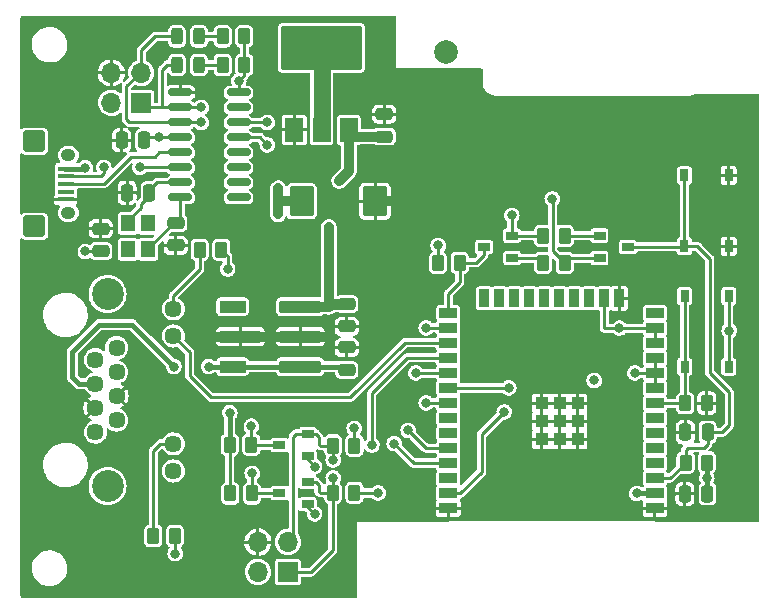
<source format=gtl>
G04 #@! TF.GenerationSoftware,KiCad,Pcbnew,(6.0.8-1)-1*
G04 #@! TF.CreationDate,2023-02-13T12:35:40+01:00*
G04 #@! TF.ProjectId,ithowifi_4l,6974686f-7769-4666-995f-346c2e6b6963,rev?*
G04 #@! TF.SameCoordinates,Original*
G04 #@! TF.FileFunction,Copper,L1,Top*
G04 #@! TF.FilePolarity,Positive*
%FSLAX46Y46*%
G04 Gerber Fmt 4.6, Leading zero omitted, Abs format (unit mm)*
G04 Created by KiCad (PCBNEW (6.0.8-1)-1) date 2023-02-13 12:35:40*
%MOMM*%
%LPD*%
G01*
G04 APERTURE LIST*
G04 Aperture macros list*
%AMRoundRect*
0 Rectangle with rounded corners*
0 $1 Rounding radius*
0 $2 $3 $4 $5 $6 $7 $8 $9 X,Y pos of 4 corners*
0 Add a 4 corners polygon primitive as box body*
4,1,4,$2,$3,$4,$5,$6,$7,$8,$9,$2,$3,0*
0 Add four circle primitives for the rounded corners*
1,1,$1+$1,$2,$3*
1,1,$1+$1,$4,$5*
1,1,$1+$1,$6,$7*
1,1,$1+$1,$8,$9*
0 Add four rect primitives between the rounded corners*
20,1,$1+$1,$2,$3,$4,$5,0*
20,1,$1+$1,$4,$5,$6,$7,0*
20,1,$1+$1,$6,$7,$8,$9,0*
20,1,$1+$1,$8,$9,$2,$3,0*%
G04 Aperture macros list end*
G04 #@! TA.AperFunction,SMDPad,CuDef*
%ADD10R,1.500000X0.900000*%
G04 #@! TD*
G04 #@! TA.AperFunction,SMDPad,CuDef*
%ADD11R,0.900000X1.500000*%
G04 #@! TD*
G04 #@! TA.AperFunction,SMDPad,CuDef*
%ADD12R,1.050000X1.050000*%
G04 #@! TD*
G04 #@! TA.AperFunction,SMDPad,CuDef*
%ADD13RoundRect,0.250000X0.262500X0.450000X-0.262500X0.450000X-0.262500X-0.450000X0.262500X-0.450000X0*%
G04 #@! TD*
G04 #@! TA.AperFunction,ComponentPad*
%ADD14R,1.700000X1.700000*%
G04 #@! TD*
G04 #@! TA.AperFunction,ComponentPad*
%ADD15O,1.700000X1.700000*%
G04 #@! TD*
G04 #@! TA.AperFunction,SMDPad,CuDef*
%ADD16RoundRect,0.250000X-0.262500X-0.450000X0.262500X-0.450000X0.262500X0.450000X-0.262500X0.450000X0*%
G04 #@! TD*
G04 #@! TA.AperFunction,SMDPad,CuDef*
%ADD17R,1.350000X0.400000*%
G04 #@! TD*
G04 #@! TA.AperFunction,ComponentPad*
%ADD18RoundRect,0.273000X-0.677000X0.637000X-0.677000X-0.637000X0.677000X-0.637000X0.677000X0.637000X0*%
G04 #@! TD*
G04 #@! TA.AperFunction,ComponentPad*
%ADD19O,1.250000X1.050000*%
G04 #@! TD*
G04 #@! TA.AperFunction,SMDPad,CuDef*
%ADD20RoundRect,0.250000X0.250000X0.475000X-0.250000X0.475000X-0.250000X-0.475000X0.250000X-0.475000X0*%
G04 #@! TD*
G04 #@! TA.AperFunction,SMDPad,CuDef*
%ADD21R,1.000000X0.700000*%
G04 #@! TD*
G04 #@! TA.AperFunction,SMDPad,CuDef*
%ADD22R,1.500000X2.000000*%
G04 #@! TD*
G04 #@! TA.AperFunction,SMDPad,CuDef*
%ADD23R,3.800000X2.000000*%
G04 #@! TD*
G04 #@! TA.AperFunction,SMDPad,CuDef*
%ADD24RoundRect,0.105000X1.655000X-0.420000X1.655000X0.420000X-1.655000X0.420000X-1.655000X-0.420000X0*%
G04 #@! TD*
G04 #@! TA.AperFunction,SMDPad,CuDef*
%ADD25RoundRect,0.105000X1.005000X-0.420000X1.005000X0.420000X-1.005000X0.420000X-1.005000X-0.420000X0*%
G04 #@! TD*
G04 #@! TA.AperFunction,ComponentPad*
%ADD26C,1.446000*%
G04 #@! TD*
G04 #@! TA.AperFunction,ComponentPad*
%ADD27C,2.700000*%
G04 #@! TD*
G04 #@! TA.AperFunction,SMDPad,CuDef*
%ADD28RoundRect,0.250000X0.475000X-0.250000X0.475000X0.250000X-0.475000X0.250000X-0.475000X-0.250000X0*%
G04 #@! TD*
G04 #@! TA.AperFunction,SMDPad,CuDef*
%ADD29RoundRect,0.250000X-0.475000X0.250000X-0.475000X-0.250000X0.475000X-0.250000X0.475000X0.250000X0*%
G04 #@! TD*
G04 #@! TA.AperFunction,SMDPad,CuDef*
%ADD30RoundRect,0.250000X-0.787500X-1.025000X0.787500X-1.025000X0.787500X1.025000X-0.787500X1.025000X0*%
G04 #@! TD*
G04 #@! TA.AperFunction,SMDPad,CuDef*
%ADD31RoundRect,0.250000X-0.250000X-0.475000X0.250000X-0.475000X0.250000X0.475000X-0.250000X0.475000X0*%
G04 #@! TD*
G04 #@! TA.AperFunction,SMDPad,CuDef*
%ADD32R,0.750000X1.000000*%
G04 #@! TD*
G04 #@! TA.AperFunction,SMDPad,CuDef*
%ADD33RoundRect,0.243750X-0.243750X-0.456250X0.243750X-0.456250X0.243750X0.456250X-0.243750X0.456250X0*%
G04 #@! TD*
G04 #@! TA.AperFunction,SMDPad,CuDef*
%ADD34RoundRect,0.150000X-0.825000X-0.150000X0.825000X-0.150000X0.825000X0.150000X-0.825000X0.150000X0*%
G04 #@! TD*
G04 #@! TA.AperFunction,SMDPad,CuDef*
%ADD35R,1.200000X1.400000*%
G04 #@! TD*
G04 #@! TA.AperFunction,ComponentPad*
%ADD36C,2.000000*%
G04 #@! TD*
G04 #@! TA.AperFunction,ViaPad*
%ADD37C,0.800000*%
G04 #@! TD*
G04 #@! TA.AperFunction,Conductor*
%ADD38C,0.812800*%
G04 #@! TD*
G04 #@! TA.AperFunction,Conductor*
%ADD39C,0.406400*%
G04 #@! TD*
G04 #@! TA.AperFunction,Conductor*
%ADD40C,0.254000*%
G04 #@! TD*
G04 #@! TA.AperFunction,Conductor*
%ADD41C,0.293370*%
G04 #@! TD*
G04 #@! TA.AperFunction,Conductor*
%ADD42C,1.473200*%
G04 #@! TD*
G04 APERTURE END LIST*
D10*
X106743200Y-148615406D03*
X106743200Y-147345406D03*
X106743200Y-146075406D03*
X106743200Y-144805406D03*
X106743200Y-143535406D03*
X106743200Y-142265406D03*
X106743200Y-140995406D03*
X106743200Y-139725406D03*
X106743200Y-138455406D03*
X106743200Y-137185406D03*
X106743200Y-135915406D03*
X106743200Y-134645406D03*
X106743200Y-133375406D03*
X106743200Y-132105406D03*
D11*
X103713200Y-130855406D03*
X102443200Y-130855406D03*
X101173200Y-130855406D03*
X99903200Y-130855406D03*
X98633200Y-130855406D03*
X97363200Y-130855406D03*
X96093200Y-130855406D03*
X94823200Y-130855406D03*
X93553200Y-130855406D03*
X92283200Y-130855406D03*
D10*
X89243200Y-132105406D03*
X89243200Y-133375406D03*
X89243200Y-134645406D03*
X89243200Y-135915406D03*
X89243200Y-137185406D03*
X89243200Y-138455406D03*
X89243200Y-139725406D03*
X89243200Y-140995406D03*
X89243200Y-142265406D03*
X89243200Y-143535406D03*
X89243200Y-144805406D03*
X89243200Y-146075406D03*
X89243200Y-147345406D03*
X89243200Y-148615406D03*
D12*
X98673200Y-141275406D03*
X97148200Y-139750406D03*
X100198200Y-141275406D03*
X100198200Y-139750406D03*
X97148200Y-142800406D03*
X100198200Y-142800406D03*
X98673200Y-139750406D03*
X97148200Y-141275406D03*
X98673200Y-142800406D03*
D13*
X111131500Y-139734000D03*
X109306500Y-139734000D03*
D14*
X75666600Y-154025600D03*
D15*
X73126600Y-154025600D03*
X75666600Y-151485600D03*
X73126600Y-151485600D03*
D16*
X109330000Y-144754600D03*
X111155000Y-144754600D03*
D13*
X90200000Y-127855000D03*
X88375000Y-127855000D03*
D17*
X56853200Y-119868000D03*
X56853200Y-120518000D03*
X56853200Y-121168000D03*
X56853200Y-121818000D03*
X56853200Y-122468000D03*
D18*
X54178200Y-124768000D03*
D19*
X57078200Y-123593000D03*
D18*
X54178200Y-117568000D03*
D19*
X57078200Y-118743000D03*
D20*
X111182000Y-147412500D03*
X109282000Y-147412500D03*
D21*
X77338202Y-144234092D03*
X77338202Y-142334092D03*
X74938202Y-143284092D03*
X77338200Y-148296600D03*
X77338200Y-146396600D03*
X74938200Y-147346600D03*
D16*
X79476200Y-147320000D03*
X81301200Y-147320000D03*
X79476200Y-143319500D03*
X81301200Y-143319500D03*
D13*
X72620700Y-147372000D03*
X70795700Y-147372000D03*
X70024000Y-126746000D03*
X68199000Y-126746000D03*
D22*
X76211400Y-116599500D03*
X78511400Y-116599500D03*
D23*
X78511400Y-110299500D03*
D22*
X80811400Y-116599500D03*
D13*
X66103300Y-150977600D03*
X64278300Y-150977600D03*
D24*
X76708000Y-136634500D03*
X76708000Y-134094500D03*
X76708000Y-131554500D03*
D25*
X70978000Y-131554500D03*
D24*
X71628000Y-134094500D03*
D25*
X70978000Y-136634500D03*
D26*
X59372500Y-142176500D03*
X61152500Y-141156500D03*
X59372500Y-140136500D03*
X61152500Y-139116500D03*
X59372500Y-138096500D03*
X61152500Y-137076500D03*
X59372500Y-136056500D03*
X61152500Y-135036500D03*
X65962500Y-145466500D03*
X65962500Y-143176500D03*
X65962500Y-134036500D03*
X65962500Y-131746500D03*
D27*
X60392500Y-130476500D03*
X60392500Y-146736500D03*
D13*
X72568200Y-143243500D03*
X70743200Y-143243500D03*
D28*
X80645000Y-136906000D03*
X80645000Y-135006000D03*
D29*
X80645000Y-131318000D03*
X80645000Y-133218000D03*
D13*
X99090000Y-127855000D03*
X97265000Y-127855000D03*
D21*
X94655000Y-127442000D03*
X94655000Y-125542000D03*
X92255000Y-126492000D03*
X102050000Y-125542000D03*
X102050000Y-127442000D03*
X104450000Y-126492000D03*
D30*
X76821300Y-122631200D03*
X83046300Y-122631200D03*
D16*
X97265000Y-125569000D03*
X99090000Y-125569000D03*
D31*
X109301200Y-142189200D03*
X111201200Y-142189200D03*
D32*
X109250000Y-130638011D03*
X109250000Y-136638011D03*
X113000000Y-136638011D03*
X113000000Y-130638011D03*
D20*
X63942000Y-121920000D03*
X62042000Y-121920000D03*
D29*
X66167000Y-124460000D03*
X66167000Y-126360000D03*
D14*
X63246000Y-114300000D03*
D15*
X60706000Y-114300000D03*
X63246000Y-111760000D03*
X60706000Y-111760000D03*
D20*
X63500000Y-117475000D03*
X61600000Y-117475000D03*
D33*
X66262000Y-108666000D03*
X68137000Y-108666000D03*
D13*
X71962000Y-111092000D03*
X70137000Y-111092000D03*
X71962000Y-108666000D03*
X70137000Y-108666000D03*
D34*
X66538400Y-113414600D03*
X66538400Y-114684600D03*
X66538400Y-115954600D03*
X66538400Y-117224600D03*
X66538400Y-118494600D03*
X66538400Y-119764600D03*
X66538400Y-121034600D03*
X66538400Y-122304600D03*
X71488400Y-122304600D03*
X71488400Y-121034600D03*
X71488400Y-119764600D03*
X71488400Y-118494600D03*
X71488400Y-117224600D03*
X71488400Y-115954600D03*
X71488400Y-114684600D03*
X71488400Y-113414600D03*
D35*
X62142000Y-124503000D03*
X62142000Y-126703000D03*
X63842000Y-126703000D03*
X63842000Y-124503000D03*
D36*
X89052400Y-110032800D03*
D33*
X66262000Y-111092000D03*
X68137000Y-111092000D03*
D28*
X59817000Y-126868000D03*
X59817000Y-124968000D03*
D32*
X112991593Y-126444000D03*
X112991593Y-120444000D03*
X109241593Y-126444000D03*
X109241593Y-120444000D03*
D28*
X83820000Y-117155000D03*
X83820000Y-115255000D03*
D37*
X85039200Y-121531200D03*
X85039200Y-123731200D03*
X85039200Y-122631200D03*
X92202000Y-116078000D03*
X89027000Y-112776000D03*
X93599000Y-114935000D03*
X92710000Y-114046000D03*
X91567000Y-112903000D03*
X86995000Y-111887000D03*
X88265000Y-111887000D03*
X85598000Y-111887000D03*
X91694000Y-111887000D03*
X109270800Y-148844000D03*
X76225400Y-114427000D03*
X96578000Y-114173000D03*
X94488000Y-118745000D03*
X79121000Y-134112000D03*
X100177600Y-142824200D03*
X115062000Y-114173000D03*
X100177600Y-141300200D03*
X100177600Y-139750800D03*
X90043000Y-113919000D03*
X94488000Y-116078000D03*
X111838000Y-114173000D03*
X98679000Y-139750800D03*
X101678000Y-114173000D03*
X103378000Y-114173000D03*
X90551000Y-111887000D03*
X97155000Y-139725400D03*
X98679000Y-141300200D03*
X69088000Y-132969000D03*
X108438000Y-114173000D03*
X98278000Y-114173000D03*
X92202000Y-117348000D03*
X79121000Y-135255000D03*
X84201000Y-111887000D03*
X84201000Y-107442000D03*
X94878000Y-114173000D03*
X106738000Y-114173000D03*
X69088000Y-135255000D03*
X82473800Y-114325400D03*
X97155000Y-141274800D03*
X110138000Y-114173000D03*
X69088000Y-134112000D03*
X92710000Y-118745000D03*
X98679000Y-142824200D03*
X91059000Y-114935000D03*
X113538000Y-114173000D03*
X87630000Y-148590000D03*
X84201000Y-108966000D03*
X105038000Y-114173000D03*
X79121000Y-132969000D03*
X105308400Y-148640800D03*
X99978000Y-114173000D03*
X94869000Y-117348000D03*
X97155000Y-142798800D03*
X84201000Y-110490000D03*
X58510873Y-126883727D03*
X79121000Y-131572000D03*
X70739000Y-140538200D03*
X58510873Y-119790990D03*
X79121000Y-124815600D03*
X80010000Y-120904000D03*
X74828400Y-121531200D03*
X74828400Y-123731200D03*
X74828400Y-122631200D03*
X75844400Y-110299500D03*
X75844400Y-108458000D03*
X77495400Y-108458000D03*
X79336900Y-108458000D03*
X81241900Y-108458000D03*
X81241900Y-110236000D03*
X66120300Y-152467600D03*
X113030000Y-133578600D03*
X64770000Y-117221000D03*
X71501000Y-112445800D03*
X70561200Y-128371600D03*
X83312000Y-147320000D03*
X101600000Y-137795000D03*
X77927200Y-145097506D03*
X105206800Y-147370800D03*
X81280000Y-141859000D03*
X111125000Y-146050000D03*
X88392000Y-126365000D03*
X77927200Y-149098000D03*
X93980000Y-140462000D03*
X87376000Y-139700000D03*
X94361000Y-138430000D03*
X86487000Y-137160000D03*
X87376000Y-133350000D03*
X79502000Y-144526000D03*
X103733600Y-133375400D03*
X105029000Y-137160000D03*
X79502000Y-146050000D03*
X66014600Y-136626600D03*
X68943500Y-136634500D03*
X82778600Y-143281400D03*
X68326000Y-114681000D03*
X85852000Y-142036800D03*
X84658200Y-143154400D03*
X68326000Y-115951000D03*
X60071000Y-119761000D03*
X63119000Y-119761000D03*
X72644000Y-145669000D03*
X72567800Y-141681200D03*
X73914000Y-115951000D03*
X98044000Y-122428000D03*
X94615000Y-123825000D03*
X73914000Y-117856000D03*
D38*
X83820000Y-117155000D02*
X81366900Y-117155000D01*
X81366900Y-117155000D02*
X80811400Y-116599500D01*
X71628000Y-134094500D02*
X76708000Y-134094500D01*
X69105500Y-134094500D02*
X69088000Y-134112000D01*
X79103500Y-134094500D02*
X79121000Y-134112000D01*
X83046300Y-122631200D02*
X85039200Y-122631200D01*
X76708000Y-134094500D02*
X79103500Y-134094500D01*
X71628000Y-134094500D02*
X69105500Y-134094500D01*
D39*
X56805000Y-119868000D02*
X58433863Y-119868000D01*
X58433863Y-119868000D02*
X58510873Y-119790990D01*
D38*
X79121000Y-131572000D02*
X79121000Y-124815600D01*
X80645000Y-131318000D02*
X79375000Y-131318000D01*
X79103500Y-131554500D02*
X79121000Y-131572000D01*
D40*
X58526600Y-126868000D02*
X58510873Y-126883727D01*
X70743200Y-143243500D02*
X70743200Y-147319500D01*
D38*
X80811400Y-116599500D02*
X80811400Y-120102600D01*
D39*
X70743200Y-143243500D02*
X70743200Y-140542400D01*
D38*
X80811400Y-120102600D02*
X80010000Y-120904000D01*
D39*
X79121000Y-131572000D02*
X80645000Y-131572000D01*
D40*
X59817000Y-126868000D02*
X58526600Y-126868000D01*
D38*
X79375000Y-131318000D02*
X79121000Y-131572000D01*
D39*
X70743200Y-140542400D02*
X70739000Y-140538200D01*
D40*
X70743200Y-147319500D02*
X70795700Y-147372000D01*
D39*
X79121000Y-131572000D02*
X76725500Y-131572000D01*
D38*
X76708000Y-131554500D02*
X79103500Y-131554500D01*
X74828400Y-121531200D02*
X74828400Y-123731200D01*
D41*
X81326200Y-147320000D02*
X83312000Y-147320000D01*
X77138200Y-148309000D02*
X77927200Y-149098000D01*
D40*
X70561200Y-127283200D02*
X70561200Y-128371600D01*
D39*
X111182000Y-147412500D02*
X111182000Y-146107000D01*
D40*
X66120300Y-150994600D02*
X66103300Y-150977600D01*
D41*
X77138200Y-148296600D02*
X77138200Y-148309000D01*
D40*
X71488400Y-112458400D02*
X71501000Y-112445800D01*
X66120300Y-152467600D02*
X66120300Y-150994600D01*
X63754000Y-117221000D02*
X63500000Y-117475000D01*
X81301200Y-141880200D02*
X81280000Y-141859000D01*
X81301200Y-143319500D02*
X81301200Y-141880200D01*
X113000000Y-133608600D02*
X113030000Y-133578600D01*
X71962000Y-111092000D02*
X71962000Y-111984800D01*
X71962000Y-111984800D02*
X71501000Y-112445800D01*
X71962000Y-108666000D02*
X71962000Y-111092000D01*
X113000000Y-130638000D02*
X113000000Y-133548600D01*
X113000000Y-136638000D02*
X113000000Y-133608600D01*
D39*
X111155000Y-144754600D02*
X111155000Y-146020000D01*
X111182000Y-146107000D02*
X111125000Y-146050000D01*
X111155000Y-146020000D02*
X111125000Y-146050000D01*
D38*
X76821300Y-122631200D02*
X74896300Y-122631200D01*
D40*
X64770000Y-117221000D02*
X63754000Y-117221000D01*
X88375000Y-127855000D02*
X88375000Y-126382000D01*
D39*
X105232200Y-147345400D02*
X105206800Y-147370800D01*
D41*
X77138200Y-144234100D02*
X77927200Y-145097506D01*
D39*
X106743200Y-147345400D02*
X105232200Y-147345400D01*
D40*
X66534800Y-117221000D02*
X66538400Y-117224600D01*
X88375000Y-126382000D02*
X88392000Y-126365000D01*
X113000000Y-133548600D02*
X113030000Y-133578600D01*
X71488400Y-113414600D02*
X71488400Y-112458400D01*
X64770000Y-117221000D02*
X66534800Y-117221000D01*
X70024000Y-126746000D02*
X70561200Y-127283200D01*
D42*
X78511400Y-116599500D02*
X78511400Y-110299500D01*
D40*
X89243200Y-130466800D02*
X89243200Y-132105400D01*
X92255000Y-126492000D02*
X92255000Y-127201000D01*
X90200000Y-129510000D02*
X89243200Y-130466800D01*
X90200000Y-127855000D02*
X90200000Y-129510000D01*
X91601000Y-127855000D02*
X90200000Y-127855000D01*
X92255000Y-127201000D02*
X91601000Y-127855000D01*
D41*
X92075000Y-142367000D02*
X93980000Y-140462000D01*
X92075000Y-145517600D02*
X92075000Y-142367000D01*
X90247200Y-147345400D02*
X92075000Y-145517600D01*
X89243200Y-147345400D02*
X90247200Y-147345400D01*
D40*
X87376000Y-139700000D02*
X89217800Y-139700000D01*
X89217800Y-139700000D02*
X89243200Y-139725400D01*
D41*
X89243200Y-138455400D02*
X94335600Y-138455400D01*
X94335600Y-138455400D02*
X94361000Y-138430000D01*
D40*
X89243200Y-137185400D02*
X86512400Y-137185400D01*
X86512400Y-137185400D02*
X86487000Y-137160000D01*
X89217800Y-133350000D02*
X89243200Y-133375400D01*
X87376000Y-133350000D02*
X89217800Y-133350000D01*
X111379000Y-137160000D02*
X113030000Y-138811000D01*
X111201200Y-142189200D02*
X111201200Y-143179800D01*
X113030000Y-141605000D02*
X112445800Y-142189200D01*
X111201200Y-143179800D02*
X110896400Y-143484600D01*
X109550200Y-143484600D02*
X109330000Y-143704800D01*
X106743200Y-146075400D02*
X108009200Y-146075400D01*
X109330000Y-143704800D02*
X109330000Y-144754600D01*
X110315000Y-126444000D02*
X111379000Y-127508000D01*
X109193600Y-126492000D02*
X109241600Y-126444000D01*
X109241600Y-120444000D02*
X109241600Y-126444000D01*
X109241600Y-126444000D02*
X110315000Y-126444000D01*
X108009200Y-146075400D02*
X109330000Y-144754600D01*
X110896400Y-143484600D02*
X109550200Y-143484600D01*
X113030000Y-138811000D02*
X113030000Y-141605000D01*
X112445800Y-142189200D02*
X111201200Y-142189200D01*
X104450000Y-126492000D02*
X109193600Y-126492000D01*
X111379000Y-127508000D02*
X111379000Y-137160000D01*
D41*
X68137000Y-111092000D02*
X70137000Y-111092000D01*
X68137000Y-108666000D02*
X70137000Y-108666000D01*
D40*
X76334500Y-142334100D02*
X76098400Y-142570200D01*
X79468200Y-143302500D02*
X79451200Y-143319500D01*
X78261700Y-143158500D02*
X78422700Y-143319500D01*
X76098400Y-142570200D02*
X76098400Y-151053800D01*
X78008800Y-142334100D02*
X77138200Y-142334100D01*
D41*
X79476200Y-144500200D02*
X79502000Y-144526000D01*
D40*
X78422700Y-143319500D02*
X79451200Y-143319500D01*
X102443200Y-133375400D02*
X102443200Y-130855400D01*
X77138200Y-142334100D02*
X76334500Y-142334100D01*
D41*
X79476200Y-143319500D02*
X79476200Y-144500200D01*
D40*
X103733600Y-133375400D02*
X102443200Y-133375400D01*
X78261700Y-142587000D02*
X78261700Y-143158500D01*
X106743200Y-134645400D02*
X106743200Y-133375400D01*
X76098400Y-151053800D02*
X75666600Y-151485600D01*
X106743200Y-133375400D02*
X103733600Y-133375400D01*
X78261700Y-142587000D02*
X78008800Y-142334100D01*
X106743200Y-135915400D02*
X106743200Y-137185400D01*
D41*
X79476200Y-147320000D02*
X79476200Y-146075800D01*
D40*
X78007300Y-146396600D02*
X78261700Y-146651000D01*
D41*
X106743200Y-137185400D02*
X105054400Y-137185400D01*
X105054400Y-137185400D02*
X105029000Y-137160000D01*
X79476200Y-146075800D02*
X79502000Y-146050000D01*
D40*
X75666600Y-154025600D02*
X77622400Y-154025600D01*
X78261700Y-146651000D02*
X78261700Y-147159000D01*
X78261700Y-147159000D02*
X78422700Y-147320000D01*
X77138200Y-146396600D02*
X78007300Y-146396600D01*
X78422700Y-147320000D02*
X79451200Y-147320000D01*
X77622400Y-154025600D02*
X79451200Y-152196800D01*
X79451200Y-152196800D02*
X79451200Y-147320000D01*
X106743200Y-138455400D02*
X106743200Y-137185400D01*
X109250000Y-139677500D02*
X109250000Y-136638000D01*
X106743200Y-139725400D02*
X109297900Y-139725400D01*
X109306500Y-139734000D02*
X109250000Y-139677500D01*
X109297900Y-139725400D02*
X109306500Y-139734000D01*
X109250000Y-136638000D02*
X109250000Y-130638000D01*
X109272900Y-139725400D02*
X109281500Y-139734000D01*
D39*
X70978000Y-136634500D02*
X76708000Y-136634500D01*
X76708000Y-136634500D02*
X80622500Y-136634500D01*
X70978000Y-136634500D02*
X68943500Y-136634500D01*
X57404000Y-137541000D02*
X57959500Y-138096500D01*
X66014600Y-136626600D02*
X62458600Y-133070600D01*
X57404000Y-135356600D02*
X57404000Y-137541000D01*
X59690000Y-133070600D02*
X57404000Y-135356600D01*
X57959500Y-138096500D02*
X59372500Y-138096500D01*
X80622500Y-136634500D02*
X80670400Y-136682400D01*
X62458600Y-133070600D02*
X59690000Y-133070600D01*
D40*
X85750400Y-135890000D02*
X82778600Y-138861800D01*
X82778600Y-138861800D02*
X82778600Y-143281400D01*
X89181879Y-135890000D02*
X85750400Y-135890000D01*
X89181879Y-135890038D02*
G75*
G02*
X89243200Y-135915400I21J-86762D01*
G01*
X102050000Y-125542000D02*
X99117000Y-125542000D01*
X99117000Y-125542000D02*
X99090000Y-125569000D01*
X94655000Y-127442000D02*
X96852000Y-127442000D01*
X96852000Y-127442000D02*
X97265000Y-127855000D01*
X63630600Y-114684600D02*
X63246000Y-114300000D01*
X85852000Y-142036800D02*
X87350606Y-143535406D01*
X66262000Y-111092000D02*
X65438000Y-111092000D01*
X66538400Y-114684600D02*
X68322400Y-114684600D01*
X66538400Y-114684600D02*
X65027600Y-114684600D01*
X65027600Y-114684600D02*
X63630600Y-114684600D01*
X68322400Y-114684600D02*
X68326000Y-114681000D01*
X65027600Y-111502400D02*
X65027600Y-114684600D01*
X87350606Y-143535406D02*
X89243200Y-143535406D01*
X65438000Y-111092000D02*
X65027600Y-111502400D01*
D41*
X66542000Y-115951000D02*
X66538400Y-115954600D01*
D40*
X61976000Y-115697000D02*
X61976000Y-112903000D01*
X66538400Y-115954600D02*
X62233600Y-115954600D01*
D41*
X86309206Y-144805406D02*
X84658200Y-143154400D01*
D40*
X64435000Y-108666000D02*
X63246000Y-109855000D01*
D41*
X89243200Y-144805406D02*
X86309206Y-144805406D01*
D40*
X63119000Y-111760000D02*
X63246000Y-111760000D01*
X62233600Y-115954600D02*
X61976000Y-115697000D01*
X61976000Y-112903000D02*
X63119000Y-111760000D01*
D41*
X68326000Y-115951000D02*
X66542000Y-115951000D01*
D40*
X66262000Y-108666000D02*
X64435000Y-108666000D01*
X63246000Y-109855000D02*
X63246000Y-111760000D01*
X59822000Y-120518000D02*
X56853200Y-120518000D01*
X63122600Y-119764600D02*
X63119000Y-119761000D01*
X60071000Y-120269000D02*
X59822000Y-120518000D01*
X60071000Y-119761000D02*
X60071000Y-120269000D01*
X66538400Y-119764600D02*
X63122600Y-119764600D01*
X56853200Y-121168000D02*
X60061000Y-121168000D01*
X60061000Y-121168000D02*
X62357000Y-118872000D01*
X62357000Y-118872000D02*
X64389000Y-118872000D01*
X64766400Y-118494600D02*
X66538400Y-118494600D01*
X64389000Y-118872000D02*
X64766400Y-118494600D01*
X65962500Y-143176500D02*
X64874900Y-143176500D01*
X64874900Y-143176500D02*
X64278300Y-143773100D01*
X64278300Y-143773100D02*
X64278300Y-150977600D01*
X65962500Y-130633500D02*
X68199000Y-128397000D01*
X65962500Y-131746500D02*
X65962500Y-130633500D01*
X68199000Y-128397000D02*
X68199000Y-126746000D01*
X63942000Y-121706600D02*
X64614000Y-121034600D01*
X62142000Y-124503000D02*
X62142000Y-124255900D01*
X63220600Y-122885200D02*
X63942000Y-122163800D01*
X64614000Y-121034600D02*
X66538400Y-121034600D01*
X62142000Y-124255900D02*
X63220600Y-123177300D01*
X63942000Y-121920000D02*
X63942000Y-121706600D01*
X63942000Y-122163800D02*
X63942000Y-121920000D01*
X63220600Y-123177300D02*
X63220600Y-122885200D01*
X63842000Y-126703000D02*
X63842000Y-126607200D01*
X66538400Y-124088600D02*
X66167000Y-124460000D01*
X63842000Y-126607200D02*
X65989200Y-124460000D01*
X65989200Y-124460000D02*
X66167000Y-124460000D01*
X66538400Y-122304600D02*
X66538400Y-124088600D01*
D41*
X74938200Y-147346600D02*
X72646100Y-147346600D01*
X72646100Y-147346600D02*
X72620700Y-147372000D01*
X72620700Y-145692300D02*
X72644000Y-145669000D01*
X72620700Y-147372000D02*
X72620700Y-145692300D01*
X72568200Y-143243500D02*
X72568200Y-141681600D01*
X72568200Y-141681600D02*
X72567800Y-141681200D01*
X74938202Y-143284092D02*
X72608792Y-143284092D01*
X72608792Y-143284092D02*
X72568200Y-143243500D01*
D40*
X99503000Y-127442000D02*
X99090000Y-127855000D01*
X99090000Y-127855000D02*
X98104020Y-126869020D01*
X98104020Y-122488020D02*
X98044000Y-122428000D01*
X98104020Y-126869020D02*
X98104020Y-122488020D01*
X73910400Y-115954600D02*
X73914000Y-115951000D01*
X71488400Y-115954600D02*
X73910400Y-115954600D01*
X102050000Y-127442000D02*
X99503000Y-127442000D01*
D41*
X94655000Y-125542000D02*
X94655000Y-123865000D01*
D40*
X97238000Y-125542000D02*
X97265000Y-125569000D01*
D41*
X94655000Y-123865000D02*
X94615000Y-123825000D01*
X73282600Y-117224600D02*
X73914000Y-117856000D01*
X71488400Y-117224600D02*
X73282600Y-117224600D01*
D40*
X94655000Y-125542000D02*
X97238000Y-125542000D01*
X67358800Y-135432800D02*
X65962500Y-134036500D01*
X80949800Y-139217400D02*
X69138800Y-139217400D01*
X85547200Y-134620000D02*
X80949800Y-139217400D01*
X69138800Y-139217400D02*
X67358800Y-137437400D01*
X89181879Y-134620000D02*
X85547200Y-134620000D01*
X67358800Y-137437400D02*
X67358800Y-135432800D01*
X89181879Y-134620038D02*
G75*
G02*
X89243200Y-134645400I21J-86762D01*
G01*
G04 #@! TA.AperFunction,Conductor*
G36*
X81882521Y-107822151D02*
G01*
X81929014Y-107875807D01*
X81940400Y-107928149D01*
X81940400Y-111359149D01*
X81920398Y-111427270D01*
X81866742Y-111473763D01*
X81814400Y-111485149D01*
X75208400Y-111485149D01*
X75140279Y-111465147D01*
X75093786Y-111411491D01*
X75082400Y-111359149D01*
X75082400Y-107928149D01*
X75102402Y-107860028D01*
X75156058Y-107813535D01*
X75208400Y-107802149D01*
X81814400Y-107802149D01*
X81882521Y-107822151D01*
G37*
G04 #@! TD.AperFunction*
G04 #@! TA.AperFunction,Conductor*
G36*
X84794531Y-106941713D02*
G01*
X84831076Y-106992013D01*
X84836000Y-107023100D01*
X84836000Y-111379000D01*
X92050487Y-111379000D01*
X92109618Y-111398213D01*
X92146163Y-111448513D01*
X92151086Y-111479631D01*
X92150775Y-112338946D01*
X92150714Y-112508011D01*
X92148272Y-112530003D01*
X92145791Y-112541059D01*
X92147486Y-112550822D01*
X92147431Y-112553089D01*
X92147848Y-112556699D01*
X92150721Y-112605923D01*
X92157471Y-112721590D01*
X92157738Y-112726169D01*
X92158661Y-112730227D01*
X92158662Y-112730231D01*
X92186945Y-112854524D01*
X92198874Y-112906945D01*
X92200454Y-112910796D01*
X92200455Y-112910801D01*
X92213244Y-112941984D01*
X92269223Y-113078477D01*
X92366863Y-113236080D01*
X92489128Y-113375448D01*
X92492352Y-113378083D01*
X92492355Y-113378086D01*
X92620460Y-113482791D01*
X92632676Y-113492776D01*
X92793589Y-113584859D01*
X92967471Y-113649181D01*
X93090338Y-113672665D01*
X93145480Y-113683205D01*
X93145482Y-113683205D01*
X93149572Y-113683987D01*
X93299345Y-113687491D01*
X93319207Y-113687956D01*
X93322934Y-113688255D01*
X93325171Y-113688122D01*
X93334986Y-113689476D01*
X93344571Y-113686970D01*
X93353760Y-113686425D01*
X93365238Y-113684950D01*
X99893290Y-113685292D01*
X109638246Y-113685802D01*
X109657853Y-113687734D01*
X109673223Y-113690791D01*
X109682941Y-113688858D01*
X109683757Y-113688858D01*
X109690418Y-113687873D01*
X109817372Y-113675470D01*
X109817374Y-113675470D01*
X109822252Y-113674993D01*
X109826943Y-113673582D01*
X109826945Y-113673582D01*
X109960961Y-113633284D01*
X109960964Y-113633283D01*
X109965649Y-113631874D01*
X109998693Y-113614384D01*
X110093658Y-113564120D01*
X110093662Y-113564117D01*
X110097993Y-113561825D01*
X110101799Y-113558738D01*
X110105890Y-113556033D01*
X110107084Y-113557839D01*
X110163036Y-113538000D01*
X115476900Y-113538000D01*
X115536031Y-113557213D01*
X115572576Y-113607513D01*
X115577500Y-113638600D01*
X115577500Y-149667400D01*
X115558287Y-149726531D01*
X115507987Y-149763076D01*
X115476900Y-149768000D01*
X106849836Y-149768000D01*
X106793947Y-149751047D01*
X106759854Y-149728266D01*
X106685620Y-149713500D01*
X106660553Y-149708514D01*
X106650835Y-149710447D01*
X106650834Y-149710447D01*
X106645203Y-149711567D01*
X106625578Y-149713500D01*
X89395528Y-149713500D01*
X89375903Y-149711567D01*
X89370272Y-149710447D01*
X89370271Y-149710447D01*
X89360553Y-149708514D01*
X89335486Y-149713500D01*
X89261252Y-149728266D01*
X89227159Y-149751047D01*
X89171270Y-149768000D01*
X81532000Y-149768000D01*
X81532000Y-156112900D01*
X81512787Y-156172031D01*
X81462487Y-156208576D01*
X81431400Y-156213500D01*
X53266975Y-156213500D01*
X53247350Y-156211567D01*
X53241719Y-156210447D01*
X53241718Y-156210447D01*
X53232000Y-156208514D01*
X53222283Y-156210447D01*
X53220639Y-156210447D01*
X53204911Y-156209210D01*
X53171867Y-156203976D01*
X53141944Y-156194253D01*
X53101894Y-156173847D01*
X53076433Y-156155348D01*
X53044652Y-156123567D01*
X53026152Y-156098104D01*
X53005747Y-156058056D01*
X52996024Y-156028133D01*
X52990790Y-155995089D01*
X52989553Y-155979361D01*
X52989553Y-155977717D01*
X52991486Y-155968000D01*
X52988433Y-155952650D01*
X52986500Y-155933025D01*
X52986500Y-153756677D01*
X53973524Y-153756677D01*
X53973989Y-153760695D01*
X53973989Y-153760698D01*
X53989776Y-153897135D01*
X54001351Y-153997176D01*
X54067271Y-154230133D01*
X54169589Y-154449553D01*
X54190815Y-154480786D01*
X54207172Y-154504854D01*
X54206824Y-154505091D01*
X54207925Y-154506303D01*
X54207935Y-154506321D01*
X54210393Y-154509595D01*
X54210445Y-154509672D01*
X54210935Y-154510450D01*
X54211734Y-154511568D01*
X54303393Y-154646442D01*
X54303397Y-154646447D01*
X54305671Y-154649793D01*
X54308454Y-154652735D01*
X54308454Y-154652736D01*
X54354137Y-154701044D01*
X54353758Y-154701403D01*
X54355303Y-154702597D01*
X54356083Y-154703636D01*
X54359066Y-154706487D01*
X54359495Y-154706897D01*
X54363067Y-154710488D01*
X54472018Y-154825699D01*
X54475224Y-154828150D01*
X54528410Y-154868814D01*
X54530608Y-154870544D01*
X54531489Y-154871257D01*
X54534468Y-154874104D01*
X54540221Y-154878028D01*
X54544611Y-154881200D01*
X54664348Y-154972747D01*
X54667904Y-154974654D01*
X54667906Y-154974655D01*
X54728442Y-155007114D01*
X54731274Y-155008832D01*
X54731301Y-155008784D01*
X54734889Y-155010822D01*
X54738300Y-155013149D01*
X54742044Y-155014887D01*
X54746092Y-155016766D01*
X54751269Y-155019354D01*
X54790548Y-155040415D01*
X54877715Y-155087153D01*
X54881542Y-155088471D01*
X54881545Y-155088472D01*
X54950318Y-155112152D01*
X54955599Y-155114280D01*
X54958352Y-155115293D01*
X54962104Y-155117035D01*
X54966084Y-155118139D01*
X54966090Y-155118141D01*
X54971452Y-155119628D01*
X54977316Y-155121449D01*
X55101451Y-155164192D01*
X55106629Y-155165975D01*
X55110606Y-155166662D01*
X55110610Y-155166663D01*
X55156302Y-155174555D01*
X55186397Y-155179753D01*
X55195472Y-155181790D01*
X55195888Y-155181869D01*
X55199871Y-155182974D01*
X55209944Y-155184051D01*
X55210209Y-155184079D01*
X55216635Y-155184977D01*
X55342079Y-155206644D01*
X55345200Y-155207183D01*
X55348359Y-155207326D01*
X55348364Y-155207327D01*
X55360707Y-155207887D01*
X55374203Y-155208500D01*
X55542841Y-155208500D01*
X55723324Y-155193979D01*
X55958439Y-155136229D01*
X56181297Y-155041631D01*
X56274184Y-154983137D01*
X56382743Y-154914774D01*
X56382746Y-154914772D01*
X56386163Y-154912620D01*
X56567768Y-154752514D01*
X56576225Y-154742219D01*
X56718871Y-154568558D01*
X56721439Y-154565432D01*
X56755843Y-154506321D01*
X56791018Y-154445884D01*
X56843222Y-154356188D01*
X56929984Y-154130165D01*
X56957894Y-153996564D01*
X72017748Y-153996564D01*
X72031024Y-154199122D01*
X72032157Y-154203583D01*
X72073602Y-154366770D01*
X72080992Y-154395869D01*
X72165977Y-154580216D01*
X72283133Y-154745989D01*
X72428538Y-154887635D01*
X72432374Y-154890198D01*
X72432375Y-154890199D01*
X72469154Y-154914774D01*
X72597320Y-155000412D01*
X72601556Y-155002232D01*
X72601558Y-155002233D01*
X72779589Y-155078721D01*
X72783828Y-155080542D01*
X72818874Y-155088472D01*
X72977316Y-155124324D01*
X72977319Y-155124324D01*
X72981816Y-155125342D01*
X73078348Y-155129135D01*
X73180044Y-155133131D01*
X73180045Y-155133131D01*
X73184653Y-155133312D01*
X73189210Y-155132651D01*
X73189215Y-155132651D01*
X73296913Y-155117035D01*
X73385545Y-155104184D01*
X73577765Y-155038934D01*
X73754876Y-154939747D01*
X73787493Y-154912620D01*
X73907398Y-154812895D01*
X73910945Y-154809945D01*
X73961305Y-154749394D01*
X74037799Y-154657421D01*
X74037801Y-154657418D01*
X74040747Y-154653876D01*
X74139934Y-154476765D01*
X74205184Y-154284545D01*
X74234312Y-154083653D01*
X74235832Y-154025600D01*
X74217258Y-153823459D01*
X74162157Y-153628087D01*
X74072376Y-153446028D01*
X73950920Y-153283379D01*
X73801858Y-153145587D01*
X73797962Y-153143129D01*
X73797957Y-153143125D01*
X73707447Y-153086018D01*
X73630181Y-153037267D01*
X73578758Y-153016751D01*
X73445925Y-152963756D01*
X73441639Y-152962046D01*
X73242546Y-152922444D01*
X73139951Y-152921101D01*
X73044185Y-152919847D01*
X73044181Y-152919847D01*
X73039571Y-152919787D01*
X72839510Y-152954164D01*
X72835188Y-152955758D01*
X72835186Y-152955759D01*
X72653391Y-153022827D01*
X72653388Y-153022828D01*
X72649063Y-153024424D01*
X72474610Y-153128212D01*
X72471144Y-153131251D01*
X72471142Y-153131253D01*
X72325459Y-153259014D01*
X72325456Y-153259017D01*
X72321992Y-153262055D01*
X72319139Y-153265674D01*
X72319138Y-153265675D01*
X72309552Y-153277835D01*
X72196320Y-153421469D01*
X72101803Y-153601115D01*
X72041607Y-153794978D01*
X72017748Y-153996564D01*
X56957894Y-153996564D01*
X56979493Y-153893177D01*
X56982861Y-153819025D01*
X56990292Y-153655368D01*
X56990476Y-153651323D01*
X56990011Y-153647302D01*
X56963114Y-153414840D01*
X56963113Y-153414836D01*
X56962649Y-153410824D01*
X56896729Y-153177867D01*
X56816128Y-153005019D01*
X56796122Y-152962116D01*
X56796121Y-152962115D01*
X56794411Y-152958447D01*
X56756828Y-152903146D01*
X56757176Y-152902909D01*
X56756075Y-152901697D01*
X56756065Y-152901679D01*
X56753607Y-152898405D01*
X56753555Y-152898328D01*
X56753065Y-152897550D01*
X56752266Y-152896432D01*
X56660607Y-152761558D01*
X56660603Y-152761553D01*
X56658329Y-152758207D01*
X56609863Y-152706956D01*
X56610242Y-152706597D01*
X56608697Y-152705403D01*
X56607917Y-152704364D01*
X56604504Y-152701102D01*
X56600927Y-152697506D01*
X56491982Y-152582301D01*
X56435581Y-152539179D01*
X56433392Y-152537456D01*
X56432511Y-152536743D01*
X56429532Y-152533896D01*
X56423779Y-152529972D01*
X56419384Y-152526796D01*
X56299652Y-152435253D01*
X56235558Y-152400886D01*
X56232726Y-152399168D01*
X56232699Y-152399216D01*
X56229111Y-152397178D01*
X56225700Y-152394851D01*
X56217905Y-152391233D01*
X56212731Y-152388646D01*
X56089853Y-152322760D01*
X56089852Y-152322759D01*
X56086285Y-152320847D01*
X56082458Y-152319529D01*
X56082455Y-152319528D01*
X56013682Y-152295848D01*
X56008401Y-152293720D01*
X56005648Y-152292707D01*
X56001896Y-152290965D01*
X55997916Y-152289861D01*
X55997910Y-152289859D01*
X55992548Y-152288372D01*
X55986684Y-152286551D01*
X55861190Y-152243340D01*
X55857371Y-152242025D01*
X55853394Y-152241338D01*
X55853390Y-152241337D01*
X55807698Y-152233445D01*
X55777603Y-152228247D01*
X55768528Y-152226210D01*
X55768112Y-152226131D01*
X55764129Y-152225026D01*
X55753792Y-152223921D01*
X55747365Y-152223023D01*
X55621921Y-152201356D01*
X55621920Y-152201356D01*
X55618800Y-152200817D01*
X55615641Y-152200674D01*
X55615636Y-152200673D01*
X55603293Y-152200113D01*
X55589797Y-152199500D01*
X55421159Y-152199500D01*
X55240676Y-152214021D01*
X55005561Y-152271771D01*
X54782703Y-152366369D01*
X54747328Y-152388646D01*
X54587092Y-152489552D01*
X54577837Y-152495380D01*
X54396232Y-152655486D01*
X54242561Y-152842568D01*
X54240528Y-152846062D01*
X54240526Y-152846064D01*
X54207687Y-152902488D01*
X54120778Y-153051812D01*
X54034016Y-153277835D01*
X53984507Y-153514823D01*
X53984324Y-153518858D01*
X53984323Y-153518864D01*
X53980588Y-153601115D01*
X53973524Y-153756677D01*
X52986500Y-153756677D01*
X52986500Y-151475356D01*
X63511300Y-151475356D01*
X63511593Y-151478050D01*
X63511593Y-151478056D01*
X63512413Y-151485600D01*
X63518002Y-151537048D01*
X63568729Y-151672364D01*
X63655396Y-151788004D01*
X63771036Y-151874671D01*
X63906352Y-151925398D01*
X63940882Y-151929149D01*
X63965344Y-151931807D01*
X63965350Y-151931807D01*
X63968044Y-151932100D01*
X64588556Y-151932100D01*
X64591250Y-151931807D01*
X64591256Y-151931807D01*
X64615718Y-151929149D01*
X64650248Y-151925398D01*
X64785564Y-151874671D01*
X64901204Y-151788004D01*
X64987871Y-151672364D01*
X65038598Y-151537048D01*
X65044187Y-151485600D01*
X65045007Y-151478056D01*
X65045007Y-151478050D01*
X65045300Y-151475356D01*
X65336300Y-151475356D01*
X65336593Y-151478050D01*
X65336593Y-151478056D01*
X65337413Y-151485600D01*
X65343002Y-151537048D01*
X65393729Y-151672364D01*
X65480396Y-151788004D01*
X65596036Y-151874671D01*
X65600965Y-151876519D01*
X65643006Y-151921130D01*
X65650907Y-151982800D01*
X65629563Y-152025892D01*
X65630339Y-152026438D01*
X65539250Y-152156044D01*
X65507177Y-152238308D01*
X65486647Y-152290965D01*
X65481706Y-152303637D01*
X65461029Y-152460696D01*
X65461694Y-152466720D01*
X65461694Y-152466724D01*
X65465414Y-152500415D01*
X65478413Y-152618153D01*
X65483509Y-152632078D01*
X65529665Y-152758207D01*
X65532853Y-152766919D01*
X65536239Y-152771958D01*
X65548462Y-152790147D01*
X65621208Y-152898405D01*
X65738376Y-153005019D01*
X65743703Y-153007911D01*
X65743704Y-153007912D01*
X65765004Y-153019477D01*
X65877593Y-153080608D01*
X65883463Y-153082148D01*
X66024955Y-153119268D01*
X66024956Y-153119268D01*
X66030822Y-153120807D01*
X66103016Y-153121941D01*
X66183152Y-153123200D01*
X66183154Y-153123200D01*
X66189216Y-153123295D01*
X66195127Y-153121941D01*
X66195129Y-153121941D01*
X66337722Y-153089283D01*
X66337725Y-153089282D01*
X66343632Y-153087929D01*
X66485155Y-153016751D01*
X66559348Y-152953384D01*
X66601005Y-152917806D01*
X66601007Y-152917804D01*
X66605614Y-152913869D01*
X66656849Y-152842568D01*
X66694518Y-152790147D01*
X66694520Y-152790144D01*
X66698055Y-152785224D01*
X66757142Y-152638241D01*
X66779462Y-152481407D01*
X66779607Y-152467600D01*
X66778428Y-152457852D01*
X66761305Y-152316355D01*
X66761304Y-152316353D01*
X66760576Y-152310333D01*
X66755103Y-152295848D01*
X66706725Y-152167822D01*
X66706724Y-152167821D01*
X66704580Y-152162146D01*
X66614853Y-152031592D01*
X66610326Y-152027558D01*
X66610321Y-152027553D01*
X66609086Y-152026453D01*
X66608565Y-152025561D01*
X66606313Y-152023007D01*
X66606814Y-152022565D01*
X66577716Y-151972773D01*
X66583891Y-151910906D01*
X66615674Y-151870841D01*
X66726204Y-151788004D01*
X66812871Y-151672364D01*
X66831693Y-151622155D01*
X71978190Y-151622155D01*
X71980830Y-151662431D01*
X71982264Y-151671485D01*
X72032240Y-151868268D01*
X72035303Y-151876915D01*
X72120302Y-152061291D01*
X72124889Y-152069235D01*
X72242056Y-152235024D01*
X72248028Y-152242016D01*
X72393446Y-152383677D01*
X72400582Y-152389455D01*
X72569382Y-152502244D01*
X72577457Y-152506627D01*
X72763979Y-152586764D01*
X72772718Y-152589603D01*
X72970723Y-152634407D01*
X72979833Y-152635606D01*
X72983679Y-152635757D01*
X72996724Y-152632078D01*
X72999379Y-152628710D01*
X72999600Y-152627473D01*
X72999600Y-152618211D01*
X73253600Y-152618211D01*
X73257788Y-152631101D01*
X73258978Y-152631965D01*
X73265053Y-152632483D01*
X73392776Y-152613964D01*
X73401703Y-152611821D01*
X73593949Y-152546563D01*
X73602333Y-152542830D01*
X73779465Y-152443631D01*
X73787033Y-152438430D01*
X73943118Y-152308615D01*
X73949615Y-152302118D01*
X74079430Y-152146033D01*
X74084631Y-152138465D01*
X74183830Y-151961333D01*
X74187563Y-151952949D01*
X74252821Y-151760703D01*
X74254964Y-151751776D01*
X74272858Y-151628368D01*
X74270563Y-151615011D01*
X74269509Y-151613985D01*
X74263569Y-151612600D01*
X73269533Y-151612600D01*
X73256643Y-151616788D01*
X73253600Y-151620977D01*
X73253600Y-152618211D01*
X72999600Y-152618211D01*
X72999600Y-151628533D01*
X72995412Y-151615643D01*
X72991223Y-151612600D01*
X71993497Y-151612600D01*
X71980607Y-151616788D01*
X71978498Y-151619691D01*
X71978190Y-151622155D01*
X66831693Y-151622155D01*
X66863598Y-151537048D01*
X66869187Y-151485600D01*
X66870007Y-151478056D01*
X66870007Y-151478050D01*
X66870300Y-151475356D01*
X66870300Y-151342777D01*
X71980561Y-151342777D01*
X71983205Y-151356070D01*
X71984804Y-151357548D01*
X71989597Y-151358600D01*
X72983667Y-151358600D01*
X72996557Y-151354412D01*
X72999600Y-151350223D01*
X72999600Y-151342667D01*
X73253600Y-151342667D01*
X73257788Y-151355557D01*
X73261977Y-151358600D01*
X74258744Y-151358600D01*
X74271634Y-151354412D01*
X74273329Y-151352079D01*
X74273740Y-151348401D01*
X74267349Y-151278841D01*
X74265676Y-151269819D01*
X74210568Y-151074421D01*
X74207277Y-151065847D01*
X74117486Y-150883768D01*
X74112691Y-150875943D01*
X73991218Y-150713272D01*
X73985073Y-150706447D01*
X73835997Y-150568643D01*
X73828708Y-150563049D01*
X73657015Y-150454720D01*
X73648828Y-150450548D01*
X73460268Y-150375320D01*
X73451467Y-150372713D01*
X73269228Y-150336463D01*
X73255768Y-150338056D01*
X73255734Y-150338087D01*
X73253600Y-150346265D01*
X73253600Y-151342667D01*
X72999600Y-151342667D01*
X72999600Y-150351548D01*
X72995412Y-150338658D01*
X72994797Y-150338211D01*
X72987537Y-150337688D01*
X72830980Y-150364589D01*
X72822108Y-150366966D01*
X72631647Y-150437231D01*
X72623348Y-150441190D01*
X72448882Y-150544986D01*
X72441450Y-150550386D01*
X72288816Y-150684242D01*
X72282495Y-150690903D01*
X72156808Y-150850337D01*
X72151808Y-150858036D01*
X72057279Y-151037705D01*
X72053766Y-151046187D01*
X71993563Y-151240073D01*
X71991655Y-151249050D01*
X71980561Y-151342777D01*
X66870300Y-151342777D01*
X66870300Y-150479844D01*
X66863598Y-150418152D01*
X66812871Y-150282836D01*
X66726204Y-150167196D01*
X66610564Y-150080529D01*
X66475248Y-150029802D01*
X66440718Y-150026051D01*
X66416256Y-150023393D01*
X66416250Y-150023393D01*
X66413556Y-150023100D01*
X65793044Y-150023100D01*
X65790350Y-150023393D01*
X65790344Y-150023393D01*
X65765882Y-150026051D01*
X65731352Y-150029802D01*
X65596036Y-150080529D01*
X65480396Y-150167196D01*
X65393729Y-150282836D01*
X65343002Y-150418152D01*
X65336300Y-150479844D01*
X65336300Y-151475356D01*
X65045300Y-151475356D01*
X65045300Y-150479844D01*
X65038598Y-150418152D01*
X64987871Y-150282836D01*
X64901204Y-150167196D01*
X64791302Y-150084829D01*
X64791298Y-150084826D01*
X64791296Y-150084825D01*
X64785564Y-150080529D01*
X64778857Y-150078015D01*
X64778854Y-150078013D01*
X64725088Y-150057858D01*
X64676463Y-150019111D01*
X64659800Y-149963659D01*
X64659800Y-145452786D01*
X64980366Y-145452786D01*
X64996407Y-145643811D01*
X65016852Y-145715110D01*
X65045072Y-145813525D01*
X65049246Y-145828083D01*
X65106280Y-145939059D01*
X65133255Y-145991547D01*
X65136870Y-145998582D01*
X65139921Y-146002432D01*
X65139924Y-146002436D01*
X65252883Y-146144954D01*
X65252886Y-146144957D01*
X65255943Y-146148814D01*
X65401928Y-146273057D01*
X65569265Y-146366579D01*
X65573946Y-146368100D01*
X65612134Y-146380508D01*
X65751581Y-146425817D01*
X65756465Y-146426399D01*
X65756468Y-146426400D01*
X65937040Y-146447932D01*
X65937041Y-146447932D01*
X65941930Y-146448515D01*
X66003869Y-146443749D01*
X66128153Y-146434186D01*
X66128156Y-146434186D01*
X66133062Y-146433808D01*
X66137798Y-146432486D01*
X66137802Y-146432485D01*
X66312962Y-146383579D01*
X66312966Y-146383578D01*
X66317699Y-146382256D01*
X66322086Y-146380040D01*
X66322091Y-146380038D01*
X66484411Y-146298044D01*
X66484414Y-146298042D01*
X66488805Y-146295824D01*
X66639865Y-146177803D01*
X66765124Y-146032689D01*
X66847853Y-145887061D01*
X66857382Y-145870287D01*
X66857383Y-145870285D01*
X66859812Y-145866009D01*
X66920321Y-145684112D01*
X66920937Y-145679237D01*
X66920938Y-145679232D01*
X66943996Y-145496707D01*
X66943997Y-145496699D01*
X66944347Y-145493925D01*
X66944730Y-145466500D01*
X66943613Y-145455101D01*
X66935159Y-145368885D01*
X66926024Y-145275717D01*
X66924602Y-145271007D01*
X66924601Y-145271002D01*
X66880127Y-145123700D01*
X66870617Y-145092201D01*
X66780620Y-144922942D01*
X66776086Y-144917382D01*
X66707180Y-144832895D01*
X66659462Y-144774387D01*
X66651229Y-144767576D01*
X66515544Y-144655327D01*
X66515539Y-144655324D01*
X66511756Y-144652194D01*
X66347452Y-144563355D01*
X66347448Y-144563353D01*
X66343129Y-144561018D01*
X66338432Y-144559564D01*
X66164706Y-144505787D01*
X66164704Y-144505787D01*
X66160005Y-144504332D01*
X65969357Y-144484294D01*
X65964456Y-144484740D01*
X65964453Y-144484740D01*
X65783347Y-144501222D01*
X65783345Y-144501222D01*
X65778448Y-144501668D01*
X65773730Y-144503057D01*
X65773728Y-144503057D01*
X65648862Y-144539807D01*
X65594550Y-144555792D01*
X65590195Y-144558069D01*
X65590192Y-144558070D01*
X65435995Y-144638683D01*
X65424667Y-144644605D01*
X65420828Y-144647692D01*
X65420826Y-144647693D01*
X65392429Y-144670525D01*
X65275270Y-144764723D01*
X65272104Y-144768496D01*
X65272100Y-144768500D01*
X65209064Y-144843624D01*
X65152049Y-144911572D01*
X65149680Y-144915881D01*
X65149678Y-144915884D01*
X65116516Y-144976206D01*
X65059698Y-145079558D01*
X65001734Y-145262283D01*
X65001186Y-145267170D01*
X65001185Y-145267174D01*
X64980914Y-145447898D01*
X64980366Y-145452786D01*
X64659800Y-145452786D01*
X64659800Y-143972792D01*
X64679013Y-143913661D01*
X64689265Y-143901657D01*
X64952915Y-143638007D01*
X65008313Y-143609781D01*
X65069721Y-143619507D01*
X65113525Y-143663158D01*
X65126158Y-143687739D01*
X65136870Y-143708582D01*
X65139921Y-143712432D01*
X65139924Y-143712436D01*
X65252883Y-143854954D01*
X65252886Y-143854957D01*
X65255943Y-143858814D01*
X65401928Y-143983057D01*
X65569265Y-144076579D01*
X65573946Y-144078100D01*
X65617514Y-144092256D01*
X65751581Y-144135817D01*
X65756465Y-144136399D01*
X65756468Y-144136400D01*
X65937040Y-144157932D01*
X65937041Y-144157932D01*
X65941930Y-144158515D01*
X66000995Y-144153970D01*
X66128153Y-144144186D01*
X66128156Y-144144186D01*
X66133062Y-144143808D01*
X66137798Y-144142486D01*
X66137802Y-144142485D01*
X66312962Y-144093579D01*
X66312966Y-144093578D01*
X66317699Y-144092256D01*
X66322086Y-144090040D01*
X66322091Y-144090038D01*
X66484411Y-144008044D01*
X66484414Y-144008042D01*
X66488805Y-144005824D01*
X66639865Y-143887803D01*
X66765124Y-143742689D01*
X66765938Y-143741256D01*
X69976200Y-143741256D01*
X69982902Y-143802948D01*
X70033629Y-143938264D01*
X70120296Y-144053904D01*
X70126032Y-144058203D01*
X70230202Y-144136274D01*
X70230204Y-144136275D01*
X70235936Y-144140571D01*
X70242643Y-144143085D01*
X70242646Y-144143087D01*
X70296412Y-144163242D01*
X70345037Y-144201989D01*
X70361700Y-144257441D01*
X70361700Y-146377740D01*
X70342487Y-146436871D01*
X70301104Y-146468366D01*
X70301435Y-146468970D01*
X70297431Y-146471162D01*
X70296409Y-146471940D01*
X70288436Y-146474929D01*
X70282704Y-146479225D01*
X70282702Y-146479226D01*
X70192310Y-146546971D01*
X70172796Y-146561596D01*
X70086129Y-146677236D01*
X70035402Y-146812552D01*
X70028700Y-146874244D01*
X70028700Y-147869756D01*
X70028993Y-147872450D01*
X70028993Y-147872456D01*
X70029222Y-147874561D01*
X70035402Y-147931448D01*
X70086129Y-148066764D01*
X70172796Y-148182404D01*
X70288436Y-148269071D01*
X70423752Y-148319798D01*
X70458282Y-148323549D01*
X70482744Y-148326207D01*
X70482750Y-148326207D01*
X70485444Y-148326500D01*
X71105956Y-148326500D01*
X71108650Y-148326207D01*
X71108656Y-148326207D01*
X71133118Y-148323549D01*
X71167648Y-148319798D01*
X71302964Y-148269071D01*
X71418604Y-148182404D01*
X71505271Y-148066764D01*
X71555998Y-147931448D01*
X71562178Y-147874561D01*
X71562407Y-147872456D01*
X71562407Y-147872450D01*
X71562700Y-147869756D01*
X71562700Y-146874244D01*
X71555998Y-146812552D01*
X71505271Y-146677236D01*
X71418604Y-146561596D01*
X71302964Y-146474929D01*
X71232504Y-146448515D01*
X71189987Y-146432576D01*
X71141363Y-146393829D01*
X71124700Y-146338378D01*
X71124700Y-144257441D01*
X71143913Y-144198310D01*
X71189988Y-144163242D01*
X71243754Y-144143087D01*
X71243757Y-144143085D01*
X71250464Y-144140571D01*
X71256196Y-144136275D01*
X71256198Y-144136274D01*
X71360368Y-144058203D01*
X71366104Y-144053904D01*
X71452771Y-143938264D01*
X71503498Y-143802948D01*
X71510200Y-143741256D01*
X71801200Y-143741256D01*
X71807902Y-143802948D01*
X71858629Y-143938264D01*
X71945296Y-144053904D01*
X72060936Y-144140571D01*
X72196252Y-144191298D01*
X72230782Y-144195049D01*
X72255244Y-144197707D01*
X72255250Y-144197707D01*
X72257944Y-144198000D01*
X72878456Y-144198000D01*
X72881150Y-144197707D01*
X72881156Y-144197707D01*
X72905618Y-144195049D01*
X72940148Y-144191298D01*
X73075464Y-144140571D01*
X73191104Y-144053904D01*
X73277771Y-143938264D01*
X73328498Y-143802948D01*
X73331533Y-143775012D01*
X73357020Y-143718301D01*
X73410973Y-143687403D01*
X73431545Y-143685277D01*
X74113411Y-143685277D01*
X74172542Y-143704490D01*
X74196410Y-143734768D01*
X74198468Y-143733393D01*
X74247029Y-143806068D01*
X74254718Y-143817576D01*
X74338901Y-143873826D01*
X74367874Y-143879589D01*
X74408283Y-143887627D01*
X74408284Y-143887627D01*
X74413135Y-143888592D01*
X74418082Y-143888592D01*
X74938680Y-143888591D01*
X75463268Y-143888591D01*
X75498750Y-143881534D01*
X75527786Y-143875759D01*
X75527788Y-143875758D01*
X75537503Y-143873826D01*
X75545737Y-143868324D01*
X75545742Y-143868322D01*
X75560410Y-143858521D01*
X75620250Y-143841645D01*
X75678582Y-143863165D01*
X75713123Y-143914861D01*
X75716900Y-143942167D01*
X75716900Y-146688527D01*
X75697687Y-146747658D01*
X75647387Y-146784203D01*
X75585213Y-146784203D01*
X75560409Y-146772172D01*
X75545743Y-146762372D01*
X75545738Y-146762370D01*
X75537501Y-146756866D01*
X75488961Y-146747211D01*
X75468119Y-146743065D01*
X75468118Y-146743065D01*
X75463267Y-146742100D01*
X75458320Y-146742100D01*
X74937722Y-146742101D01*
X74413134Y-146742101D01*
X74385195Y-146747658D01*
X74348616Y-146754933D01*
X74348614Y-146754934D01*
X74338899Y-146756866D01*
X74330664Y-146762369D01*
X74330663Y-146762369D01*
X74265632Y-146805822D01*
X74254716Y-146813116D01*
X74249212Y-146821353D01*
X74242292Y-146831709D01*
X74198466Y-146897299D01*
X74195880Y-146895571D01*
X74165977Y-146930588D01*
X74113409Y-146945415D01*
X73485695Y-146945415D01*
X73426564Y-146926202D01*
X73390019Y-146875902D01*
X73385683Y-146855679D01*
X73381680Y-146818825D01*
X73381679Y-146818821D01*
X73380998Y-146812552D01*
X73330271Y-146677236D01*
X73243604Y-146561596D01*
X73127964Y-146474929D01*
X73087169Y-146459636D01*
X73038548Y-146420891D01*
X73021885Y-146365439D01*
X73021885Y-146253399D01*
X73041098Y-146194268D01*
X73057151Y-146176902D01*
X73124702Y-146119208D01*
X73129314Y-146115269D01*
X73172237Y-146055536D01*
X73218218Y-145991547D01*
X73218220Y-145991544D01*
X73221755Y-145986624D01*
X73230583Y-145964665D01*
X73262979Y-145884076D01*
X73280842Y-145839641D01*
X73303162Y-145682807D01*
X73303307Y-145669000D01*
X73302198Y-145659829D01*
X73285005Y-145517755D01*
X73285004Y-145517753D01*
X73284276Y-145511733D01*
X73281619Y-145504700D01*
X73230425Y-145369222D01*
X73230424Y-145369221D01*
X73228280Y-145363546D01*
X73138553Y-145232992D01*
X73033067Y-145139008D01*
X73024804Y-145131646D01*
X73024803Y-145131645D01*
X73020275Y-145127611D01*
X72880274Y-145053484D01*
X72726633Y-145014892D01*
X72720576Y-145014860D01*
X72720574Y-145014860D01*
X72643450Y-145014456D01*
X72568221Y-145014062D01*
X72562324Y-145015478D01*
X72562322Y-145015478D01*
X72492283Y-145032293D01*
X72414184Y-145051043D01*
X72408798Y-145053823D01*
X72408795Y-145053824D01*
X72317774Y-145100804D01*
X72273414Y-145123700D01*
X72228742Y-145162670D01*
X72177555Y-145207324D01*
X72154039Y-145227838D01*
X72062950Y-145357444D01*
X72042653Y-145409504D01*
X72027684Y-145447898D01*
X72005406Y-145505037D01*
X71984729Y-145662096D01*
X71985394Y-145668120D01*
X71985394Y-145668124D01*
X71991991Y-145727871D01*
X72002113Y-145819553D01*
X72017405Y-145861340D01*
X72052417Y-145957016D01*
X72056553Y-145968319D01*
X72059939Y-145973358D01*
X72138286Y-146089950D01*
X72144908Y-146099805D01*
X72161903Y-146115269D01*
X72186620Y-146137760D01*
X72217425Y-146191767D01*
X72219515Y-146212167D01*
X72219515Y-146365439D01*
X72200302Y-146424570D01*
X72154231Y-146459636D01*
X72113436Y-146474929D01*
X71997796Y-146561596D01*
X71911129Y-146677236D01*
X71860402Y-146812552D01*
X71853700Y-146874244D01*
X71853700Y-147869756D01*
X71853993Y-147872450D01*
X71853993Y-147872456D01*
X71854222Y-147874561D01*
X71860402Y-147931448D01*
X71911129Y-148066764D01*
X71997796Y-148182404D01*
X72113436Y-148269071D01*
X72248752Y-148319798D01*
X72283282Y-148323549D01*
X72307744Y-148326207D01*
X72307750Y-148326207D01*
X72310444Y-148326500D01*
X72930956Y-148326500D01*
X72933650Y-148326207D01*
X72933656Y-148326207D01*
X72958118Y-148323549D01*
X72992648Y-148319798D01*
X73127964Y-148269071D01*
X73243604Y-148182404D01*
X73330271Y-148066764D01*
X73380998Y-147931448D01*
X73387178Y-147874561D01*
X73387407Y-147872456D01*
X73387407Y-147872450D01*
X73387700Y-147869756D01*
X73387700Y-147848385D01*
X73406913Y-147789254D01*
X73457213Y-147752709D01*
X73488300Y-147747785D01*
X74113409Y-147747785D01*
X74172540Y-147766998D01*
X74196408Y-147797276D01*
X74198466Y-147795901D01*
X74241505Y-147860312D01*
X74254716Y-147880084D01*
X74338899Y-147936334D01*
X74387439Y-147945989D01*
X74408281Y-147950135D01*
X74408282Y-147950135D01*
X74413133Y-147951100D01*
X74418080Y-147951100D01*
X74938678Y-147951099D01*
X75463266Y-147951099D01*
X75498748Y-147944042D01*
X75527784Y-147938267D01*
X75527786Y-147938266D01*
X75537501Y-147936334D01*
X75546813Y-147930112D01*
X75560409Y-147921028D01*
X75620248Y-147904151D01*
X75678580Y-147925669D01*
X75713123Y-147977365D01*
X75716900Y-148004673D01*
X75716900Y-150279660D01*
X75697687Y-150338791D01*
X75647387Y-150375336D01*
X75614984Y-150380251D01*
X75599983Y-150380054D01*
X75584184Y-150379847D01*
X75584180Y-150379847D01*
X75579571Y-150379787D01*
X75379510Y-150414164D01*
X75375188Y-150415758D01*
X75375186Y-150415759D01*
X75193391Y-150482827D01*
X75193388Y-150482828D01*
X75189063Y-150484424D01*
X75014610Y-150588212D01*
X75011144Y-150591251D01*
X75011142Y-150591253D01*
X74865459Y-150719014D01*
X74865456Y-150719017D01*
X74861992Y-150722055D01*
X74736320Y-150881469D01*
X74641803Y-151061115D01*
X74634712Y-151083953D01*
X74583448Y-151249050D01*
X74581607Y-151254978D01*
X74557748Y-151456564D01*
X74571024Y-151659122D01*
X74572157Y-151663583D01*
X74593828Y-151748910D01*
X74620992Y-151855869D01*
X74705977Y-152040216D01*
X74823133Y-152205989D01*
X74968538Y-152347635D01*
X74972374Y-152350198D01*
X74972375Y-152350199D01*
X74996575Y-152366369D01*
X75137320Y-152460412D01*
X75141556Y-152462232D01*
X75141558Y-152462233D01*
X75316021Y-152537188D01*
X75323828Y-152540542D01*
X75421761Y-152562702D01*
X75517316Y-152584324D01*
X75517319Y-152584324D01*
X75521816Y-152585342D01*
X75623235Y-152589327D01*
X75720044Y-152593131D01*
X75720045Y-152593131D01*
X75724653Y-152593312D01*
X75729210Y-152592651D01*
X75729215Y-152592651D01*
X75825099Y-152578748D01*
X75925545Y-152564184D01*
X76117765Y-152498934D01*
X76294876Y-152399747D01*
X76302853Y-152393113D01*
X76447398Y-152272895D01*
X76450945Y-152269945D01*
X76497726Y-152213697D01*
X76577799Y-152117421D01*
X76577801Y-152117418D01*
X76580747Y-152113876D01*
X76679934Y-151936765D01*
X76745184Y-151744545D01*
X76774312Y-151543653D01*
X76774650Y-151530776D01*
X76775755Y-151488556D01*
X76775755Y-151488549D01*
X76775832Y-151485600D01*
X76772743Y-151451982D01*
X76757680Y-151288047D01*
X76757679Y-151288042D01*
X76757258Y-151283459D01*
X76702157Y-151088087D01*
X76612376Y-150906028D01*
X76499894Y-150755396D01*
X76479900Y-150695205D01*
X76479900Y-148895405D01*
X76499113Y-148836274D01*
X76549413Y-148799729D01*
X76611587Y-148799729D01*
X76650274Y-148823436D01*
X76654716Y-148830084D01*
X76738899Y-148886334D01*
X76784502Y-148895405D01*
X76808281Y-148900135D01*
X76808282Y-148900135D01*
X76813133Y-148901100D01*
X77121268Y-148901100D01*
X77180399Y-148920313D01*
X77192403Y-148930565D01*
X77242739Y-148980901D01*
X77270965Y-149036299D01*
X77271343Y-149065164D01*
X77267929Y-149091096D01*
X77268594Y-149097120D01*
X77268594Y-149097124D01*
X77270576Y-149115071D01*
X77285313Y-149248553D01*
X77287397Y-149254247D01*
X77328718Y-149367163D01*
X77339753Y-149397319D01*
X77343139Y-149402358D01*
X77355362Y-149420547D01*
X77428108Y-149528805D01*
X77545276Y-149635419D01*
X77550603Y-149638311D01*
X77550604Y-149638312D01*
X77571904Y-149649877D01*
X77684493Y-149711008D01*
X77690363Y-149712548D01*
X77831855Y-149749668D01*
X77831856Y-149749668D01*
X77837722Y-149751207D01*
X77909916Y-149752341D01*
X77990052Y-149753600D01*
X77990054Y-149753600D01*
X77996116Y-149753695D01*
X78002027Y-149752341D01*
X78002029Y-149752341D01*
X78144622Y-149719683D01*
X78144625Y-149719682D01*
X78150532Y-149718329D01*
X78292055Y-149647151D01*
X78359006Y-149589970D01*
X78407905Y-149548206D01*
X78407907Y-149548204D01*
X78412514Y-149544269D01*
X78443754Y-149500794D01*
X78501418Y-149420547D01*
X78501420Y-149420544D01*
X78504955Y-149415624D01*
X78564042Y-149268641D01*
X78586362Y-149111807D01*
X78586405Y-149107764D01*
X78586472Y-149101298D01*
X78586507Y-149098000D01*
X78584945Y-149085086D01*
X78568205Y-148946755D01*
X78568204Y-148946753D01*
X78567476Y-148940733D01*
X78547651Y-148888267D01*
X78513625Y-148798222D01*
X78513624Y-148798221D01*
X78511480Y-148792546D01*
X78421753Y-148661992D01*
X78303475Y-148556611D01*
X78174659Y-148488406D01*
X78168836Y-148485323D01*
X78163474Y-148482484D01*
X78157585Y-148481005D01*
X78157252Y-148480877D01*
X78108932Y-148441751D01*
X78092700Y-148386957D01*
X78092699Y-147926472D01*
X78092699Y-147921534D01*
X78082938Y-147872456D01*
X78079867Y-147857016D01*
X78079866Y-147857014D01*
X78077934Y-147847299D01*
X78060501Y-147821208D01*
X78027188Y-147771353D01*
X78021684Y-147763116D01*
X77937501Y-147706866D01*
X77888961Y-147697211D01*
X77868119Y-147693065D01*
X77868118Y-147693065D01*
X77863267Y-147692100D01*
X77858320Y-147692100D01*
X77337722Y-147692101D01*
X76813134Y-147692101D01*
X76784506Y-147697795D01*
X76748616Y-147704933D01*
X76748614Y-147704934D01*
X76738899Y-147706866D01*
X76730664Y-147712369D01*
X76730663Y-147712369D01*
X76701724Y-147731706D01*
X76654716Y-147763116D01*
X76650416Y-147769551D01*
X76596237Y-147797156D01*
X76534829Y-147787430D01*
X76490865Y-147743466D01*
X76479900Y-147697795D01*
X76479900Y-146995405D01*
X76499113Y-146936274D01*
X76549413Y-146899729D01*
X76611587Y-146899729D01*
X76650274Y-146923436D01*
X76654716Y-146930084D01*
X76738899Y-146986334D01*
X76784502Y-146995405D01*
X76808281Y-147000135D01*
X76808282Y-147000135D01*
X76813133Y-147001100D01*
X76871759Y-147001100D01*
X77779600Y-147001099D01*
X77838731Y-147020312D01*
X77875276Y-147070612D01*
X77880200Y-147101699D01*
X77880200Y-147107567D01*
X77877947Y-147128739D01*
X77875355Y-147140780D01*
X77876332Y-147149034D01*
X77879503Y-147175829D01*
X77879972Y-147183788D01*
X77880200Y-147186547D01*
X77880200Y-147190692D01*
X77880880Y-147194780D01*
X77880881Y-147194787D01*
X77883485Y-147210433D01*
X77884153Y-147215124D01*
X77886802Y-147237502D01*
X77890282Y-147266907D01*
X77893648Y-147273916D01*
X77894502Y-147276617D01*
X77895778Y-147284283D01*
X77920544Y-147330181D01*
X77922683Y-147334380D01*
X77942520Y-147375693D01*
X77942522Y-147375696D01*
X77945260Y-147381398D01*
X77948870Y-147385692D01*
X77950415Y-147387237D01*
X77951236Y-147388132D01*
X77952833Y-147390024D01*
X77956088Y-147396057D01*
X77962194Y-147401701D01*
X77962196Y-147401704D01*
X77996250Y-147433182D01*
X77999098Y-147435920D01*
X78116569Y-147553392D01*
X78129946Y-147569955D01*
X78132118Y-147573319D01*
X78132121Y-147573322D01*
X78136629Y-147580304D01*
X78143158Y-147585451D01*
X78164344Y-147602153D01*
X78170304Y-147607449D01*
X78172413Y-147609236D01*
X78175348Y-147612171D01*
X78191668Y-147623834D01*
X78195388Y-147626627D01*
X78236370Y-147658934D01*
X78243703Y-147661509D01*
X78246222Y-147662818D01*
X78252542Y-147667334D01*
X78260507Y-147669716D01*
X78302482Y-147682269D01*
X78306970Y-147683727D01*
X78356202Y-147701016D01*
X78361791Y-147701500D01*
X78363956Y-147701500D01*
X78365205Y-147701554D01*
X78367659Y-147701762D01*
X78374224Y-147703725D01*
X78428861Y-147701578D01*
X78432811Y-147701500D01*
X78608600Y-147701500D01*
X78667731Y-147720713D01*
X78704276Y-147771013D01*
X78709200Y-147802100D01*
X78709200Y-147817756D01*
X78715902Y-147879448D01*
X78766629Y-148014764D01*
X78853296Y-148130404D01*
X78859032Y-148134703D01*
X78963202Y-148212774D01*
X78963204Y-148212775D01*
X78968936Y-148217071D01*
X78975643Y-148219585D01*
X78975646Y-148219587D01*
X79004412Y-148230370D01*
X79053037Y-148269116D01*
X79069700Y-148324569D01*
X79069700Y-151997107D01*
X79050487Y-152056238D01*
X79040235Y-152068242D01*
X77493842Y-153614635D01*
X77438444Y-153642861D01*
X77422707Y-153644100D01*
X76871699Y-153644100D01*
X76812568Y-153624887D01*
X76776023Y-153574587D01*
X76771099Y-153543500D01*
X76771099Y-153150534D01*
X76764042Y-153115052D01*
X76758267Y-153086016D01*
X76758266Y-153086014D01*
X76756334Y-153076299D01*
X76750830Y-153068061D01*
X76705588Y-153000353D01*
X76700084Y-152992116D01*
X76615901Y-152935866D01*
X76567361Y-152926211D01*
X76546519Y-152922065D01*
X76546518Y-152922065D01*
X76541667Y-152921100D01*
X76536720Y-152921100D01*
X75665804Y-152921101D01*
X74791534Y-152921101D01*
X74756052Y-152928158D01*
X74727016Y-152933933D01*
X74727014Y-152933934D01*
X74717299Y-152935866D01*
X74709064Y-152941369D01*
X74709063Y-152941369D01*
X74675559Y-152963756D01*
X74633116Y-152992116D01*
X74627612Y-153000353D01*
X74624494Y-153005019D01*
X74576866Y-153076299D01*
X74568319Y-153119268D01*
X74563574Y-153143125D01*
X74562100Y-153150533D01*
X74562100Y-153155480D01*
X74562101Y-154026397D01*
X74562101Y-154900666D01*
X74576866Y-154974901D01*
X74582369Y-154983136D01*
X74582369Y-154983137D01*
X74621454Y-155041631D01*
X74633116Y-155059084D01*
X74717299Y-155115334D01*
X74762495Y-155124324D01*
X74786681Y-155129135D01*
X74786682Y-155129135D01*
X74791533Y-155130100D01*
X74796480Y-155130100D01*
X75667396Y-155130099D01*
X76541666Y-155130099D01*
X76577148Y-155123042D01*
X76606184Y-155117267D01*
X76606186Y-155117266D01*
X76615901Y-155115334D01*
X76656103Y-155088472D01*
X76691847Y-155064588D01*
X76700084Y-155059084D01*
X76756334Y-154974901D01*
X76771100Y-154900667D01*
X76771100Y-154507700D01*
X76790313Y-154448569D01*
X76840613Y-154412024D01*
X76871700Y-154407100D01*
X77570967Y-154407100D01*
X77592139Y-154409353D01*
X77596054Y-154410196D01*
X77596056Y-154410196D01*
X77604180Y-154411945D01*
X77639228Y-154407797D01*
X77647188Y-154407328D01*
X77649947Y-154407100D01*
X77654092Y-154407100D01*
X77658180Y-154406420D01*
X77658187Y-154406419D01*
X77673833Y-154403815D01*
X77678524Y-154403147D01*
X77722054Y-154397995D01*
X77722055Y-154397995D01*
X77730307Y-154397018D01*
X77737316Y-154393652D01*
X77740017Y-154392798D01*
X77747683Y-154391522D01*
X77793581Y-154366756D01*
X77797770Y-154364622D01*
X77823196Y-154352413D01*
X77839093Y-154344780D01*
X77839096Y-154344778D01*
X77844798Y-154342040D01*
X77849092Y-154338430D01*
X77850637Y-154336885D01*
X77851532Y-154336064D01*
X77853424Y-154334467D01*
X77859457Y-154331212D01*
X77896585Y-154291047D01*
X77899323Y-154288199D01*
X79684592Y-152502930D01*
X79701157Y-152489552D01*
X79704518Y-152487382D01*
X79704519Y-152487381D01*
X79711504Y-152482871D01*
X79733357Y-152455151D01*
X79738642Y-152449203D01*
X79740435Y-152447087D01*
X79743371Y-152444151D01*
X79755009Y-152427866D01*
X79757844Y-152424090D01*
X79777453Y-152399216D01*
X79790134Y-152383130D01*
X79792709Y-152375796D01*
X79794015Y-152373282D01*
X79798535Y-152366957D01*
X79804314Y-152347635D01*
X79813472Y-152317010D01*
X79814937Y-152312500D01*
X79816302Y-152308615D01*
X79821379Y-152294158D01*
X79830120Y-152269268D01*
X79830121Y-152269264D01*
X79832216Y-152263298D01*
X79832700Y-152257709D01*
X79832700Y-152255544D01*
X79832754Y-152254295D01*
X79832962Y-152251841D01*
X79834925Y-152245276D01*
X79834523Y-152235024D01*
X79832778Y-152190628D01*
X79832700Y-152186679D01*
X79832700Y-149107703D01*
X88188400Y-149107703D01*
X88188753Y-149113663D01*
X88190670Y-149129767D01*
X88194628Y-149144168D01*
X88233884Y-149232547D01*
X88244228Y-149247599D01*
X88311441Y-149314695D01*
X88326512Y-149325013D01*
X88414947Y-149364110D01*
X88429379Y-149368045D01*
X88445005Y-149369867D01*
X88450842Y-149370206D01*
X89100267Y-149370206D01*
X89113157Y-149366018D01*
X89116200Y-149361829D01*
X89116200Y-149354273D01*
X89370200Y-149354273D01*
X89374388Y-149367163D01*
X89378577Y-149370206D01*
X90035497Y-149370206D01*
X90041457Y-149369853D01*
X90057561Y-149367936D01*
X90071962Y-149363978D01*
X90160341Y-149324722D01*
X90175393Y-149314378D01*
X90242489Y-149247165D01*
X90252807Y-149232094D01*
X90291904Y-149143659D01*
X90295839Y-149129227D01*
X90297661Y-149113601D01*
X90298000Y-149107764D01*
X90298000Y-149107703D01*
X105688400Y-149107703D01*
X105688753Y-149113663D01*
X105690670Y-149129767D01*
X105694628Y-149144168D01*
X105733884Y-149232547D01*
X105744228Y-149247599D01*
X105811441Y-149314695D01*
X105826512Y-149325013D01*
X105914947Y-149364110D01*
X105929379Y-149368045D01*
X105945005Y-149369867D01*
X105950842Y-149370206D01*
X106600267Y-149370206D01*
X106613157Y-149366018D01*
X106616200Y-149361829D01*
X106616200Y-149354273D01*
X106870200Y-149354273D01*
X106874388Y-149367163D01*
X106878577Y-149370206D01*
X107535497Y-149370206D01*
X107541457Y-149369853D01*
X107557561Y-149367936D01*
X107571962Y-149363978D01*
X107660341Y-149324722D01*
X107675393Y-149314378D01*
X107742489Y-149247165D01*
X107752807Y-149232094D01*
X107791904Y-149143659D01*
X107795839Y-149129227D01*
X107797661Y-149113601D01*
X107798000Y-149107764D01*
X107798000Y-148758339D01*
X107793812Y-148745449D01*
X107789623Y-148742406D01*
X106886133Y-148742406D01*
X106873243Y-148746594D01*
X106870200Y-148750783D01*
X106870200Y-149354273D01*
X106616200Y-149354273D01*
X106616200Y-148758339D01*
X106612012Y-148745449D01*
X106607823Y-148742406D01*
X105704333Y-148742406D01*
X105691443Y-148746594D01*
X105688400Y-148750783D01*
X105688400Y-149107703D01*
X90298000Y-149107703D01*
X90298000Y-148758339D01*
X90293812Y-148745449D01*
X90289623Y-148742406D01*
X89386133Y-148742406D01*
X89373243Y-148746594D01*
X89370200Y-148750783D01*
X89370200Y-149354273D01*
X89116200Y-149354273D01*
X89116200Y-148758339D01*
X89112012Y-148745449D01*
X89107823Y-148742406D01*
X88204333Y-148742406D01*
X88191443Y-148746594D01*
X88188400Y-148750783D01*
X88188400Y-149107703D01*
X79832700Y-149107703D01*
X79832700Y-148343312D01*
X79851913Y-148284181D01*
X79897983Y-148249116D01*
X79983464Y-148217071D01*
X80099104Y-148130404D01*
X80185771Y-148014764D01*
X80236498Y-147879448D01*
X80243200Y-147817756D01*
X80534200Y-147817756D01*
X80540902Y-147879448D01*
X80591629Y-148014764D01*
X80678296Y-148130404D01*
X80793936Y-148217071D01*
X80929252Y-148267798D01*
X80963782Y-148271549D01*
X80988244Y-148274207D01*
X80988250Y-148274207D01*
X80990944Y-148274500D01*
X81611456Y-148274500D01*
X81614150Y-148274207D01*
X81614156Y-148274207D01*
X81638618Y-148271549D01*
X81673148Y-148267798D01*
X81808464Y-148217071D01*
X81924104Y-148130404D01*
X82010771Y-148014764D01*
X82061498Y-147879448D01*
X82068200Y-147817756D01*
X82068200Y-147816164D01*
X82090510Y-147758342D01*
X82142711Y-147724568D01*
X82168582Y-147721185D01*
X82742245Y-147721185D01*
X82801376Y-147740398D01*
X82812810Y-147750912D01*
X82812908Y-147750805D01*
X82889472Y-147820472D01*
X82930076Y-147857419D01*
X82935403Y-147860311D01*
X82935404Y-147860312D01*
X82952798Y-147869756D01*
X83069293Y-147933008D01*
X83075163Y-147934548D01*
X83216655Y-147971668D01*
X83216656Y-147971668D01*
X83222522Y-147973207D01*
X83294716Y-147974341D01*
X83374852Y-147975600D01*
X83374854Y-147975600D01*
X83380916Y-147975695D01*
X83386827Y-147974341D01*
X83386829Y-147974341D01*
X83529422Y-147941683D01*
X83529425Y-147941682D01*
X83535332Y-147940329D01*
X83676855Y-147869151D01*
X83743806Y-147811970D01*
X83792705Y-147770206D01*
X83792707Y-147770204D01*
X83797314Y-147766269D01*
X83830049Y-147720713D01*
X83886218Y-147642547D01*
X83886220Y-147642544D01*
X83889755Y-147637624D01*
X83894755Y-147625188D01*
X83946580Y-147496267D01*
X83948842Y-147490641D01*
X83971162Y-147333807D01*
X83971201Y-147330154D01*
X83971272Y-147323298D01*
X83971307Y-147320000D01*
X83967871Y-147291600D01*
X83953005Y-147168755D01*
X83953004Y-147168753D01*
X83952276Y-147162733D01*
X83935477Y-147118275D01*
X83898425Y-147020222D01*
X83898424Y-147020221D01*
X83896280Y-147014546D01*
X83806553Y-146883992D01*
X83742107Y-146826573D01*
X83692804Y-146782646D01*
X83692803Y-146782645D01*
X83688275Y-146778611D01*
X83616181Y-146740439D01*
X83553636Y-146707323D01*
X83548274Y-146704484D01*
X83394633Y-146665892D01*
X83388576Y-146665860D01*
X83388574Y-146665860D01*
X83311450Y-146665456D01*
X83236221Y-146665062D01*
X83230324Y-146666478D01*
X83230322Y-146666478D01*
X83138482Y-146688527D01*
X83082184Y-146702043D01*
X83076798Y-146704823D01*
X83076795Y-146704824D01*
X82973531Y-146758123D01*
X82941414Y-146774700D01*
X82898024Y-146812552D01*
X82826610Y-146874850D01*
X82826608Y-146874852D01*
X82822039Y-146878838D01*
X82818552Y-146883799D01*
X82816993Y-146885531D01*
X82763149Y-146916617D01*
X82742234Y-146918815D01*
X82168582Y-146918815D01*
X82109451Y-146899602D01*
X82072906Y-146849302D01*
X82068200Y-146824033D01*
X82068200Y-146822244D01*
X82067829Y-146818824D01*
X82063460Y-146778611D01*
X82061498Y-146760552D01*
X82010771Y-146625236D01*
X81940291Y-146531194D01*
X81928403Y-146515332D01*
X81928402Y-146515331D01*
X81924104Y-146509596D01*
X81808464Y-146422929D01*
X81673148Y-146372202D01*
X81633797Y-146367927D01*
X81614156Y-146365793D01*
X81614150Y-146365793D01*
X81611456Y-146365500D01*
X80990944Y-146365500D01*
X80988250Y-146365793D01*
X80988244Y-146365793D01*
X80968603Y-146367927D01*
X80929252Y-146372202D01*
X80793936Y-146422929D01*
X80678296Y-146509596D01*
X80673998Y-146515331D01*
X80673997Y-146515332D01*
X80662109Y-146531194D01*
X80591629Y-146625236D01*
X80540902Y-146760552D01*
X80538940Y-146778611D01*
X80534572Y-146818824D01*
X80534200Y-146822244D01*
X80534200Y-147817756D01*
X80243200Y-147817756D01*
X80243200Y-146822244D01*
X80242829Y-146818824D01*
X80238460Y-146778611D01*
X80236498Y-146760552D01*
X80185771Y-146625236D01*
X80115291Y-146531194D01*
X80103403Y-146515332D01*
X80103402Y-146515331D01*
X80099104Y-146509596D01*
X80093368Y-146505297D01*
X80088317Y-146500246D01*
X80060091Y-146444848D01*
X80069817Y-146383440D01*
X80074053Y-146376485D01*
X80076219Y-146372545D01*
X80079755Y-146367624D01*
X80084337Y-146356228D01*
X80132296Y-146236925D01*
X80138842Y-146220641D01*
X80161162Y-146063807D01*
X80161227Y-146057666D01*
X80161249Y-146055536D01*
X80161307Y-146050000D01*
X80158695Y-146028411D01*
X80143005Y-145898755D01*
X80143004Y-145898753D01*
X80142276Y-145892733D01*
X80133795Y-145870287D01*
X80088425Y-145750222D01*
X80088424Y-145750221D01*
X80086280Y-145744546D01*
X79996553Y-145613992D01*
X79912216Y-145538851D01*
X79882804Y-145512646D01*
X79882803Y-145512645D01*
X79878275Y-145508611D01*
X79804056Y-145469314D01*
X79743636Y-145437323D01*
X79738274Y-145434484D01*
X79584633Y-145395892D01*
X79578576Y-145395860D01*
X79578574Y-145395860D01*
X79501450Y-145395456D01*
X79426221Y-145395062D01*
X79420324Y-145396478D01*
X79420322Y-145396478D01*
X79322126Y-145420053D01*
X79272184Y-145432043D01*
X79266798Y-145434823D01*
X79266795Y-145434824D01*
X79152290Y-145493925D01*
X79131414Y-145504700D01*
X79095736Y-145535824D01*
X79019784Y-145602082D01*
X79012039Y-145608838D01*
X79008553Y-145613798D01*
X78987459Y-145643811D01*
X78920950Y-145738444D01*
X78900030Y-145792101D01*
X78871215Y-145866009D01*
X78863406Y-145886037D01*
X78842729Y-146043096D01*
X78843394Y-146049120D01*
X78843394Y-146049124D01*
X78849441Y-146103888D01*
X78860113Y-146200553D01*
X78914553Y-146349319D01*
X78917932Y-146354347D01*
X78918890Y-146356228D01*
X78928615Y-146417637D01*
X78900387Y-146473034D01*
X78889586Y-146482398D01*
X78878541Y-146490676D01*
X78853296Y-146509596D01*
X78809728Y-146567730D01*
X78807543Y-146570645D01*
X78756707Y-146606440D01*
X78694540Y-146605518D01*
X78644787Y-146568231D01*
X78634256Y-146542567D01*
X78633126Y-146543110D01*
X78632865Y-146542567D01*
X78629752Y-146536084D01*
X78628898Y-146533383D01*
X78627622Y-146525717D01*
X78602856Y-146479819D01*
X78600717Y-146475620D01*
X78599476Y-146473034D01*
X78591401Y-146456219D01*
X78580880Y-146434307D01*
X78580878Y-146434304D01*
X78578140Y-146428602D01*
X78574530Y-146424308D01*
X78572985Y-146422763D01*
X78572164Y-146421868D01*
X78570567Y-146419976D01*
X78567312Y-146413943D01*
X78561206Y-146408299D01*
X78561204Y-146408296D01*
X78527149Y-146376817D01*
X78524301Y-146374079D01*
X78420089Y-146269867D01*
X78313426Y-146163203D01*
X78300052Y-146146642D01*
X78293371Y-146136296D01*
X78265656Y-146114447D01*
X78259716Y-146109169D01*
X78257594Y-146107371D01*
X78254652Y-146104429D01*
X78238373Y-146092796D01*
X78234582Y-146089950D01*
X78200160Y-146062814D01*
X78200161Y-146062814D01*
X78193630Y-146057666D01*
X78186296Y-146055090D01*
X78183775Y-146053781D01*
X78177457Y-146049266D01*
X78169494Y-146046885D01*
X78169493Y-146046884D01*
X78156826Y-146043096D01*
X78151231Y-146041423D01*
X78100084Y-146006074D01*
X78081388Y-145964665D01*
X78079867Y-145957016D01*
X78079866Y-145957014D01*
X78077934Y-145947299D01*
X78072430Y-145939062D01*
X78072429Y-145939059D01*
X78035690Y-145884076D01*
X78018813Y-145824236D01*
X78040332Y-145765905D01*
X78096876Y-145730124D01*
X78144622Y-145719189D01*
X78144625Y-145719188D01*
X78150532Y-145717835D01*
X78243457Y-145671099D01*
X78286635Y-145649383D01*
X78292055Y-145646657D01*
X78379295Y-145572147D01*
X78407905Y-145547712D01*
X78407907Y-145547710D01*
X78412514Y-145543775D01*
X78468042Y-145466500D01*
X78501418Y-145420053D01*
X78501420Y-145420050D01*
X78504955Y-145415130D01*
X78513010Y-145395094D01*
X78550248Y-145302460D01*
X78564042Y-145268147D01*
X78586362Y-145111313D01*
X78586507Y-145097506D01*
X78583326Y-145071213D01*
X78568205Y-144946261D01*
X78568204Y-144946259D01*
X78567476Y-144940239D01*
X78556644Y-144911572D01*
X78513625Y-144797728D01*
X78513624Y-144797727D01*
X78511480Y-144792052D01*
X78421753Y-144661498D01*
X78303475Y-144556117D01*
X78298115Y-144553279D01*
X78168829Y-144484825D01*
X78168827Y-144484824D01*
X78163474Y-144481990D01*
X78157597Y-144480514D01*
X78157251Y-144480381D01*
X78108932Y-144441254D01*
X78092702Y-144386463D01*
X78092701Y-143863964D01*
X78092701Y-143859026D01*
X78082903Y-143809765D01*
X78079869Y-143794508D01*
X78079868Y-143794506D01*
X78077936Y-143784791D01*
X78072433Y-143776556D01*
X78068639Y-143767395D01*
X78071606Y-143766166D01*
X78059190Y-143722174D01*
X78080698Y-143663838D01*
X78132388Y-143629286D01*
X78194514Y-143631715D01*
X78221991Y-143647099D01*
X78229325Y-143652880D01*
X78236370Y-143658434D01*
X78243703Y-143661009D01*
X78246222Y-143662318D01*
X78252542Y-143666834D01*
X78260507Y-143669216D01*
X78302482Y-143681769D01*
X78306970Y-143683227D01*
X78356202Y-143700516D01*
X78361791Y-143701000D01*
X78363956Y-143701000D01*
X78365205Y-143701054D01*
X78367659Y-143701262D01*
X78374224Y-143703225D01*
X78428861Y-143701078D01*
X78432811Y-143701000D01*
X78608600Y-143701000D01*
X78667731Y-143720213D01*
X78704276Y-143770513D01*
X78709200Y-143801600D01*
X78709200Y-143817256D01*
X78709493Y-143819950D01*
X78709493Y-143819956D01*
X78711894Y-143842056D01*
X78715902Y-143878948D01*
X78766629Y-144014264D01*
X78853296Y-144129904D01*
X78859031Y-144134202D01*
X78859032Y-144134203D01*
X78870000Y-144142423D01*
X78905795Y-144193260D01*
X78903396Y-144259467D01*
X78875764Y-144330340D01*
X78863406Y-144362037D01*
X78842729Y-144519096D01*
X78843394Y-144525120D01*
X78843394Y-144525124D01*
X78845376Y-144543071D01*
X78860113Y-144676553D01*
X78862197Y-144682247D01*
X78891248Y-144761633D01*
X78914553Y-144825319D01*
X78917939Y-144830358D01*
X78995823Y-144946261D01*
X79002908Y-144956805D01*
X79085869Y-145032293D01*
X79112278Y-145056323D01*
X79120076Y-145063419D01*
X79125403Y-145066311D01*
X79125404Y-145066312D01*
X79141862Y-145075248D01*
X79259293Y-145139008D01*
X79265163Y-145140548D01*
X79406655Y-145177668D01*
X79406656Y-145177668D01*
X79412522Y-145179207D01*
X79484716Y-145180341D01*
X79564852Y-145181600D01*
X79564854Y-145181600D01*
X79570916Y-145181695D01*
X79576827Y-145180341D01*
X79576829Y-145180341D01*
X79719422Y-145147683D01*
X79719425Y-145147682D01*
X79725332Y-145146329D01*
X79841602Y-145087852D01*
X79861435Y-145077877D01*
X79866855Y-145075151D01*
X79937409Y-145014892D01*
X79982705Y-144976206D01*
X79982707Y-144976204D01*
X79987314Y-144972269D01*
X80069565Y-144857805D01*
X80076218Y-144848547D01*
X80076220Y-144848544D01*
X80079755Y-144843624D01*
X80138842Y-144696641D01*
X80161162Y-144539807D01*
X80161307Y-144526000D01*
X80156325Y-144484825D01*
X80143005Y-144374755D01*
X80143004Y-144374753D01*
X80142276Y-144368733D01*
X80129638Y-144335286D01*
X80087337Y-144223343D01*
X80084408Y-144161238D01*
X80100942Y-144127451D01*
X80103177Y-144124470D01*
X80185771Y-144014264D01*
X80236498Y-143878948D01*
X80240506Y-143842056D01*
X80242907Y-143819956D01*
X80242907Y-143819950D01*
X80243200Y-143817256D01*
X80243200Y-142821744D01*
X80241666Y-142807618D01*
X80239703Y-142789558D01*
X80236498Y-142760052D01*
X80185771Y-142624736D01*
X80107999Y-142520964D01*
X80103403Y-142514832D01*
X80099104Y-142509096D01*
X79983464Y-142422429D01*
X79848148Y-142371702D01*
X79813618Y-142367951D01*
X79789156Y-142365293D01*
X79789150Y-142365293D01*
X79786456Y-142365000D01*
X79165944Y-142365000D01*
X79163250Y-142365293D01*
X79163244Y-142365293D01*
X79138782Y-142367951D01*
X79104252Y-142371702D01*
X78968936Y-142422429D01*
X78853296Y-142509096D01*
X78848997Y-142514832D01*
X78848995Y-142514834D01*
X78817055Y-142557452D01*
X78766219Y-142593248D01*
X78704052Y-142592326D01*
X78654299Y-142555039D01*
X78636651Y-142508945D01*
X78634095Y-142487346D01*
X78634095Y-142487345D01*
X78633118Y-142479093D01*
X78629752Y-142472084D01*
X78628898Y-142469383D01*
X78627622Y-142461717D01*
X78602856Y-142415819D01*
X78600717Y-142411620D01*
X78591564Y-142392557D01*
X78578140Y-142364602D01*
X78574531Y-142360308D01*
X78572998Y-142358775D01*
X78572157Y-142357858D01*
X78570565Y-142355972D01*
X78567312Y-142349943D01*
X78527160Y-142312828D01*
X78524313Y-142310090D01*
X78314928Y-142100705D01*
X78301549Y-142084139D01*
X78299380Y-142080780D01*
X78294871Y-142073796D01*
X78288330Y-142068639D01*
X78267156Y-142051947D01*
X78261216Y-142046669D01*
X78259094Y-142044871D01*
X78256152Y-142041929D01*
X78239873Y-142030296D01*
X78236082Y-142027450D01*
X78201660Y-142000314D01*
X78201661Y-142000314D01*
X78195130Y-141995166D01*
X78187796Y-141992590D01*
X78185275Y-141991281D01*
X78178957Y-141986766D01*
X78151140Y-141978447D01*
X78099993Y-141943097D01*
X78081297Y-141901690D01*
X78077936Y-141884791D01*
X78072432Y-141876553D01*
X78027190Y-141808845D01*
X78021686Y-141800608D01*
X77937503Y-141744358D01*
X77869820Y-141730895D01*
X77868121Y-141730557D01*
X77868120Y-141730557D01*
X77863269Y-141729592D01*
X77858322Y-141729592D01*
X77337724Y-141729593D01*
X76813136Y-141729593D01*
X76777654Y-141736650D01*
X76748618Y-141742425D01*
X76748616Y-141742426D01*
X76738901Y-141744358D01*
X76730666Y-141749861D01*
X76730665Y-141749861D01*
X76677348Y-141785487D01*
X76654718Y-141800608D01*
X76598468Y-141884791D01*
X76597071Y-141891816D01*
X76557818Y-141937775D01*
X76505254Y-141952600D01*
X76385937Y-141952600D01*
X76364764Y-141950347D01*
X76360845Y-141949503D01*
X76360844Y-141949503D01*
X76352720Y-141947754D01*
X76317665Y-141951903D01*
X76309725Y-141952371D01*
X76306955Y-141952600D01*
X76302808Y-141952600D01*
X76298718Y-141953281D01*
X76298716Y-141953281D01*
X76283070Y-141955885D01*
X76278377Y-141956553D01*
X76234846Y-141961705D01*
X76234845Y-141961705D01*
X76226593Y-141962682D01*
X76219584Y-141966048D01*
X76216883Y-141966902D01*
X76209217Y-141968178D01*
X76163319Y-141992944D01*
X76159130Y-141995078D01*
X76112102Y-142017660D01*
X76107808Y-142021269D01*
X76106275Y-142022802D01*
X76105358Y-142023643D01*
X76103472Y-142025235D01*
X76097443Y-142028488D01*
X76070070Y-142058100D01*
X76060328Y-142068639D01*
X76057590Y-142071487D01*
X75865005Y-142264072D01*
X75848441Y-142277449D01*
X75838096Y-142284129D01*
X75832948Y-142290659D01*
X75816247Y-142311844D01*
X75810969Y-142317784D01*
X75809171Y-142319906D01*
X75806229Y-142322848D01*
X75800818Y-142330420D01*
X75794596Y-142339127D01*
X75791750Y-142342918D01*
X75759466Y-142383870D01*
X75756890Y-142391204D01*
X75755581Y-142393725D01*
X75751066Y-142400043D01*
X75748685Y-142408006D01*
X75748684Y-142408007D01*
X75736132Y-142449980D01*
X75734674Y-142454467D01*
X75717384Y-142503702D01*
X75716900Y-142509291D01*
X75716900Y-142511456D01*
X75716846Y-142512705D01*
X75716638Y-142515159D01*
X75714675Y-142521724D01*
X75716573Y-142570019D01*
X75716822Y-142576361D01*
X75716900Y-142580311D01*
X75716900Y-142626017D01*
X75697687Y-142685148D01*
X75647387Y-142721693D01*
X75585213Y-142721693D01*
X75560410Y-142709663D01*
X75545745Y-142699864D01*
X75545740Y-142699862D01*
X75537503Y-142694358D01*
X75483866Y-142683689D01*
X75468121Y-142680557D01*
X75468120Y-142680557D01*
X75463269Y-142679592D01*
X75458322Y-142679592D01*
X74937724Y-142679593D01*
X74413136Y-142679593D01*
X74385207Y-142685148D01*
X74348618Y-142692425D01*
X74348616Y-142692426D01*
X74338901Y-142694358D01*
X74330666Y-142699861D01*
X74330665Y-142699861D01*
X74272972Y-142738411D01*
X74254718Y-142750608D01*
X74249214Y-142758845D01*
X74215656Y-142809067D01*
X74198468Y-142834791D01*
X74195882Y-142833063D01*
X74165979Y-142868080D01*
X74113411Y-142882907D01*
X73435800Y-142882907D01*
X73376669Y-142863694D01*
X73340124Y-142813394D01*
X73335200Y-142782307D01*
X73335200Y-142745744D01*
X73334888Y-142742865D01*
X73332229Y-142718392D01*
X73328498Y-142684052D01*
X73277771Y-142548736D01*
X73203758Y-142449980D01*
X73195403Y-142438832D01*
X73191104Y-142433096D01*
X73182609Y-142426729D01*
X73142558Y-142396713D01*
X73075464Y-142346429D01*
X73041522Y-142333705D01*
X72992898Y-142294958D01*
X72976336Y-142235031D01*
X72998161Y-142176813D01*
X73011501Y-142163010D01*
X73017487Y-142157898D01*
X73027117Y-142149673D01*
X73048505Y-142131406D01*
X73048507Y-142131404D01*
X73053114Y-142127469D01*
X73094342Y-142070094D01*
X73142018Y-142003747D01*
X73142020Y-142003744D01*
X73145555Y-141998824D01*
X73147842Y-141993137D01*
X73187490Y-141894508D01*
X73204642Y-141851841D01*
X73226962Y-141695007D01*
X73227030Y-141688582D01*
X73227072Y-141684498D01*
X73227107Y-141681200D01*
X73226656Y-141677468D01*
X73208805Y-141529955D01*
X73208804Y-141529953D01*
X73208076Y-141523933D01*
X73205866Y-141518083D01*
X73154225Y-141381422D01*
X73154224Y-141381421D01*
X73152080Y-141375746D01*
X73062353Y-141245192D01*
X72966470Y-141159764D01*
X72948604Y-141143846D01*
X72948603Y-141143845D01*
X72944075Y-141139811D01*
X72804074Y-141065684D01*
X72650433Y-141027092D01*
X72644376Y-141027060D01*
X72644374Y-141027060D01*
X72567250Y-141026656D01*
X72492021Y-141026262D01*
X72486124Y-141027678D01*
X72486122Y-141027678D01*
X72372464Y-141054965D01*
X72337984Y-141063243D01*
X72332598Y-141066023D01*
X72332595Y-141066024D01*
X72232485Y-141117695D01*
X72197214Y-141135900D01*
X72142162Y-141183925D01*
X72092886Y-141226912D01*
X72077839Y-141240038D01*
X71986750Y-141369644D01*
X71966484Y-141421624D01*
X71937716Y-141495411D01*
X71929206Y-141517237D01*
X71908529Y-141674296D01*
X71909194Y-141680320D01*
X71909194Y-141680324D01*
X71915454Y-141737022D01*
X71925913Y-141831753D01*
X71941322Y-141873861D01*
X71975837Y-141968178D01*
X71980353Y-141980519D01*
X71983739Y-141985558D01*
X72064438Y-142105650D01*
X72068708Y-142112005D01*
X72090030Y-142131406D01*
X72127120Y-142165156D01*
X72157925Y-142219163D01*
X72151102Y-142280961D01*
X72109258Y-142326947D01*
X72094728Y-142333761D01*
X72060936Y-142346429D01*
X71993842Y-142396713D01*
X71953792Y-142426729D01*
X71945296Y-142433096D01*
X71940997Y-142438832D01*
X71932642Y-142449980D01*
X71858629Y-142548736D01*
X71807902Y-142684052D01*
X71804171Y-142718392D01*
X71801513Y-142742865D01*
X71801200Y-142745744D01*
X71801200Y-143741256D01*
X71510200Y-143741256D01*
X71510200Y-142745744D01*
X71509888Y-142742865D01*
X71507229Y-142718392D01*
X71503498Y-142684052D01*
X71452771Y-142548736D01*
X71378758Y-142449980D01*
X71370403Y-142438832D01*
X71366104Y-142433096D01*
X71357609Y-142426729D01*
X71317558Y-142396713D01*
X71250464Y-142346429D01*
X71250565Y-142346294D01*
X71210551Y-142303834D01*
X71200900Y-142260839D01*
X71200900Y-141048078D01*
X71220113Y-140988947D01*
X71222533Y-140985990D01*
X71224314Y-140984469D01*
X71232493Y-140973087D01*
X71313218Y-140860747D01*
X71313220Y-140860744D01*
X71316755Y-140855824D01*
X71375842Y-140708841D01*
X71398162Y-140552007D01*
X71398307Y-140538200D01*
X71396745Y-140525286D01*
X71380005Y-140386955D01*
X71380004Y-140386953D01*
X71379276Y-140380933D01*
X71372093Y-140361922D01*
X71325425Y-140238422D01*
X71325424Y-140238421D01*
X71323280Y-140232746D01*
X71233553Y-140102192D01*
X71147810Y-140025798D01*
X71119804Y-140000846D01*
X71119803Y-140000845D01*
X71115275Y-139996811D01*
X71107888Y-139992900D01*
X70980636Y-139925523D01*
X70975274Y-139922684D01*
X70821633Y-139884092D01*
X70815576Y-139884060D01*
X70815574Y-139884060D01*
X70738450Y-139883656D01*
X70663221Y-139883262D01*
X70657324Y-139884678D01*
X70657322Y-139884678D01*
X70621247Y-139893339D01*
X70509184Y-139920243D01*
X70503798Y-139923023D01*
X70503795Y-139923024D01*
X70373802Y-139990119D01*
X70368414Y-139992900D01*
X70355280Y-140004358D01*
X70282137Y-140068165D01*
X70249039Y-140097038D01*
X70245553Y-140101998D01*
X70219327Y-140139314D01*
X70157950Y-140226644D01*
X70155747Y-140232295D01*
X70106390Y-140358890D01*
X70100406Y-140374237D01*
X70079729Y-140531296D01*
X70080394Y-140537320D01*
X70080394Y-140537324D01*
X70085516Y-140583715D01*
X70097113Y-140688753D01*
X70151553Y-140837519D01*
X70154939Y-140842558D01*
X70228603Y-140952181D01*
X70239908Y-140969005D01*
X70252604Y-140980557D01*
X70283409Y-141034563D01*
X70285500Y-141054965D01*
X70285500Y-142260839D01*
X70266287Y-142319970D01*
X70236434Y-142346242D01*
X70235936Y-142346429D01*
X70168842Y-142396713D01*
X70128792Y-142426729D01*
X70120296Y-142433096D01*
X70115997Y-142438832D01*
X70107642Y-142449980D01*
X70033629Y-142548736D01*
X69982902Y-142684052D01*
X69979171Y-142718392D01*
X69976513Y-142742865D01*
X69976200Y-142745744D01*
X69976200Y-143741256D01*
X66765938Y-143741256D01*
X66822111Y-143642375D01*
X66857382Y-143580287D01*
X66857383Y-143580285D01*
X66859812Y-143576009D01*
X66920321Y-143394112D01*
X66920937Y-143389237D01*
X66920938Y-143389232D01*
X66943996Y-143206707D01*
X66943997Y-143206699D01*
X66944347Y-143203925D01*
X66944730Y-143176500D01*
X66943913Y-143168160D01*
X66933733Y-143064337D01*
X66926024Y-142985717D01*
X66924602Y-142981007D01*
X66924601Y-142981002D01*
X66881269Y-142837483D01*
X66870617Y-142802201D01*
X66797681Y-142665029D01*
X66782931Y-142637288D01*
X66782930Y-142637287D01*
X66780620Y-142632942D01*
X66776369Y-142627729D01*
X66733239Y-142574847D01*
X66659462Y-142484387D01*
X66648422Y-142475254D01*
X66515544Y-142365327D01*
X66515539Y-142365324D01*
X66511756Y-142362194D01*
X66347452Y-142273355D01*
X66347448Y-142273353D01*
X66343129Y-142271018D01*
X66338432Y-142269564D01*
X66164706Y-142215787D01*
X66164704Y-142215787D01*
X66160005Y-142214332D01*
X65969357Y-142194294D01*
X65964456Y-142194740D01*
X65964453Y-142194740D01*
X65783347Y-142211222D01*
X65783345Y-142211222D01*
X65778448Y-142211668D01*
X65773730Y-142213057D01*
X65773728Y-142213057D01*
X65600394Y-142264072D01*
X65594550Y-142265792D01*
X65590195Y-142268069D01*
X65590192Y-142268070D01*
X65432081Y-142350729D01*
X65424667Y-142354605D01*
X65420828Y-142357692D01*
X65420826Y-142357693D01*
X65400646Y-142373918D01*
X65275270Y-142474723D01*
X65272104Y-142478496D01*
X65272100Y-142478500D01*
X65202376Y-142561595D01*
X65152049Y-142621572D01*
X65085368Y-142742865D01*
X65040045Y-142785426D01*
X64997212Y-142795000D01*
X64926337Y-142795000D01*
X64905164Y-142792747D01*
X64901245Y-142791903D01*
X64901244Y-142791903D01*
X64893120Y-142790154D01*
X64858065Y-142794303D01*
X64850125Y-142794771D01*
X64847355Y-142795000D01*
X64843208Y-142795000D01*
X64839118Y-142795681D01*
X64839116Y-142795681D01*
X64823470Y-142798285D01*
X64818777Y-142798953D01*
X64775246Y-142804105D01*
X64775245Y-142804105D01*
X64766993Y-142805082D01*
X64759984Y-142808448D01*
X64757283Y-142809302D01*
X64749617Y-142810578D01*
X64703719Y-142835344D01*
X64699530Y-142837478D01*
X64652502Y-142860060D01*
X64648208Y-142863669D01*
X64646675Y-142865202D01*
X64645758Y-142866043D01*
X64643872Y-142867635D01*
X64637843Y-142870888D01*
X64632198Y-142876995D01*
X64600728Y-142911039D01*
X64597990Y-142913887D01*
X64044905Y-143466972D01*
X64028341Y-143480349D01*
X64017996Y-143487029D01*
X64012848Y-143493559D01*
X63996147Y-143514744D01*
X63990869Y-143520684D01*
X63989071Y-143522806D01*
X63986129Y-143525748D01*
X63979773Y-143534643D01*
X63974496Y-143542027D01*
X63971650Y-143545818D01*
X63939366Y-143586770D01*
X63936790Y-143594104D01*
X63935481Y-143596625D01*
X63930966Y-143602943D01*
X63928585Y-143610906D01*
X63928584Y-143610907D01*
X63923459Y-143628045D01*
X63919159Y-143642425D01*
X63916032Y-143652880D01*
X63914574Y-143657367D01*
X63897284Y-143706602D01*
X63896800Y-143712191D01*
X63896800Y-143714356D01*
X63896746Y-143715605D01*
X63896538Y-143718059D01*
X63894575Y-143724624D01*
X63896256Y-143767395D01*
X63896722Y-143779261D01*
X63896800Y-143783211D01*
X63896800Y-149963659D01*
X63877587Y-150022790D01*
X63831512Y-150057858D01*
X63777746Y-150078013D01*
X63777743Y-150078015D01*
X63771036Y-150080529D01*
X63765304Y-150084825D01*
X63765302Y-150084826D01*
X63765298Y-150084829D01*
X63655396Y-150167196D01*
X63568729Y-150282836D01*
X63518002Y-150418152D01*
X63511300Y-150479844D01*
X63511300Y-151475356D01*
X52986500Y-151475356D01*
X52986500Y-144999255D01*
X54948458Y-144999255D01*
X54948804Y-145002881D01*
X54948804Y-145002884D01*
X54970073Y-145225804D01*
X54974364Y-145270780D01*
X54975228Y-145274310D01*
X54975229Y-145274317D01*
X55031937Y-145506061D01*
X55039195Y-145535722D01*
X55141592Y-145788530D01*
X55143430Y-145791670D01*
X55143432Y-145791673D01*
X55202209Y-145892056D01*
X55279412Y-146023908D01*
X55299578Y-146049124D01*
X55441243Y-146226267D01*
X55449766Y-146236925D01*
X55452428Y-146239411D01*
X55452431Y-146239415D01*
X55556268Y-146336414D01*
X55649087Y-146423120D01*
X55652077Y-146425195D01*
X55652078Y-146425195D01*
X55870202Y-146576514D01*
X55870206Y-146576516D01*
X55873198Y-146578592D01*
X55876460Y-146580215D01*
X55876462Y-146580216D01*
X56114142Y-146698460D01*
X56114146Y-146698461D01*
X56117405Y-146700083D01*
X56120863Y-146701217D01*
X56120869Y-146701219D01*
X56307763Y-146762485D01*
X56376592Y-146785048D01*
X56440273Y-146796105D01*
X56642309Y-146831185D01*
X56642315Y-146831186D01*
X56645329Y-146831709D01*
X56680220Y-146833446D01*
X56730290Y-146835939D01*
X56730303Y-146835939D01*
X56731522Y-146836000D01*
X56901782Y-146836000D01*
X56903596Y-146835868D01*
X56903606Y-146835868D01*
X57100906Y-146821552D01*
X57100907Y-146821552D01*
X57104543Y-146821288D01*
X57108101Y-146820502D01*
X57108104Y-146820502D01*
X57367323Y-146763272D01*
X57367325Y-146763271D01*
X57370887Y-146762485D01*
X57439473Y-146736500D01*
X58783039Y-146736500D01*
X58802854Y-146988275D01*
X58803776Y-146992117D01*
X58803777Y-146992121D01*
X58856772Y-147212856D01*
X58861812Y-147233851D01*
X58863323Y-147237499D01*
X58863324Y-147237502D01*
X58924707Y-147385692D01*
X58958460Y-147467180D01*
X59011291Y-147553392D01*
X59087410Y-147677606D01*
X59090419Y-147682517D01*
X59092988Y-147685525D01*
X59113687Y-147709761D01*
X59254439Y-147874561D01*
X59446483Y-148038581D01*
X59449852Y-148040645D01*
X59449854Y-148040647D01*
X59492473Y-148066764D01*
X59661820Y-148170540D01*
X59665469Y-148172051D01*
X59665468Y-148172051D01*
X59891498Y-148265676D01*
X59891501Y-148265677D01*
X59895149Y-148267188D01*
X59898988Y-148268110D01*
X59898992Y-148268111D01*
X60136879Y-148325223D01*
X60136883Y-148325224D01*
X60140725Y-148326146D01*
X60392500Y-148345961D01*
X60644275Y-148326146D01*
X60648117Y-148325224D01*
X60648121Y-148325223D01*
X60886008Y-148268111D01*
X60886012Y-148268110D01*
X60889851Y-148267188D01*
X60893499Y-148265677D01*
X60893502Y-148265676D01*
X61119532Y-148172051D01*
X61119531Y-148172051D01*
X61123180Y-148170540D01*
X61292527Y-148066764D01*
X61335146Y-148040647D01*
X61335148Y-148040645D01*
X61338517Y-148038581D01*
X61530561Y-147874561D01*
X61671313Y-147709761D01*
X61692012Y-147685525D01*
X61694581Y-147682517D01*
X61697591Y-147677606D01*
X61773709Y-147553392D01*
X61826540Y-147467180D01*
X61860293Y-147385692D01*
X61921676Y-147237502D01*
X61921677Y-147237499D01*
X61923188Y-147233851D01*
X61928229Y-147212856D01*
X61981223Y-146992121D01*
X61981224Y-146992117D01*
X61982146Y-146988275D01*
X62001961Y-146736500D01*
X61982146Y-146484725D01*
X61980826Y-146479226D01*
X61924111Y-146242992D01*
X61924110Y-146242988D01*
X61923188Y-146239149D01*
X61899033Y-146180832D01*
X61838068Y-146033652D01*
X61826540Y-146005820D01*
X61717622Y-145828083D01*
X61696647Y-145793854D01*
X61696645Y-145793852D01*
X61694581Y-145790483D01*
X61530561Y-145598439D01*
X61356999Y-145450204D01*
X61341525Y-145436988D01*
X61338517Y-145434419D01*
X61307041Y-145415130D01*
X61214699Y-145358543D01*
X61123180Y-145302460D01*
X61055237Y-145274317D01*
X60893502Y-145207324D01*
X60893499Y-145207323D01*
X60889851Y-145205812D01*
X60886012Y-145204890D01*
X60886008Y-145204889D01*
X60648121Y-145147777D01*
X60648117Y-145147776D01*
X60644275Y-145146854D01*
X60392500Y-145127039D01*
X60140725Y-145146854D01*
X60136883Y-145147776D01*
X60136879Y-145147777D01*
X59898992Y-145204889D01*
X59898988Y-145204890D01*
X59895149Y-145205812D01*
X59891501Y-145207323D01*
X59891498Y-145207324D01*
X59729763Y-145274317D01*
X59661820Y-145302460D01*
X59570301Y-145358543D01*
X59477960Y-145415130D01*
X59446483Y-145434419D01*
X59443475Y-145436988D01*
X59428001Y-145450204D01*
X59254439Y-145598439D01*
X59090419Y-145790483D01*
X59088355Y-145793852D01*
X59088353Y-145793854D01*
X59067378Y-145828083D01*
X58958460Y-146005820D01*
X58946932Y-146033652D01*
X58885968Y-146180832D01*
X58861812Y-146239149D01*
X58860890Y-146242988D01*
X58860889Y-146242992D01*
X58804174Y-146479226D01*
X58802854Y-146484725D01*
X58783039Y-146736500D01*
X57439473Y-146736500D01*
X57625953Y-146665849D01*
X57864398Y-146533405D01*
X57968947Y-146453615D01*
X58078319Y-146370145D01*
X58078321Y-146370144D01*
X58081225Y-146367927D01*
X58177085Y-146269867D01*
X58269341Y-146175494D01*
X58269344Y-146175491D01*
X58271894Y-146172882D01*
X58274040Y-146169934D01*
X58274044Y-146169929D01*
X58382057Y-146021534D01*
X58432410Y-145952356D01*
X58559410Y-145710969D01*
X58561626Y-145704695D01*
X58649022Y-145457209D01*
X58649023Y-145457205D01*
X58650234Y-145453776D01*
X58702980Y-145186166D01*
X58716542Y-144913745D01*
X58708106Y-144825319D01*
X58690982Y-144645846D01*
X58690982Y-144645845D01*
X58690636Y-144642220D01*
X58670411Y-144559564D01*
X58626671Y-144380817D01*
X58625805Y-144377278D01*
X58523408Y-144124470D01*
X58466356Y-144027032D01*
X58413639Y-143937000D01*
X58385588Y-143889092D01*
X58266883Y-143740659D01*
X58217511Y-143678922D01*
X58217510Y-143678920D01*
X58215234Y-143676075D01*
X58212572Y-143673589D01*
X58212569Y-143673585D01*
X58088835Y-143558000D01*
X58015913Y-143489880D01*
X57998093Y-143477518D01*
X57794798Y-143336486D01*
X57794794Y-143336484D01*
X57791802Y-143334408D01*
X57788538Y-143332784D01*
X57550858Y-143214540D01*
X57550854Y-143214539D01*
X57547595Y-143212917D01*
X57544137Y-143211783D01*
X57544131Y-143211781D01*
X57312400Y-143135817D01*
X57288408Y-143127952D01*
X57168124Y-143107067D01*
X57022691Y-143081815D01*
X57022685Y-143081814D01*
X57019671Y-143081291D01*
X56982473Y-143079439D01*
X56934710Y-143077061D01*
X56934697Y-143077061D01*
X56933478Y-143077000D01*
X56763218Y-143077000D01*
X56761404Y-143077132D01*
X56761394Y-143077132D01*
X56564094Y-143091448D01*
X56564093Y-143091448D01*
X56560457Y-143091712D01*
X56556899Y-143092498D01*
X56556896Y-143092498D01*
X56297677Y-143149728D01*
X56297675Y-143149729D01*
X56294113Y-143150515D01*
X56039047Y-143247151D01*
X55800602Y-143379595D01*
X55793268Y-143385192D01*
X55597442Y-143534643D01*
X55583775Y-143545073D01*
X55530459Y-143599613D01*
X55400129Y-143732934D01*
X55393106Y-143740118D01*
X55390960Y-143743066D01*
X55390956Y-143743071D01*
X55310082Y-143854181D01*
X55232590Y-143960644D01*
X55105590Y-144202031D01*
X55104377Y-144205465D01*
X55104376Y-144205468D01*
X55034190Y-144404221D01*
X55014766Y-144459224D01*
X54962020Y-144726834D01*
X54948458Y-144999255D01*
X52986500Y-144999255D01*
X52986500Y-140126982D01*
X58340240Y-140126982D01*
X58356282Y-140318026D01*
X58358052Y-140327669D01*
X58410895Y-140511958D01*
X58414503Y-140521068D01*
X58502138Y-140691588D01*
X58507440Y-140699816D01*
X58551547Y-140755464D01*
X58562836Y-140762965D01*
X58565085Y-140762870D01*
X58569107Y-140760288D01*
X59181627Y-140147768D01*
X59187782Y-140135689D01*
X59186972Y-140130577D01*
X58572250Y-139515855D01*
X58560171Y-139509700D01*
X58557208Y-139510170D01*
X58554471Y-139512346D01*
X58523508Y-139549247D01*
X58517972Y-139557334D01*
X58425615Y-139725331D01*
X58421753Y-139734340D01*
X58363785Y-139917080D01*
X58361747Y-139926667D01*
X58340376Y-140117192D01*
X58340240Y-140126982D01*
X52986500Y-140126982D01*
X52986500Y-137555540D01*
X56941358Y-137555540D01*
X56948544Y-137594888D01*
X56952147Y-137614616D01*
X56952666Y-137617733D01*
X56961592Y-137677102D01*
X56964767Y-137683714D01*
X56966085Y-137690931D01*
X56969550Y-137697602D01*
X56969551Y-137697604D01*
X56993772Y-137744231D01*
X56995184Y-137747058D01*
X57021169Y-137801172D01*
X57025340Y-137805684D01*
X57026885Y-137807977D01*
X57029530Y-137813068D01*
X57033909Y-137818194D01*
X57072120Y-137856405D01*
X57074858Y-137859253D01*
X57109488Y-137896716D01*
X57109494Y-137896721D01*
X57114594Y-137902238D01*
X57120755Y-137905817D01*
X57128196Y-137912482D01*
X57612422Y-138396708D01*
X57620290Y-138405562D01*
X57636974Y-138426725D01*
X57642644Y-138433918D01*
X57648828Y-138438192D01*
X57648829Y-138438193D01*
X57652182Y-138440510D01*
X57692066Y-138468075D01*
X57694593Y-138469882D01*
X57742909Y-138505569D01*
X57749832Y-138508000D01*
X57755865Y-138512170D01*
X57800733Y-138526360D01*
X57813073Y-138530263D01*
X57816070Y-138531262D01*
X57828090Y-138535483D01*
X57872767Y-138551172D01*
X57878913Y-138551413D01*
X57881621Y-138551941D01*
X57887091Y-138553671D01*
X57893812Y-138554200D01*
X57947877Y-138554200D01*
X57951826Y-138554278D01*
X58002773Y-138556280D01*
X58002776Y-138556280D01*
X58010293Y-138556575D01*
X58017184Y-138554748D01*
X58027151Y-138554200D01*
X58447237Y-138554200D01*
X58506368Y-138573413D01*
X58536711Y-138608815D01*
X58546870Y-138628582D01*
X58549921Y-138632432D01*
X58549924Y-138632436D01*
X58662883Y-138774954D01*
X58662886Y-138774957D01*
X58665943Y-138778814D01*
X58811928Y-138903057D01*
X58979265Y-138996579D01*
X58981668Y-138997360D01*
X59027596Y-139038137D01*
X59040947Y-139098861D01*
X59016055Y-139155835D01*
X58984994Y-139177740D01*
X58985616Y-139178930D01*
X58811350Y-139270033D01*
X58803160Y-139275392D01*
X58753403Y-139315397D01*
X58745982Y-139326739D01*
X58746101Y-139329173D01*
X58748525Y-139332920D01*
X59480970Y-140065365D01*
X59509196Y-140120763D01*
X59499470Y-140182171D01*
X59480970Y-140207635D01*
X58751651Y-140936954D01*
X58745496Y-140949033D01*
X58745995Y-140952181D01*
X58747963Y-140954673D01*
X58779334Y-140981371D01*
X58787376Y-140986961D01*
X58954736Y-141080495D01*
X58963705Y-141084413D01*
X58975252Y-141088165D01*
X59025553Y-141124710D01*
X59044766Y-141183841D01*
X59025554Y-141242972D01*
X58990774Y-141272994D01*
X58834667Y-141354605D01*
X58830828Y-141357692D01*
X58830826Y-141357693D01*
X58799734Y-141382692D01*
X58685270Y-141474723D01*
X58682104Y-141478496D01*
X58682100Y-141478500D01*
X58617063Y-141556009D01*
X58562049Y-141621572D01*
X58559680Y-141625881D01*
X58559678Y-141625884D01*
X58537669Y-141665919D01*
X58469698Y-141789558D01*
X58411734Y-141972283D01*
X58411186Y-141977170D01*
X58411185Y-141977174D01*
X58393131Y-142138137D01*
X58390366Y-142162786D01*
X58406407Y-142353811D01*
X58424195Y-142415846D01*
X58452422Y-142514284D01*
X58459246Y-142538083D01*
X58546870Y-142708582D01*
X58549921Y-142712432D01*
X58549924Y-142712436D01*
X58662883Y-142854954D01*
X58662886Y-142854957D01*
X58665943Y-142858814D01*
X58811928Y-142983057D01*
X58979265Y-143076579D01*
X58983946Y-143078100D01*
X59025027Y-143091448D01*
X59161581Y-143135817D01*
X59166465Y-143136399D01*
X59166468Y-143136400D01*
X59347040Y-143157932D01*
X59347041Y-143157932D01*
X59351930Y-143158515D01*
X59416793Y-143153524D01*
X59538153Y-143144186D01*
X59538156Y-143144186D01*
X59543062Y-143143808D01*
X59547798Y-143142486D01*
X59547802Y-143142485D01*
X59722962Y-143093579D01*
X59722966Y-143093578D01*
X59727699Y-143092256D01*
X59732086Y-143090040D01*
X59732091Y-143090038D01*
X59894411Y-143008044D01*
X59894414Y-143008042D01*
X59898805Y-143005824D01*
X60049865Y-142887803D01*
X60175124Y-142742689D01*
X60229533Y-142646912D01*
X60267382Y-142580287D01*
X60267383Y-142580285D01*
X60269812Y-142576009D01*
X60330321Y-142394112D01*
X60330937Y-142389237D01*
X60330938Y-142389232D01*
X60353996Y-142206707D01*
X60353997Y-142206699D01*
X60354347Y-142203925D01*
X60354540Y-142190125D01*
X60354691Y-142179314D01*
X60354691Y-142179309D01*
X60354730Y-142176500D01*
X60353442Y-142163358D01*
X60336504Y-141990611D01*
X60336504Y-141990609D01*
X60336024Y-141985717D01*
X60334603Y-141981010D01*
X60334287Y-141979415D01*
X60341649Y-141917678D01*
X60383893Y-141872059D01*
X60444883Y-141859983D01*
X60498171Y-141883264D01*
X60591928Y-141963057D01*
X60759265Y-142056579D01*
X60763946Y-142058100D01*
X60833748Y-142080780D01*
X60941581Y-142115817D01*
X60946465Y-142116399D01*
X60946468Y-142116400D01*
X61127040Y-142137932D01*
X61127041Y-142137932D01*
X61131930Y-142138515D01*
X61190995Y-142133970D01*
X61318153Y-142124186D01*
X61318156Y-142124186D01*
X61323062Y-142123808D01*
X61327798Y-142122486D01*
X61327802Y-142122485D01*
X61502962Y-142073579D01*
X61502966Y-142073578D01*
X61507699Y-142072256D01*
X61512086Y-142070040D01*
X61512091Y-142070038D01*
X61674411Y-141988044D01*
X61674414Y-141988042D01*
X61678805Y-141985824D01*
X61829865Y-141867803D01*
X61955124Y-141722689D01*
X62025488Y-141598827D01*
X62047382Y-141560287D01*
X62047383Y-141560285D01*
X62049812Y-141556009D01*
X62110321Y-141374112D01*
X62110937Y-141369237D01*
X62110938Y-141369232D01*
X62133996Y-141186707D01*
X62133997Y-141186699D01*
X62134347Y-141183925D01*
X62134647Y-141162443D01*
X62134691Y-141159314D01*
X62134691Y-141159309D01*
X62134730Y-141156500D01*
X62133937Y-141148406D01*
X62122774Y-141034563D01*
X62116024Y-140965717D01*
X62114602Y-140961007D01*
X62114601Y-140961002D01*
X62062040Y-140786915D01*
X62060617Y-140782201D01*
X61981094Y-140632641D01*
X61972931Y-140617288D01*
X61972930Y-140617287D01*
X61970620Y-140612942D01*
X61942320Y-140578242D01*
X61886894Y-140510283D01*
X61849462Y-140464387D01*
X61845674Y-140461253D01*
X61705544Y-140345327D01*
X61705539Y-140345324D01*
X61701756Y-140342194D01*
X61534827Y-140251936D01*
X61491952Y-140206912D01*
X61483729Y-140145284D01*
X61513300Y-140090593D01*
X61537317Y-140073650D01*
X61701495Y-139990717D01*
X61709768Y-139985467D01*
X61771367Y-139937340D01*
X61778947Y-139926101D01*
X61778875Y-139924042D01*
X61776133Y-139919738D01*
X61044030Y-139187635D01*
X61015804Y-139132237D01*
X61018168Y-139117311D01*
X61337218Y-139117311D01*
X61338028Y-139122423D01*
X61953192Y-139737587D01*
X61965271Y-139743742D01*
X61968605Y-139743214D01*
X61970847Y-139741455D01*
X61993211Y-139715547D01*
X61998854Y-139707547D01*
X62093555Y-139540845D01*
X62097538Y-139531898D01*
X62158055Y-139349977D01*
X62160225Y-139340429D01*
X62184518Y-139148120D01*
X62184909Y-139142529D01*
X62185234Y-139119314D01*
X62184999Y-139113702D01*
X62166084Y-138920799D01*
X62164181Y-138911185D01*
X62108770Y-138727656D01*
X62105035Y-138718595D01*
X62015028Y-138549315D01*
X62009609Y-138541159D01*
X61973785Y-138497235D01*
X61962394Y-138489894D01*
X61959773Y-138490040D01*
X61956302Y-138492303D01*
X61343373Y-139105232D01*
X61337218Y-139117311D01*
X61018168Y-139117311D01*
X61025530Y-139070829D01*
X61044030Y-139045365D01*
X61772976Y-138316419D01*
X61779131Y-138304340D01*
X61778691Y-138301563D01*
X61776301Y-138298580D01*
X61733807Y-138263425D01*
X61725695Y-138257954D01*
X61557039Y-138166762D01*
X61543482Y-138161064D01*
X61544325Y-138159059D01*
X61500515Y-138128142D01*
X61480489Y-138069282D01*
X61498885Y-138009891D01*
X61535721Y-137978101D01*
X61674411Y-137908044D01*
X61674414Y-137908042D01*
X61678805Y-137905824D01*
X61829865Y-137787803D01*
X61955124Y-137642689D01*
X62004632Y-137555540D01*
X62047382Y-137480287D01*
X62047383Y-137480285D01*
X62049812Y-137476009D01*
X62110321Y-137294112D01*
X62110937Y-137289237D01*
X62110938Y-137289232D01*
X62133996Y-137106707D01*
X62133997Y-137106699D01*
X62134347Y-137103925D01*
X62134730Y-137076500D01*
X62133892Y-137067945D01*
X62122972Y-136956579D01*
X62116024Y-136885717D01*
X62114602Y-136881007D01*
X62114601Y-136881002D01*
X62067196Y-136723992D01*
X62060617Y-136702201D01*
X61982006Y-136554356D01*
X61972931Y-136537288D01*
X61972930Y-136537287D01*
X61970620Y-136532942D01*
X61849462Y-136384387D01*
X61845674Y-136381253D01*
X61705544Y-136265327D01*
X61705539Y-136265324D01*
X61701756Y-136262194D01*
X61611197Y-136213229D01*
X61537452Y-136173355D01*
X61537448Y-136173353D01*
X61533129Y-136171018D01*
X61528432Y-136169564D01*
X61476027Y-136153342D01*
X61425221Y-136117503D01*
X61405185Y-136058646D01*
X61423570Y-135999252D01*
X61478721Y-135960347D01*
X61502961Y-135953579D01*
X61502962Y-135953579D01*
X61507699Y-135952256D01*
X61512086Y-135950040D01*
X61512091Y-135950038D01*
X61674411Y-135868044D01*
X61674414Y-135868042D01*
X61678805Y-135865824D01*
X61829865Y-135747803D01*
X61955124Y-135602689D01*
X62006108Y-135512942D01*
X62047382Y-135440287D01*
X62047383Y-135440285D01*
X62049812Y-135436009D01*
X62110321Y-135254112D01*
X62110937Y-135249237D01*
X62110938Y-135249232D01*
X62133996Y-135066707D01*
X62133997Y-135066699D01*
X62134347Y-135063925D01*
X62134730Y-135036500D01*
X62134188Y-135030965D01*
X62118989Y-134875957D01*
X62116024Y-134845717D01*
X62114602Y-134841007D01*
X62114601Y-134841002D01*
X62062040Y-134666915D01*
X62060617Y-134662201D01*
X61970620Y-134492942D01*
X61849462Y-134344387D01*
X61842346Y-134338500D01*
X61705544Y-134225327D01*
X61705539Y-134225324D01*
X61701756Y-134222194D01*
X61682481Y-134211772D01*
X61537452Y-134133355D01*
X61537448Y-134133353D01*
X61533129Y-134131018D01*
X61528432Y-134129564D01*
X61354706Y-134075787D01*
X61354704Y-134075787D01*
X61350005Y-134074332D01*
X61159357Y-134054294D01*
X61154456Y-134054740D01*
X61154453Y-134054740D01*
X60973347Y-134071222D01*
X60973345Y-134071222D01*
X60968448Y-134071668D01*
X60963730Y-134073057D01*
X60963728Y-134073057D01*
X60799853Y-134121288D01*
X60784550Y-134125792D01*
X60780195Y-134128069D01*
X60780192Y-134128070D01*
X60620086Y-134211772D01*
X60614667Y-134214605D01*
X60610828Y-134217692D01*
X60610826Y-134217693D01*
X60573622Y-134247606D01*
X60465270Y-134334723D01*
X60462104Y-134338496D01*
X60462100Y-134338500D01*
X60408430Y-134402462D01*
X60342049Y-134481572D01*
X60249698Y-134649558D01*
X60191734Y-134832283D01*
X60191186Y-134837170D01*
X60191185Y-134837174D01*
X60171383Y-135013718D01*
X60170366Y-135022786D01*
X60186407Y-135213811D01*
X60187764Y-135218543D01*
X60187765Y-135218549D01*
X60189802Y-135225653D01*
X60187630Y-135287789D01*
X60149350Y-135336781D01*
X60089583Y-135353917D01*
X60028973Y-135330891D01*
X59925550Y-135245332D01*
X59925546Y-135245329D01*
X59921756Y-135242194D01*
X59889061Y-135224516D01*
X59757452Y-135153355D01*
X59757448Y-135153353D01*
X59753129Y-135151018D01*
X59748432Y-135149564D01*
X59574706Y-135095787D01*
X59574704Y-135095787D01*
X59570005Y-135094332D01*
X59379357Y-135074294D01*
X59374456Y-135074740D01*
X59374453Y-135074740D01*
X59193347Y-135091222D01*
X59193345Y-135091222D01*
X59188448Y-135091668D01*
X59183730Y-135093057D01*
X59183728Y-135093057D01*
X59019167Y-135141490D01*
X59004550Y-135145792D01*
X59000195Y-135148069D01*
X59000192Y-135148070D01*
X58839032Y-135232323D01*
X58834667Y-135234605D01*
X58830828Y-135237692D01*
X58830826Y-135237693D01*
X58810405Y-135254112D01*
X58685270Y-135354723D01*
X58682104Y-135358496D01*
X58682100Y-135358500D01*
X58604467Y-135451020D01*
X58562049Y-135501572D01*
X58559680Y-135505881D01*
X58559678Y-135505884D01*
X58534885Y-135550983D01*
X58469698Y-135669558D01*
X58411734Y-135852283D01*
X58411186Y-135857170D01*
X58411185Y-135857174D01*
X58392717Y-136021823D01*
X58390366Y-136042786D01*
X58406407Y-136233811D01*
X58422891Y-136291297D01*
X58457283Y-136411236D01*
X58459246Y-136418083D01*
X58546870Y-136588582D01*
X58549921Y-136592432D01*
X58549924Y-136592436D01*
X58662883Y-136734954D01*
X58662886Y-136734957D01*
X58665943Y-136738814D01*
X58811928Y-136863057D01*
X58979265Y-136956579D01*
X59052359Y-136980329D01*
X59102658Y-137016872D01*
X59121871Y-137076004D01*
X59102658Y-137135135D01*
X59049675Y-137172511D01*
X59009266Y-137184404D01*
X59004550Y-137185792D01*
X59000195Y-137188069D01*
X59000192Y-137188070D01*
X58850842Y-137266149D01*
X58834667Y-137274605D01*
X58830828Y-137277692D01*
X58830826Y-137277693D01*
X58815395Y-137290100D01*
X58685270Y-137394723D01*
X58682104Y-137398496D01*
X58682100Y-137398500D01*
X58583167Y-137516404D01*
X58562049Y-137541572D01*
X58537563Y-137586113D01*
X58537260Y-137586664D01*
X58491937Y-137629225D01*
X58449103Y-137638800D01*
X58190755Y-137638800D01*
X58131624Y-137619587D01*
X58119620Y-137609335D01*
X57891165Y-137380879D01*
X57862939Y-137325481D01*
X57861700Y-137309744D01*
X57861700Y-135587855D01*
X57880913Y-135528724D01*
X57891165Y-135516720D01*
X59850121Y-133557765D01*
X59905519Y-133529539D01*
X59921256Y-133528300D01*
X62227345Y-133528300D01*
X62286476Y-133547513D01*
X62298480Y-133557765D01*
X65329718Y-136589003D01*
X65358575Y-136649098D01*
X65372713Y-136777153D01*
X65375470Y-136784687D01*
X65398802Y-136848444D01*
X65427153Y-136925919D01*
X65430539Y-136930958D01*
X65498062Y-137031442D01*
X65515508Y-137057405D01*
X65632676Y-137164019D01*
X65638003Y-137166911D01*
X65638004Y-137166912D01*
X65656269Y-137176829D01*
X65771893Y-137239608D01*
X65777763Y-137241148D01*
X65919255Y-137278268D01*
X65919256Y-137278268D01*
X65925122Y-137279807D01*
X65997316Y-137280941D01*
X66077452Y-137282200D01*
X66077454Y-137282200D01*
X66083516Y-137282295D01*
X66089427Y-137280941D01*
X66089429Y-137280941D01*
X66232022Y-137248283D01*
X66232025Y-137248282D01*
X66237932Y-137246929D01*
X66329181Y-137201036D01*
X66374035Y-137178477D01*
X66379455Y-137175751D01*
X66466840Y-137101117D01*
X66495305Y-137076806D01*
X66495307Y-137076804D01*
X66499914Y-137072869D01*
X66540910Y-137015817D01*
X66588818Y-136949147D01*
X66588820Y-136949144D01*
X66592355Y-136944224D01*
X66651442Y-136797241D01*
X66673762Y-136640407D01*
X66673907Y-136626600D01*
X66672950Y-136618687D01*
X66655605Y-136475355D01*
X66655604Y-136475353D01*
X66654876Y-136469333D01*
X66649842Y-136456009D01*
X66601025Y-136326822D01*
X66601024Y-136326821D01*
X66598880Y-136321146D01*
X66509153Y-136190592D01*
X66411244Y-136103359D01*
X66395404Y-136089246D01*
X66395403Y-136089245D01*
X66390875Y-136085211D01*
X66266437Y-136019324D01*
X66256236Y-136013923D01*
X66250874Y-136011084D01*
X66097233Y-135972492D01*
X66091176Y-135972460D01*
X66091174Y-135972460D01*
X66073168Y-135972366D01*
X66048668Y-135972238D01*
X65989639Y-135952716D01*
X65978060Y-135942774D01*
X64058072Y-134022786D01*
X64980366Y-134022786D01*
X64996407Y-134213811D01*
X65021357Y-134300822D01*
X65039895Y-134365471D01*
X65049246Y-134398083D01*
X65136870Y-134568582D01*
X65139921Y-134572432D01*
X65139924Y-134572436D01*
X65252883Y-134714954D01*
X65252886Y-134714957D01*
X65255943Y-134718814D01*
X65401928Y-134843057D01*
X65569265Y-134936579D01*
X65573946Y-134938100D01*
X65617514Y-134952256D01*
X65751581Y-134995817D01*
X65756465Y-134996399D01*
X65756468Y-134996400D01*
X65937040Y-135017932D01*
X65937041Y-135017932D01*
X65941930Y-135018515D01*
X66004272Y-135013718D01*
X66128153Y-135004186D01*
X66128156Y-135004186D01*
X66133062Y-135003808D01*
X66137798Y-135002486D01*
X66137802Y-135002485D01*
X66277521Y-134963474D01*
X66339641Y-134966077D01*
X66375710Y-134989233D01*
X66947835Y-135561358D01*
X66976061Y-135616756D01*
X66977300Y-135632493D01*
X66977300Y-137385967D01*
X66975047Y-137407139D01*
X66972455Y-137419180D01*
X66973432Y-137427434D01*
X66976603Y-137454229D01*
X66977072Y-137462188D01*
X66977300Y-137464947D01*
X66977300Y-137469092D01*
X66977980Y-137473180D01*
X66977981Y-137473187D01*
X66980585Y-137488833D01*
X66981253Y-137493524D01*
X66984470Y-137520703D01*
X66987382Y-137545307D01*
X66990748Y-137552316D01*
X66991602Y-137555017D01*
X66992878Y-137562683D01*
X67017644Y-137608581D01*
X67019778Y-137612770D01*
X67022161Y-137617733D01*
X67039620Y-137654093D01*
X67039622Y-137654096D01*
X67042360Y-137659798D01*
X67045970Y-137664092D01*
X67047515Y-137665637D01*
X67048336Y-137666532D01*
X67049933Y-137668424D01*
X67053188Y-137674457D01*
X67059294Y-137680101D01*
X67059296Y-137680104D01*
X67093352Y-137711584D01*
X67096200Y-137714322D01*
X68832672Y-139450795D01*
X68846049Y-139467359D01*
X68852729Y-139477704D01*
X68859259Y-139482852D01*
X68880444Y-139499553D01*
X68886404Y-139504849D01*
X68888513Y-139506636D01*
X68891448Y-139509571D01*
X68907768Y-139521234D01*
X68911488Y-139524027D01*
X68952470Y-139556334D01*
X68959803Y-139558909D01*
X68962322Y-139560218D01*
X68968642Y-139564734D01*
X68976607Y-139567116D01*
X69018582Y-139579669D01*
X69023070Y-139581127D01*
X69072302Y-139598416D01*
X69077891Y-139598900D01*
X69080056Y-139598900D01*
X69081305Y-139598954D01*
X69083759Y-139599162D01*
X69090324Y-139601125D01*
X69144961Y-139598978D01*
X69148911Y-139598900D01*
X80898367Y-139598900D01*
X80919539Y-139601153D01*
X80923454Y-139601996D01*
X80923456Y-139601996D01*
X80931580Y-139603745D01*
X80960886Y-139600277D01*
X80966629Y-139599597D01*
X80974588Y-139599128D01*
X80977347Y-139598900D01*
X80981492Y-139598900D01*
X80985580Y-139598220D01*
X80985587Y-139598219D01*
X81001233Y-139595615D01*
X81005924Y-139594947D01*
X81049454Y-139589795D01*
X81049455Y-139589795D01*
X81057707Y-139588818D01*
X81064716Y-139585452D01*
X81067417Y-139584598D01*
X81075083Y-139583322D01*
X81120981Y-139558556D01*
X81125170Y-139556422D01*
X81140112Y-139549247D01*
X81166493Y-139536580D01*
X81166496Y-139536578D01*
X81172198Y-139533840D01*
X81176492Y-139530230D01*
X81178037Y-139528685D01*
X81178932Y-139527864D01*
X81180824Y-139526267D01*
X81186857Y-139523012D01*
X81223985Y-139482847D01*
X81226723Y-139479999D01*
X85675758Y-135030965D01*
X85731156Y-135002739D01*
X85746893Y-135001500D01*
X88138101Y-135001500D01*
X88197232Y-135020713D01*
X88233777Y-135071013D01*
X88238701Y-135102100D01*
X88238701Y-135120472D01*
X88253466Y-135194707D01*
X88258968Y-135202941D01*
X88258970Y-135202946D01*
X88273383Y-135224516D01*
X88290259Y-135284356D01*
X88273383Y-135336296D01*
X88258972Y-135357864D01*
X88258971Y-135357866D01*
X88253466Y-135366105D01*
X88245131Y-135408009D01*
X88241249Y-135427525D01*
X88210870Y-135481772D01*
X88154407Y-135507803D01*
X88142582Y-135508500D01*
X85801837Y-135508500D01*
X85780664Y-135506247D01*
X85776745Y-135505403D01*
X85776744Y-135505403D01*
X85768620Y-135503654D01*
X85733565Y-135507803D01*
X85725625Y-135508271D01*
X85722855Y-135508500D01*
X85718708Y-135508500D01*
X85714618Y-135509181D01*
X85714616Y-135509181D01*
X85698970Y-135511785D01*
X85694277Y-135512453D01*
X85650746Y-135517605D01*
X85650745Y-135517605D01*
X85642493Y-135518582D01*
X85635484Y-135521948D01*
X85632783Y-135522802D01*
X85625117Y-135524078D01*
X85579219Y-135548844D01*
X85575030Y-135550978D01*
X85560850Y-135557787D01*
X85533707Y-135570820D01*
X85533704Y-135570822D01*
X85528002Y-135573560D01*
X85523708Y-135577170D01*
X85522163Y-135578715D01*
X85521268Y-135579536D01*
X85519376Y-135581133D01*
X85513343Y-135584388D01*
X85507699Y-135590494D01*
X85507696Y-135590496D01*
X85476216Y-135624552D01*
X85473478Y-135627400D01*
X82545205Y-138555672D01*
X82528641Y-138569049D01*
X82518296Y-138575729D01*
X82513148Y-138582259D01*
X82496447Y-138603444D01*
X82491169Y-138609384D01*
X82489371Y-138611506D01*
X82486429Y-138614448D01*
X82484012Y-138617831D01*
X82474796Y-138630727D01*
X82471950Y-138634518D01*
X82439666Y-138675470D01*
X82437090Y-138682804D01*
X82435781Y-138685325D01*
X82431266Y-138691643D01*
X82428885Y-138699606D01*
X82428884Y-138699607D01*
X82423206Y-138718595D01*
X82416434Y-138741240D01*
X82416332Y-138741580D01*
X82414874Y-138746067D01*
X82397584Y-138795302D01*
X82397100Y-138800891D01*
X82397100Y-138803056D01*
X82397046Y-138804305D01*
X82396838Y-138806759D01*
X82394875Y-138813324D01*
X82395762Y-138835900D01*
X82397022Y-138867961D01*
X82397100Y-138871911D01*
X82397100Y-142699881D01*
X82377887Y-142759012D01*
X82362632Y-142775689D01*
X82294883Y-142834791D01*
X82288639Y-142840238D01*
X82285153Y-142845198D01*
X82251106Y-142893642D01*
X82201386Y-142930972D01*
X82139219Y-142931949D01*
X82088352Y-142896198D01*
X82068200Y-142835796D01*
X82068200Y-142821744D01*
X82066666Y-142807618D01*
X82064703Y-142789558D01*
X82061498Y-142760052D01*
X82010771Y-142624736D01*
X81932999Y-142520964D01*
X81928403Y-142514832D01*
X81924104Y-142509096D01*
X81896219Y-142488197D01*
X81808464Y-142422429D01*
X81809643Y-142420855D01*
X81773579Y-142382586D01*
X81765678Y-142320916D01*
X81782834Y-142280887D01*
X81783745Y-142279620D01*
X81827188Y-142219163D01*
X81854217Y-142181548D01*
X81854218Y-142181546D01*
X81857755Y-142176624D01*
X81861348Y-142167688D01*
X81890609Y-142094897D01*
X81916842Y-142029641D01*
X81939162Y-141872807D01*
X81939307Y-141859000D01*
X81938503Y-141852351D01*
X81921005Y-141707755D01*
X81921004Y-141707753D01*
X81920276Y-141701733D01*
X81917735Y-141695007D01*
X81866425Y-141559222D01*
X81866424Y-141559221D01*
X81864280Y-141553546D01*
X81774553Y-141422992D01*
X81703690Y-141359856D01*
X81660804Y-141321646D01*
X81660803Y-141321645D01*
X81656275Y-141317611D01*
X81643636Y-141310919D01*
X81521636Y-141246323D01*
X81516274Y-141243484D01*
X81362633Y-141204892D01*
X81356576Y-141204860D01*
X81356574Y-141204860D01*
X81279450Y-141204456D01*
X81204221Y-141204062D01*
X81198324Y-141205478D01*
X81198322Y-141205478D01*
X81070977Y-141236051D01*
X81050184Y-141241043D01*
X81044798Y-141243823D01*
X81044795Y-141243824D01*
X80991312Y-141271429D01*
X80909414Y-141313700D01*
X80880929Y-141338549D01*
X80804241Y-141405449D01*
X80790039Y-141417838D01*
X80698950Y-141547444D01*
X80680456Y-141594878D01*
X80649493Y-141674296D01*
X80641406Y-141695037D01*
X80620729Y-141852096D01*
X80621394Y-141858120D01*
X80621394Y-141858124D01*
X80629421Y-141930824D01*
X80638113Y-142009553D01*
X80656265Y-142059157D01*
X80685306Y-142138515D01*
X80692553Y-142158319D01*
X80695939Y-142163358D01*
X80768284Y-142271018D01*
X80780908Y-142289805D01*
X80785395Y-142293887D01*
X80785692Y-142294232D01*
X80809784Y-142351549D01*
X80795586Y-142412080D01*
X80769869Y-142440466D01*
X80697355Y-142494812D01*
X80678296Y-142509096D01*
X80673997Y-142514832D01*
X80669401Y-142520964D01*
X80591629Y-142624736D01*
X80540902Y-142760052D01*
X80537697Y-142789558D01*
X80535735Y-142807618D01*
X80534200Y-142821744D01*
X80534200Y-143817256D01*
X80534493Y-143819950D01*
X80534493Y-143819956D01*
X80536894Y-143842056D01*
X80540902Y-143878948D01*
X80591629Y-144014264D01*
X80678296Y-144129904D01*
X80684032Y-144134203D01*
X80710039Y-144153694D01*
X80793936Y-144216571D01*
X80929252Y-144267298D01*
X80963782Y-144271049D01*
X80988244Y-144273707D01*
X80988250Y-144273707D01*
X80990944Y-144274000D01*
X81611456Y-144274000D01*
X81614150Y-144273707D01*
X81614156Y-144273707D01*
X81638618Y-144271049D01*
X81673148Y-144267298D01*
X81808464Y-144216571D01*
X81892361Y-144153694D01*
X81918368Y-144134203D01*
X81924104Y-144129904D01*
X82010771Y-144014264D01*
X82061498Y-143878948D01*
X82065506Y-143842056D01*
X82067907Y-143819956D01*
X82067907Y-143819950D01*
X82068200Y-143817256D01*
X82068200Y-143727823D01*
X82087413Y-143668692D01*
X82137713Y-143632147D01*
X82199887Y-143632147D01*
X82252299Y-143671714D01*
X82274324Y-143704490D01*
X82279508Y-143712205D01*
X82359909Y-143785364D01*
X82386258Y-143809339D01*
X82396676Y-143818819D01*
X82402003Y-143821711D01*
X82402004Y-143821712D01*
X82423304Y-143833277D01*
X82535893Y-143894408D01*
X82541763Y-143895948D01*
X82683255Y-143933068D01*
X82683256Y-143933068D01*
X82689122Y-143934607D01*
X82761316Y-143935741D01*
X82841452Y-143937000D01*
X82841454Y-143937000D01*
X82847516Y-143937095D01*
X82853427Y-143935741D01*
X82853429Y-143935741D01*
X82996022Y-143903083D01*
X82996025Y-143903082D01*
X83001932Y-143901729D01*
X83123491Y-143840592D01*
X83138035Y-143833277D01*
X83143455Y-143830551D01*
X83215583Y-143768948D01*
X83259305Y-143731606D01*
X83259307Y-143731604D01*
X83263914Y-143727669D01*
X83306494Y-143668413D01*
X83352818Y-143603947D01*
X83352820Y-143603944D01*
X83356355Y-143599024D01*
X83359470Y-143591277D01*
X83398752Y-143493559D01*
X83415442Y-143452041D01*
X83437762Y-143295207D01*
X83437907Y-143281400D01*
X83437406Y-143277255D01*
X83419605Y-143130155D01*
X83419604Y-143130153D01*
X83418876Y-143124133D01*
X83416474Y-143117775D01*
X83365025Y-142981622D01*
X83365024Y-142981621D01*
X83362880Y-142975946D01*
X83273153Y-142845392D01*
X83193778Y-142774672D01*
X83162409Y-142720991D01*
X83160100Y-142699560D01*
X83160100Y-139061492D01*
X83179313Y-139002361D01*
X83189565Y-138990357D01*
X85878958Y-136300965D01*
X85934356Y-136272739D01*
X85950093Y-136271500D01*
X88138101Y-136271500D01*
X88197232Y-136290713D01*
X88233777Y-136341013D01*
X88238701Y-136372100D01*
X88238701Y-136390472D01*
X88253466Y-136464707D01*
X88258968Y-136472941D01*
X88258970Y-136472946D01*
X88273383Y-136494516D01*
X88290259Y-136554356D01*
X88273383Y-136606296D01*
X88258972Y-136627864D01*
X88258971Y-136627866D01*
X88253466Y-136636105D01*
X88251533Y-136645824D01*
X88239664Y-136705495D01*
X88238700Y-136710339D01*
X88238700Y-136713639D01*
X88213991Y-136770126D01*
X88160350Y-136801563D01*
X88138793Y-136803900D01*
X87089400Y-136803900D01*
X87030269Y-136784687D01*
X87006493Y-136760280D01*
X86993933Y-136742005D01*
X86981553Y-136723992D01*
X86897493Y-136649098D01*
X86867804Y-136622646D01*
X86867803Y-136622645D01*
X86863275Y-136618611D01*
X86741919Y-136554356D01*
X86728636Y-136547323D01*
X86723274Y-136544484D01*
X86569633Y-136505892D01*
X86563576Y-136505860D01*
X86563574Y-136505860D01*
X86486450Y-136505456D01*
X86411221Y-136505062D01*
X86405324Y-136506478D01*
X86405322Y-136506478D01*
X86310966Y-136529131D01*
X86257184Y-136542043D01*
X86251798Y-136544823D01*
X86251795Y-136544824D01*
X86134153Y-136605544D01*
X86116414Y-136614700D01*
X86080736Y-136645824D01*
X86006782Y-136710339D01*
X85997039Y-136718838D01*
X85905950Y-136848444D01*
X85893256Y-136881002D01*
X85858543Y-136970038D01*
X85848406Y-136996037D01*
X85827729Y-137153096D01*
X85828394Y-137159120D01*
X85828394Y-137159124D01*
X85835954Y-137227593D01*
X85845113Y-137310553D01*
X85854198Y-137335380D01*
X85891782Y-137438083D01*
X85899553Y-137459319D01*
X85902939Y-137464358D01*
X85973928Y-137570000D01*
X85987908Y-137590805D01*
X86105076Y-137697419D01*
X86110403Y-137700311D01*
X86110404Y-137700312D01*
X86131165Y-137711584D01*
X86244293Y-137773008D01*
X86250163Y-137774548D01*
X86391655Y-137811668D01*
X86391656Y-137811668D01*
X86397522Y-137813207D01*
X86469716Y-137814341D01*
X86549852Y-137815600D01*
X86549854Y-137815600D01*
X86555916Y-137815695D01*
X86561827Y-137814341D01*
X86561829Y-137814341D01*
X86704422Y-137781683D01*
X86704425Y-137781682D01*
X86710332Y-137780329D01*
X86851855Y-137709151D01*
X86972314Y-137606269D01*
X86975854Y-137601343D01*
X86977633Y-137599408D01*
X87031799Y-137568885D01*
X87051686Y-137566900D01*
X88138793Y-137566900D01*
X88197924Y-137586113D01*
X88234469Y-137636413D01*
X88238701Y-137656646D01*
X88238701Y-137660472D01*
X88241483Y-137674457D01*
X88250979Y-137722201D01*
X88253466Y-137734707D01*
X88258968Y-137742941D01*
X88258970Y-137742946D01*
X88273383Y-137764516D01*
X88290259Y-137824356D01*
X88273383Y-137876296D01*
X88258972Y-137897864D01*
X88258971Y-137897866D01*
X88253466Y-137906105D01*
X88251533Y-137915824D01*
X88240505Y-137971267D01*
X88238700Y-137980339D01*
X88238701Y-138930472D01*
X88240508Y-138939557D01*
X88247780Y-138976117D01*
X88253466Y-139004707D01*
X88258968Y-139012941D01*
X88258970Y-139012946D01*
X88273383Y-139034516D01*
X88290259Y-139094356D01*
X88273383Y-139146296D01*
X88258972Y-139167864D01*
X88258971Y-139167866D01*
X88253466Y-139176105D01*
X88251173Y-139187635D01*
X88241249Y-139237525D01*
X88210870Y-139291772D01*
X88154407Y-139317803D01*
X88142582Y-139318500D01*
X87960943Y-139318500D01*
X87901812Y-139299287D01*
X87878039Y-139274884D01*
X87870553Y-139263992D01*
X87782820Y-139185825D01*
X87756804Y-139162646D01*
X87756803Y-139162645D01*
X87752275Y-139158611D01*
X87621336Y-139089282D01*
X87617636Y-139087323D01*
X87612274Y-139084484D01*
X87458633Y-139045892D01*
X87452576Y-139045860D01*
X87452574Y-139045860D01*
X87375450Y-139045456D01*
X87300221Y-139045062D01*
X87294324Y-139046478D01*
X87294322Y-139046478D01*
X87160879Y-139078515D01*
X87146184Y-139082043D01*
X87140798Y-139084823D01*
X87140795Y-139084824D01*
X87067949Y-139122423D01*
X87005414Y-139154700D01*
X86969736Y-139185824D01*
X86895782Y-139250339D01*
X86886039Y-139258838D01*
X86882553Y-139263798D01*
X86844598Y-139317803D01*
X86794950Y-139388444D01*
X86792747Y-139394095D01*
X86740593Y-139527864D01*
X86737406Y-139536037D01*
X86716729Y-139693096D01*
X86717394Y-139699120D01*
X86717394Y-139699124D01*
X86725421Y-139771825D01*
X86734113Y-139850553D01*
X86746601Y-139884678D01*
X86769838Y-139948176D01*
X86788553Y-139999319D01*
X86791939Y-140004358D01*
X86861041Y-140107192D01*
X86876908Y-140130805D01*
X86994076Y-140237419D01*
X86999403Y-140240311D01*
X86999404Y-140240312D01*
X87019122Y-140251018D01*
X87133293Y-140313008D01*
X87139163Y-140314548D01*
X87280655Y-140351668D01*
X87280656Y-140351668D01*
X87286522Y-140353207D01*
X87358716Y-140354341D01*
X87438852Y-140355600D01*
X87438854Y-140355600D01*
X87444916Y-140355695D01*
X87450827Y-140354341D01*
X87450829Y-140354341D01*
X87593422Y-140321683D01*
X87593425Y-140321682D01*
X87599332Y-140320329D01*
X87740855Y-140249151D01*
X87819278Y-140182171D01*
X87856705Y-140150206D01*
X87856707Y-140150204D01*
X87861314Y-140146269D01*
X87864852Y-140141346D01*
X87864857Y-140141340D01*
X87877751Y-140123396D01*
X87927859Y-140086588D01*
X87959446Y-140081500D01*
X88138101Y-140081500D01*
X88197232Y-140100713D01*
X88233777Y-140151013D01*
X88238701Y-140182100D01*
X88238701Y-140200472D01*
X88253466Y-140274707D01*
X88258968Y-140282941D01*
X88258970Y-140282946D01*
X88273383Y-140304516D01*
X88290259Y-140364356D01*
X88273383Y-140416296D01*
X88258972Y-140437864D01*
X88258971Y-140437866D01*
X88253466Y-140446105D01*
X88238700Y-140520339D01*
X88238701Y-141470472D01*
X88243097Y-141492573D01*
X88248171Y-141518083D01*
X88253466Y-141544707D01*
X88258968Y-141552941D01*
X88258970Y-141552946D01*
X88273383Y-141574516D01*
X88290259Y-141634356D01*
X88273383Y-141686296D01*
X88258972Y-141707864D01*
X88258971Y-141707866D01*
X88253466Y-141716105D01*
X88238700Y-141790339D01*
X88238701Y-142740472D01*
X88245758Y-142775954D01*
X88250979Y-142802201D01*
X88253466Y-142814707D01*
X88258968Y-142822941D01*
X88258970Y-142822946D01*
X88273383Y-142844516D01*
X88290259Y-142904356D01*
X88273383Y-142956296D01*
X88258972Y-142977864D01*
X88258971Y-142977866D01*
X88253466Y-142986105D01*
X88238700Y-143060339D01*
X88238700Y-143063642D01*
X88213994Y-143120128D01*
X88160355Y-143151568D01*
X88138793Y-143153906D01*
X87550298Y-143153906D01*
X87491167Y-143134693D01*
X87479163Y-143124441D01*
X86533520Y-142178797D01*
X86505294Y-142123399D01*
X86505059Y-142093491D01*
X86511162Y-142050607D01*
X86511204Y-142046669D01*
X86511272Y-142040098D01*
X86511307Y-142036800D01*
X86508660Y-142014921D01*
X86493005Y-141885555D01*
X86493004Y-141885553D01*
X86492276Y-141879533D01*
X86489735Y-141872807D01*
X86438425Y-141737022D01*
X86438424Y-141737021D01*
X86436280Y-141731346D01*
X86346553Y-141600792D01*
X86259528Y-141523256D01*
X86232804Y-141499446D01*
X86232803Y-141499445D01*
X86228275Y-141495411D01*
X86183366Y-141471633D01*
X86093636Y-141424123D01*
X86088274Y-141421284D01*
X85934633Y-141382692D01*
X85928576Y-141382660D01*
X85928574Y-141382660D01*
X85851450Y-141382256D01*
X85776221Y-141381862D01*
X85770324Y-141383278D01*
X85770322Y-141383278D01*
X85668227Y-141407789D01*
X85622184Y-141418843D01*
X85616798Y-141421623D01*
X85616795Y-141421624D01*
X85515480Y-141473917D01*
X85481414Y-141491500D01*
X85431563Y-141534988D01*
X85417285Y-141547444D01*
X85362039Y-141595638D01*
X85270950Y-141725244D01*
X85243713Y-141795104D01*
X85218418Y-141859983D01*
X85213406Y-141872837D01*
X85192729Y-142029896D01*
X85193394Y-142035920D01*
X85193394Y-142035924D01*
X85197552Y-142073579D01*
X85210113Y-142187353D01*
X85229921Y-142241482D01*
X85261527Y-142327849D01*
X85264553Y-142336119D01*
X85267939Y-142341158D01*
X85344201Y-142454647D01*
X85352908Y-142467605D01*
X85470076Y-142574219D01*
X85609293Y-142649808D01*
X85615163Y-142651348D01*
X85756655Y-142688468D01*
X85756656Y-142688468D01*
X85762522Y-142690007D01*
X85834639Y-142691140D01*
X85914851Y-142692400D01*
X85914853Y-142692400D01*
X85915552Y-142692411D01*
X85915553Y-142692411D01*
X85920916Y-142692495D01*
X85920899Y-142693547D01*
X85976103Y-142705276D01*
X85996941Y-142721264D01*
X86511394Y-143235716D01*
X87044475Y-143768797D01*
X87057855Y-143785364D01*
X87064535Y-143795710D01*
X87071065Y-143800858D01*
X87092250Y-143817559D01*
X87098190Y-143822837D01*
X87100312Y-143824635D01*
X87103254Y-143827577D01*
X87113443Y-143834858D01*
X87119533Y-143839210D01*
X87123324Y-143842056D01*
X87164276Y-143874340D01*
X87171610Y-143876916D01*
X87174131Y-143878225D01*
X87180449Y-143882740D01*
X87188412Y-143885121D01*
X87188413Y-143885122D01*
X87207507Y-143890832D01*
X87230395Y-143897677D01*
X87234873Y-143899132D01*
X87284108Y-143916422D01*
X87289697Y-143916906D01*
X87291862Y-143916906D01*
X87293111Y-143916960D01*
X87295565Y-143917168D01*
X87302130Y-143919131D01*
X87356767Y-143916984D01*
X87360717Y-143916906D01*
X88138794Y-143916906D01*
X88197925Y-143936119D01*
X88234470Y-143986419D01*
X88238701Y-144006647D01*
X88238701Y-144010472D01*
X88239665Y-144015317D01*
X88239666Y-144015326D01*
X88247339Y-144053904D01*
X88253466Y-144084707D01*
X88258968Y-144092941D01*
X88258970Y-144092946D01*
X88273383Y-144114516D01*
X88290259Y-144174356D01*
X88273383Y-144226296D01*
X88258972Y-144247864D01*
X88258971Y-144247866D01*
X88253466Y-144256105D01*
X88249907Y-144274000D01*
X88240111Y-144323247D01*
X88209732Y-144377493D01*
X88153269Y-144403524D01*
X88141444Y-144404221D01*
X86517052Y-144404221D01*
X86457921Y-144385008D01*
X86445917Y-144374756D01*
X85343189Y-143272027D01*
X85314963Y-143216629D01*
X85314727Y-143186719D01*
X85317362Y-143168207D01*
X85317507Y-143154400D01*
X85316226Y-143143808D01*
X85299205Y-143003155D01*
X85299204Y-143003153D01*
X85298476Y-142997133D01*
X85296014Y-142990616D01*
X85244625Y-142854622D01*
X85244624Y-142854621D01*
X85242480Y-142848946D01*
X85152753Y-142718392D01*
X85034475Y-142613011D01*
X84972670Y-142580287D01*
X84899836Y-142541723D01*
X84894474Y-142538884D01*
X84740833Y-142500292D01*
X84734776Y-142500260D01*
X84734774Y-142500260D01*
X84657650Y-142499856D01*
X84582421Y-142499462D01*
X84576524Y-142500878D01*
X84576522Y-142500878D01*
X84489693Y-142521724D01*
X84428384Y-142536443D01*
X84422998Y-142539223D01*
X84422995Y-142539224D01*
X84295131Y-142605220D01*
X84287614Y-142609100D01*
X84232163Y-142657473D01*
X84172827Y-142709236D01*
X84168239Y-142713238D01*
X84077150Y-142842844D01*
X84053989Y-142902249D01*
X84023285Y-142981002D01*
X84019606Y-142990437D01*
X83998929Y-143147496D01*
X83999594Y-143153520D01*
X83999594Y-143153524D01*
X84006152Y-143212917D01*
X84016313Y-143304953D01*
X84018397Y-143310647D01*
X84068091Y-143446444D01*
X84070753Y-143453719D01*
X84074139Y-143458758D01*
X84155479Y-143579804D01*
X84159108Y-143585205D01*
X84276276Y-143691819D01*
X84415493Y-143767408D01*
X84421363Y-143768948D01*
X84562855Y-143806068D01*
X84562856Y-143806068D01*
X84568722Y-143807607D01*
X84666019Y-143809135D01*
X84706101Y-143809765D01*
X84764923Y-143829905D01*
X84775656Y-143839218D01*
X85392230Y-144455791D01*
X86070456Y-145134017D01*
X86091894Y-145144941D01*
X86105333Y-145153176D01*
X86124801Y-145167320D01*
X86132323Y-145169764D01*
X86132329Y-145169767D01*
X86147679Y-145174754D01*
X86162262Y-145180795D01*
X86172804Y-145186166D01*
X86183688Y-145191712D01*
X86207449Y-145195475D01*
X86222790Y-145199158D01*
X86245665Y-145206591D01*
X88141445Y-145206591D01*
X88200576Y-145225804D01*
X88237121Y-145276104D01*
X88240112Y-145287565D01*
X88253466Y-145354707D01*
X88258968Y-145362941D01*
X88258970Y-145362946D01*
X88273383Y-145384516D01*
X88290259Y-145444356D01*
X88273383Y-145496296D01*
X88258972Y-145517864D01*
X88258971Y-145517866D01*
X88253466Y-145526105D01*
X88238700Y-145600339D01*
X88238701Y-146550472D01*
X88253466Y-146624707D01*
X88258968Y-146632941D01*
X88258970Y-146632946D01*
X88273383Y-146654516D01*
X88290259Y-146714356D01*
X88273383Y-146766296D01*
X88258972Y-146787864D01*
X88258971Y-146787866D01*
X88253466Y-146796105D01*
X88245864Y-146834324D01*
X88242885Y-146849302D01*
X88238700Y-146870339D01*
X88238701Y-147820472D01*
X88253466Y-147894707D01*
X88253732Y-147895105D01*
X88258140Y-147951153D01*
X88243328Y-147984498D01*
X88233594Y-147998715D01*
X88194496Y-148087153D01*
X88190561Y-148101585D01*
X88188739Y-148117211D01*
X88188400Y-148123048D01*
X88188400Y-148472473D01*
X88192588Y-148485363D01*
X88196777Y-148488406D01*
X90282067Y-148488406D01*
X90294957Y-148484218D01*
X90298000Y-148480029D01*
X90298000Y-148123109D01*
X90297647Y-148117149D01*
X90295730Y-148101045D01*
X90291772Y-148086644D01*
X90252516Y-147998266D01*
X90243164Y-147984657D01*
X90225508Y-147925043D01*
X90231499Y-147896854D01*
X90232934Y-147894707D01*
X90246735Y-147825325D01*
X90247554Y-147821208D01*
X90277934Y-147766961D01*
X90315130Y-147745159D01*
X90320340Y-147743466D01*
X90333610Y-147739154D01*
X90348957Y-147735469D01*
X90372718Y-147731706D01*
X90382016Y-147726968D01*
X90394144Y-147720789D01*
X90408727Y-147714748D01*
X90424075Y-147709761D01*
X90424078Y-147709760D01*
X90431605Y-147707314D01*
X90438008Y-147702662D01*
X90438012Y-147702660D01*
X90451067Y-147693175D01*
X90464527Y-147684927D01*
X90478895Y-147677606D01*
X90478896Y-147677605D01*
X90485950Y-147674011D01*
X90508550Y-147651411D01*
X90508554Y-147651408D01*
X92381008Y-145778953D01*
X92403611Y-145756350D01*
X92414529Y-145734922D01*
X92422776Y-145721465D01*
X92432261Y-145708411D01*
X92432262Y-145708410D01*
X92436915Y-145702005D01*
X92444080Y-145679953D01*
X92444348Y-145679127D01*
X92450391Y-145664539D01*
X92457709Y-145650177D01*
X92461306Y-145643118D01*
X92465068Y-145619367D01*
X92468752Y-145604020D01*
X92473738Y-145588674D01*
X92473738Y-145588671D01*
X92476185Y-145581141D01*
X92476185Y-143367703D01*
X96318400Y-143367703D01*
X96318753Y-143373663D01*
X96320670Y-143389767D01*
X96324628Y-143404168D01*
X96363884Y-143492547D01*
X96374228Y-143507599D01*
X96441441Y-143574695D01*
X96456512Y-143585013D01*
X96544947Y-143624110D01*
X96559379Y-143628045D01*
X96575005Y-143629867D01*
X96580842Y-143630206D01*
X97005267Y-143630206D01*
X97018157Y-143626018D01*
X97021200Y-143621829D01*
X97021200Y-143614273D01*
X97275200Y-143614273D01*
X97279388Y-143627163D01*
X97283577Y-143630206D01*
X97715497Y-143630206D01*
X97721457Y-143629853D01*
X97737561Y-143627936D01*
X97751962Y-143623978D01*
X97840341Y-143584722D01*
X97853709Y-143575535D01*
X97913323Y-143557878D01*
X97967521Y-143575435D01*
X97981509Y-143585012D01*
X98069947Y-143624110D01*
X98084379Y-143628045D01*
X98100005Y-143629867D01*
X98105842Y-143630206D01*
X98530267Y-143630206D01*
X98543157Y-143626018D01*
X98546200Y-143621829D01*
X98546200Y-143614273D01*
X98800200Y-143614273D01*
X98804388Y-143627163D01*
X98808577Y-143630206D01*
X99240497Y-143630206D01*
X99246457Y-143629853D01*
X99262561Y-143627936D01*
X99276962Y-143623978D01*
X99365341Y-143584722D01*
X99378709Y-143575535D01*
X99438323Y-143557878D01*
X99492521Y-143575435D01*
X99506509Y-143585012D01*
X99594947Y-143624110D01*
X99609379Y-143628045D01*
X99625005Y-143629867D01*
X99630842Y-143630206D01*
X100055267Y-143630206D01*
X100068157Y-143626018D01*
X100071200Y-143621829D01*
X100071200Y-143614273D01*
X100325200Y-143614273D01*
X100329388Y-143627163D01*
X100333577Y-143630206D01*
X100765497Y-143630206D01*
X100771457Y-143629853D01*
X100787561Y-143627936D01*
X100801962Y-143623978D01*
X100890341Y-143584722D01*
X100905393Y-143574378D01*
X100972489Y-143507165D01*
X100982807Y-143492094D01*
X101021904Y-143403659D01*
X101025839Y-143389227D01*
X101027661Y-143373601D01*
X101028000Y-143367764D01*
X101028000Y-142943339D01*
X101023812Y-142930449D01*
X101019623Y-142927406D01*
X100341133Y-142927406D01*
X100328243Y-142931594D01*
X100325200Y-142935783D01*
X100325200Y-143614273D01*
X100071200Y-143614273D01*
X100071200Y-142943339D01*
X100067012Y-142930449D01*
X100062823Y-142927406D01*
X98816133Y-142927406D01*
X98803243Y-142931594D01*
X98800200Y-142935783D01*
X98800200Y-143614273D01*
X98546200Y-143614273D01*
X98546200Y-142943339D01*
X98542012Y-142930449D01*
X98537823Y-142927406D01*
X97291133Y-142927406D01*
X97278243Y-142931594D01*
X97275200Y-142935783D01*
X97275200Y-143614273D01*
X97021200Y-143614273D01*
X97021200Y-142943339D01*
X97017012Y-142930449D01*
X97012823Y-142927406D01*
X96334333Y-142927406D01*
X96321443Y-142931594D01*
X96318400Y-142935783D01*
X96318400Y-143367703D01*
X92476185Y-143367703D01*
X92476185Y-142657473D01*
X96318400Y-142657473D01*
X96322588Y-142670363D01*
X96326777Y-142673406D01*
X97005267Y-142673406D01*
X97018157Y-142669218D01*
X97021200Y-142665029D01*
X97021200Y-142657473D01*
X97275200Y-142657473D01*
X97279388Y-142670363D01*
X97283577Y-142673406D01*
X98530267Y-142673406D01*
X98543157Y-142669218D01*
X98546200Y-142665029D01*
X98546200Y-142657473D01*
X98800200Y-142657473D01*
X98804388Y-142670363D01*
X98808577Y-142673406D01*
X100055267Y-142673406D01*
X100068157Y-142669218D01*
X100071200Y-142665029D01*
X100071200Y-142657473D01*
X100325200Y-142657473D01*
X100329388Y-142670363D01*
X100333577Y-142673406D01*
X101012067Y-142673406D01*
X101024957Y-142669218D01*
X101028000Y-142665029D01*
X101028000Y-142233109D01*
X101027647Y-142227149D01*
X101025730Y-142211045D01*
X101021772Y-142196644D01*
X100982516Y-142108265D01*
X100973329Y-142094897D01*
X100955672Y-142035283D01*
X100973229Y-141981085D01*
X100982806Y-141967097D01*
X101021904Y-141878659D01*
X101025839Y-141864227D01*
X101027661Y-141848601D01*
X101028000Y-141842764D01*
X101028000Y-141418339D01*
X101023812Y-141405449D01*
X101019623Y-141402406D01*
X100341133Y-141402406D01*
X100328243Y-141406594D01*
X100325200Y-141410783D01*
X100325200Y-142657473D01*
X100071200Y-142657473D01*
X100071200Y-141418339D01*
X100067012Y-141405449D01*
X100062823Y-141402406D01*
X98816133Y-141402406D01*
X98803243Y-141406594D01*
X98800200Y-141410783D01*
X98800200Y-142657473D01*
X98546200Y-142657473D01*
X98546200Y-141418339D01*
X98542012Y-141405449D01*
X98537823Y-141402406D01*
X97291133Y-141402406D01*
X97278243Y-141406594D01*
X97275200Y-141410783D01*
X97275200Y-142657473D01*
X97021200Y-142657473D01*
X97021200Y-141418339D01*
X97017012Y-141405449D01*
X97012823Y-141402406D01*
X96334333Y-141402406D01*
X96321443Y-141406594D01*
X96318400Y-141410783D01*
X96318400Y-141842703D01*
X96318753Y-141848663D01*
X96320670Y-141864767D01*
X96324628Y-141879168D01*
X96363884Y-141967547D01*
X96373071Y-141980915D01*
X96390728Y-142040529D01*
X96373171Y-142094727D01*
X96363594Y-142108715D01*
X96324496Y-142197153D01*
X96320561Y-142211585D01*
X96318739Y-142227211D01*
X96318400Y-142233048D01*
X96318400Y-142657473D01*
X92476185Y-142657473D01*
X92476185Y-142574847D01*
X92495398Y-142515716D01*
X92505650Y-142503712D01*
X93863977Y-141145385D01*
X93889319Y-141132473D01*
X96318400Y-141132473D01*
X96322588Y-141145363D01*
X96326777Y-141148406D01*
X97005267Y-141148406D01*
X97018157Y-141144218D01*
X97021200Y-141140029D01*
X97021200Y-141132473D01*
X97275200Y-141132473D01*
X97279388Y-141145363D01*
X97283577Y-141148406D01*
X98530267Y-141148406D01*
X98543157Y-141144218D01*
X98546200Y-141140029D01*
X98546200Y-141132473D01*
X98800200Y-141132473D01*
X98804388Y-141145363D01*
X98808577Y-141148406D01*
X100055267Y-141148406D01*
X100068157Y-141144218D01*
X100071200Y-141140029D01*
X100071200Y-141132473D01*
X100325200Y-141132473D01*
X100329388Y-141145363D01*
X100333577Y-141148406D01*
X101012067Y-141148406D01*
X101024957Y-141144218D01*
X101028000Y-141140029D01*
X101028000Y-140708109D01*
X101027647Y-140702149D01*
X101025730Y-140686045D01*
X101021772Y-140671644D01*
X100982516Y-140583265D01*
X100973329Y-140569897D01*
X100955672Y-140510283D01*
X100973229Y-140456085D01*
X100982806Y-140442097D01*
X101021904Y-140353659D01*
X101025839Y-140339227D01*
X101027661Y-140323601D01*
X101028000Y-140317764D01*
X101028000Y-139893339D01*
X101023812Y-139880449D01*
X101019623Y-139877406D01*
X100341133Y-139877406D01*
X100328243Y-139881594D01*
X100325200Y-139885783D01*
X100325200Y-141132473D01*
X100071200Y-141132473D01*
X100071200Y-139893339D01*
X100067012Y-139880449D01*
X100062823Y-139877406D01*
X98816133Y-139877406D01*
X98803243Y-139881594D01*
X98800200Y-139885783D01*
X98800200Y-141132473D01*
X98546200Y-141132473D01*
X98546200Y-139893339D01*
X98542012Y-139880449D01*
X98537823Y-139877406D01*
X97291133Y-139877406D01*
X97278243Y-139881594D01*
X97275200Y-139885783D01*
X97275200Y-141132473D01*
X97021200Y-141132473D01*
X97021200Y-139893339D01*
X97017012Y-139880449D01*
X97012823Y-139877406D01*
X96334333Y-139877406D01*
X96321443Y-139881594D01*
X96318400Y-139885783D01*
X96318400Y-140317703D01*
X96318753Y-140323663D01*
X96320670Y-140339767D01*
X96324628Y-140354168D01*
X96363884Y-140442547D01*
X96373071Y-140455915D01*
X96390728Y-140515529D01*
X96373171Y-140569727D01*
X96363594Y-140583715D01*
X96324496Y-140672153D01*
X96320561Y-140686585D01*
X96318739Y-140702211D01*
X96318400Y-140708048D01*
X96318400Y-141132473D01*
X93889319Y-141132473D01*
X93919375Y-141117159D01*
X93936691Y-141115932D01*
X93962723Y-141116341D01*
X94042853Y-141117600D01*
X94042855Y-141117600D01*
X94048916Y-141117695D01*
X94054827Y-141116341D01*
X94054829Y-141116341D01*
X94197422Y-141083683D01*
X94197425Y-141083682D01*
X94203332Y-141082329D01*
X94344855Y-141011151D01*
X94417586Y-140949033D01*
X94460705Y-140912206D01*
X94460707Y-140912204D01*
X94465314Y-140908269D01*
X94516153Y-140837519D01*
X94554218Y-140784547D01*
X94554220Y-140784544D01*
X94557755Y-140779624D01*
X94567468Y-140755464D01*
X94594387Y-140688500D01*
X94616842Y-140632641D01*
X94639162Y-140475807D01*
X94639307Y-140462000D01*
X94638592Y-140456085D01*
X94621005Y-140310755D01*
X94621004Y-140310753D01*
X94620276Y-140304733D01*
X94616396Y-140294463D01*
X94566425Y-140162222D01*
X94566424Y-140162221D01*
X94564280Y-140156546D01*
X94474553Y-140025992D01*
X94380404Y-139942109D01*
X94360804Y-139924646D01*
X94360803Y-139924645D01*
X94356275Y-139920611D01*
X94282585Y-139881594D01*
X94221636Y-139849323D01*
X94216274Y-139846484D01*
X94062633Y-139807892D01*
X94056576Y-139807860D01*
X94056574Y-139807860D01*
X93979450Y-139807456D01*
X93904221Y-139807062D01*
X93898324Y-139808478D01*
X93898322Y-139808478D01*
X93756082Y-139842627D01*
X93750184Y-139844043D01*
X93744798Y-139846823D01*
X93744795Y-139846824D01*
X93671455Y-139884678D01*
X93609414Y-139916700D01*
X93597989Y-139926667D01*
X93514707Y-139999319D01*
X93490039Y-140020838D01*
X93398950Y-140150444D01*
X93379445Y-140200472D01*
X93345641Y-140287176D01*
X93341406Y-140298037D01*
X93320729Y-140455096D01*
X93325253Y-140496068D01*
X93312646Y-140556949D01*
X93296396Y-140578242D01*
X91768992Y-142105646D01*
X91768989Y-142105650D01*
X91746389Y-142128250D01*
X91742795Y-142135304D01*
X91742794Y-142135305D01*
X91735473Y-142149673D01*
X91727225Y-142163133D01*
X91717740Y-142176188D01*
X91717738Y-142176192D01*
X91713086Y-142182595D01*
X91710640Y-142190122D01*
X91710639Y-142190125D01*
X91705652Y-142205473D01*
X91699611Y-142220056D01*
X91695997Y-142227149D01*
X91688694Y-142241482D01*
X91687456Y-142249301D01*
X91684931Y-142265242D01*
X91681248Y-142280584D01*
X91673815Y-142303459D01*
X91673815Y-145309754D01*
X91654602Y-145368885D01*
X91644350Y-145380889D01*
X90419435Y-146605804D01*
X90364037Y-146634030D01*
X90302629Y-146624304D01*
X90258665Y-146580340D01*
X90247700Y-146534669D01*
X90247699Y-145605278D01*
X90247699Y-145600340D01*
X90237232Y-145547712D01*
X90234867Y-145535822D01*
X90234866Y-145535820D01*
X90232934Y-145526105D01*
X90227432Y-145517871D01*
X90227430Y-145517866D01*
X90213017Y-145496296D01*
X90196141Y-145436456D01*
X90213017Y-145384516D01*
X90227428Y-145362948D01*
X90227429Y-145362946D01*
X90232934Y-145354707D01*
X90247700Y-145280473D01*
X90247699Y-144330340D01*
X90235296Y-144267979D01*
X90234867Y-144265822D01*
X90234866Y-144265820D01*
X90232934Y-144256105D01*
X90227432Y-144247871D01*
X90227430Y-144247866D01*
X90213017Y-144226296D01*
X90196141Y-144166456D01*
X90213017Y-144114516D01*
X90227428Y-144092948D01*
X90227429Y-144092946D01*
X90232934Y-144084707D01*
X90247700Y-144010473D01*
X90247699Y-143060340D01*
X90239450Y-143018868D01*
X90234867Y-142995822D01*
X90234866Y-142995820D01*
X90232934Y-142986105D01*
X90227432Y-142977871D01*
X90227430Y-142977866D01*
X90213017Y-142956296D01*
X90196141Y-142896456D01*
X90213017Y-142844516D01*
X90227428Y-142822948D01*
X90227429Y-142822946D01*
X90232934Y-142814707D01*
X90245684Y-142750608D01*
X90246735Y-142745325D01*
X90246736Y-142745317D01*
X90247700Y-142740473D01*
X90247699Y-141790340D01*
X90239648Y-141749861D01*
X90234867Y-141725822D01*
X90234866Y-141725820D01*
X90232934Y-141716105D01*
X90227432Y-141707871D01*
X90227430Y-141707866D01*
X90213017Y-141686296D01*
X90196141Y-141626456D01*
X90213017Y-141574516D01*
X90227428Y-141552948D01*
X90227429Y-141552946D01*
X90232934Y-141544707D01*
X90243304Y-141492573D01*
X90246735Y-141475325D01*
X90246736Y-141475317D01*
X90247700Y-141470473D01*
X90247699Y-140520340D01*
X90237328Y-140468197D01*
X90234867Y-140455822D01*
X90234866Y-140455820D01*
X90232934Y-140446105D01*
X90227432Y-140437871D01*
X90227430Y-140437866D01*
X90213017Y-140416296D01*
X90196141Y-140356456D01*
X90213017Y-140304516D01*
X90227428Y-140282948D01*
X90227429Y-140282946D01*
X90232934Y-140274707D01*
X90243481Y-140221684D01*
X90246735Y-140205325D01*
X90246736Y-140205317D01*
X90247700Y-140200473D01*
X90247699Y-139607473D01*
X96318400Y-139607473D01*
X96322588Y-139620363D01*
X96326777Y-139623406D01*
X97005267Y-139623406D01*
X97018157Y-139619218D01*
X97021200Y-139615029D01*
X97021200Y-139607473D01*
X97275200Y-139607473D01*
X97279388Y-139620363D01*
X97283577Y-139623406D01*
X98530267Y-139623406D01*
X98543157Y-139619218D01*
X98546200Y-139615029D01*
X98546200Y-139607473D01*
X98800200Y-139607473D01*
X98804388Y-139620363D01*
X98808577Y-139623406D01*
X100055267Y-139623406D01*
X100068157Y-139619218D01*
X100071200Y-139615029D01*
X100071200Y-139607473D01*
X100325200Y-139607473D01*
X100329388Y-139620363D01*
X100333577Y-139623406D01*
X101012067Y-139623406D01*
X101024957Y-139619218D01*
X101028000Y-139615029D01*
X101028000Y-139183109D01*
X101027647Y-139177149D01*
X101025730Y-139161045D01*
X101021772Y-139146644D01*
X100982516Y-139058265D01*
X100972172Y-139043213D01*
X100904959Y-138976117D01*
X100889888Y-138965799D01*
X100801453Y-138926702D01*
X100787021Y-138922767D01*
X100771395Y-138920945D01*
X100765558Y-138920606D01*
X100341133Y-138920606D01*
X100328243Y-138924794D01*
X100325200Y-138928983D01*
X100325200Y-139607473D01*
X100071200Y-139607473D01*
X100071200Y-138936539D01*
X100067012Y-138923649D01*
X100062823Y-138920606D01*
X99630903Y-138920606D01*
X99624943Y-138920959D01*
X99608839Y-138922876D01*
X99594438Y-138926834D01*
X99506059Y-138966090D01*
X99492691Y-138975277D01*
X99433077Y-138992934D01*
X99378879Y-138975377D01*
X99364891Y-138965800D01*
X99276453Y-138926702D01*
X99262021Y-138922767D01*
X99246395Y-138920945D01*
X99240558Y-138920606D01*
X98816133Y-138920606D01*
X98803243Y-138924794D01*
X98800200Y-138928983D01*
X98800200Y-139607473D01*
X98546200Y-139607473D01*
X98546200Y-138936539D01*
X98542012Y-138923649D01*
X98537823Y-138920606D01*
X98105903Y-138920606D01*
X98099943Y-138920959D01*
X98083839Y-138922876D01*
X98069438Y-138926834D01*
X97981059Y-138966090D01*
X97967691Y-138975277D01*
X97908077Y-138992934D01*
X97853879Y-138975377D01*
X97839891Y-138965800D01*
X97751453Y-138926702D01*
X97737021Y-138922767D01*
X97721395Y-138920945D01*
X97715558Y-138920606D01*
X97291133Y-138920606D01*
X97278243Y-138924794D01*
X97275200Y-138928983D01*
X97275200Y-139607473D01*
X97021200Y-139607473D01*
X97021200Y-138936539D01*
X97017012Y-138923649D01*
X97012823Y-138920606D01*
X96580903Y-138920606D01*
X96574943Y-138920959D01*
X96558839Y-138922876D01*
X96544438Y-138926834D01*
X96456059Y-138966090D01*
X96441007Y-138976434D01*
X96373911Y-139043647D01*
X96363593Y-139058718D01*
X96324496Y-139147153D01*
X96320561Y-139161585D01*
X96318739Y-139177211D01*
X96318400Y-139183048D01*
X96318400Y-139607473D01*
X90247699Y-139607473D01*
X90247699Y-139250340D01*
X90238897Y-139206084D01*
X90234867Y-139185822D01*
X90234866Y-139185820D01*
X90232934Y-139176105D01*
X90227432Y-139167871D01*
X90227430Y-139167866D01*
X90213017Y-139146296D01*
X90196141Y-139086456D01*
X90213017Y-139034516D01*
X90227428Y-139012948D01*
X90227429Y-139012946D01*
X90232934Y-139004707D01*
X90240351Y-138967419D01*
X90246291Y-138937558D01*
X90276671Y-138883312D01*
X90333134Y-138857282D01*
X90344958Y-138856585D01*
X93818351Y-138856585D01*
X93877482Y-138875798D01*
X93886056Y-138882778D01*
X93943796Y-138935317D01*
X93979076Y-138967419D01*
X93984403Y-138970311D01*
X93984404Y-138970312D01*
X94005704Y-138981877D01*
X94118293Y-139043008D01*
X94124163Y-139044548D01*
X94265655Y-139081668D01*
X94265656Y-139081668D01*
X94271522Y-139083207D01*
X94343716Y-139084341D01*
X94423852Y-139085600D01*
X94423854Y-139085600D01*
X94429916Y-139085695D01*
X94435827Y-139084341D01*
X94435829Y-139084341D01*
X94578422Y-139051683D01*
X94578425Y-139051682D01*
X94584332Y-139050329D01*
X94725855Y-138979151D01*
X94812138Y-138905458D01*
X94841705Y-138880206D01*
X94841707Y-138880204D01*
X94846314Y-138876269D01*
X94896891Y-138805884D01*
X94935218Y-138752547D01*
X94935220Y-138752544D01*
X94938755Y-138747624D01*
X94941322Y-138741240D01*
X94972899Y-138662689D01*
X94997842Y-138600641D01*
X95020162Y-138443807D01*
X95020307Y-138430000D01*
X95018696Y-138416683D01*
X95002005Y-138278755D01*
X95002004Y-138278753D01*
X95001276Y-138272733D01*
X94995692Y-138257954D01*
X94947425Y-138130222D01*
X94947424Y-138130221D01*
X94945280Y-138124546D01*
X94855553Y-137993992D01*
X94794420Y-137939525D01*
X94741804Y-137892646D01*
X94741803Y-137892645D01*
X94737275Y-137888611D01*
X94606918Y-137819590D01*
X94602636Y-137817323D01*
X94597274Y-137814484D01*
X94492219Y-137788096D01*
X100940729Y-137788096D01*
X100941394Y-137794120D01*
X100941394Y-137794124D01*
X100944732Y-137824356D01*
X100958113Y-137945553D01*
X100960197Y-137951247D01*
X101003391Y-138069282D01*
X101012553Y-138094319D01*
X101015939Y-138099358D01*
X101056057Y-138159059D01*
X101100908Y-138225805D01*
X101218076Y-138332419D01*
X101223403Y-138335311D01*
X101223404Y-138335312D01*
X101244704Y-138346877D01*
X101357293Y-138408008D01*
X101363163Y-138409548D01*
X101504655Y-138446668D01*
X101504656Y-138446668D01*
X101510522Y-138448207D01*
X101582716Y-138449341D01*
X101662852Y-138450600D01*
X101662854Y-138450600D01*
X101668916Y-138450695D01*
X101674827Y-138449341D01*
X101674829Y-138449341D01*
X101817422Y-138416683D01*
X101817425Y-138416682D01*
X101823332Y-138415329D01*
X101964855Y-138344151D01*
X102041424Y-138278755D01*
X102080705Y-138245206D01*
X102080707Y-138245204D01*
X102085314Y-138241269D01*
X102138853Y-138166762D01*
X102174218Y-138117547D01*
X102174220Y-138117544D01*
X102177755Y-138112624D01*
X102195179Y-138069282D01*
X102218422Y-138011461D01*
X102236842Y-137965641D01*
X102259162Y-137808807D01*
X102259307Y-137795000D01*
X102257986Y-137784077D01*
X102241005Y-137643755D01*
X102241004Y-137643753D01*
X102240276Y-137637733D01*
X102230057Y-137610688D01*
X102186425Y-137495222D01*
X102186424Y-137495221D01*
X102184280Y-137489546D01*
X102094553Y-137358992D01*
X102017230Y-137290100D01*
X101980804Y-137257646D01*
X101980803Y-137257645D01*
X101976275Y-137253611D01*
X101966212Y-137248283D01*
X101841636Y-137182323D01*
X101836274Y-137179484D01*
X101682633Y-137140892D01*
X101676576Y-137140860D01*
X101676574Y-137140860D01*
X101599450Y-137140456D01*
X101524221Y-137140062D01*
X101518324Y-137141478D01*
X101518322Y-137141478D01*
X101391527Y-137171919D01*
X101370184Y-137177043D01*
X101364798Y-137179823D01*
X101364795Y-137179824D01*
X101254578Y-137236712D01*
X101229414Y-137249700D01*
X101187610Y-137286168D01*
X101120205Y-137344970D01*
X101110039Y-137353838D01*
X101018950Y-137483444D01*
X100961406Y-137631037D01*
X100940729Y-137788096D01*
X94492219Y-137788096D01*
X94443633Y-137775892D01*
X94437576Y-137775860D01*
X94437574Y-137775860D01*
X94360450Y-137775456D01*
X94285221Y-137775062D01*
X94279324Y-137776478D01*
X94279322Y-137776478D01*
X94144663Y-137808807D01*
X94131184Y-137812043D01*
X94125798Y-137814823D01*
X94125795Y-137814824D01*
X94006696Y-137876296D01*
X93990414Y-137884700D01*
X93954736Y-137915824D01*
X93880782Y-137980339D01*
X93871039Y-137988838D01*
X93867551Y-137993800D01*
X93867549Y-137993803D01*
X93855138Y-138011461D01*
X93805418Y-138048791D01*
X93772833Y-138054215D01*
X90344954Y-138054215D01*
X90285823Y-138035002D01*
X90249278Y-137984702D01*
X90246287Y-137973240D01*
X90243581Y-137959637D01*
X90232934Y-137906105D01*
X90227432Y-137897871D01*
X90227430Y-137897866D01*
X90213017Y-137876296D01*
X90196141Y-137816456D01*
X90213017Y-137764516D01*
X90227428Y-137742948D01*
X90227429Y-137742946D01*
X90232934Y-137734707D01*
X90247700Y-137660473D01*
X90247699Y-136710340D01*
X90240642Y-136674858D01*
X90234867Y-136645822D01*
X90234866Y-136645820D01*
X90232934Y-136636105D01*
X90227432Y-136627871D01*
X90227430Y-136627866D01*
X90213017Y-136606296D01*
X90196141Y-136546456D01*
X90213017Y-136494516D01*
X90227428Y-136472948D01*
X90227429Y-136472946D01*
X90232934Y-136464707D01*
X90247700Y-136390473D01*
X90247699Y-135440340D01*
X90239896Y-135401108D01*
X90234867Y-135375822D01*
X90234866Y-135375820D01*
X90232934Y-135366105D01*
X90227432Y-135357871D01*
X90227430Y-135357866D01*
X90213017Y-135336296D01*
X90196141Y-135276456D01*
X90213017Y-135224516D01*
X90227428Y-135202948D01*
X90227429Y-135202946D01*
X90232934Y-135194707D01*
X90243153Y-135143332D01*
X90246735Y-135125325D01*
X90246736Y-135125317D01*
X90247700Y-135120473D01*
X90247699Y-134170340D01*
X90240046Y-134131861D01*
X90234867Y-134105822D01*
X90234866Y-134105820D01*
X90232934Y-134096105D01*
X90227432Y-134087871D01*
X90227430Y-134087866D01*
X90213017Y-134066296D01*
X90196141Y-134006456D01*
X90213017Y-133954516D01*
X90227428Y-133932948D01*
X90227429Y-133932946D01*
X90232934Y-133924707D01*
X90247700Y-133850473D01*
X90247699Y-132900340D01*
X90235309Y-132838046D01*
X90234867Y-132835822D01*
X90234866Y-132835820D01*
X90232934Y-132826105D01*
X90227432Y-132817871D01*
X90227430Y-132817866D01*
X90213017Y-132796296D01*
X90196141Y-132736456D01*
X90213017Y-132684516D01*
X90227428Y-132662948D01*
X90227429Y-132662946D01*
X90232934Y-132654707D01*
X90247700Y-132580473D01*
X90247699Y-131630340D01*
X90232934Y-131556105D01*
X90227430Y-131547867D01*
X90182188Y-131480159D01*
X90176684Y-131471922D01*
X90092501Y-131415672D01*
X90043961Y-131406017D01*
X90023119Y-131401871D01*
X90023118Y-131401871D01*
X90018267Y-131400906D01*
X89725300Y-131400906D01*
X89666169Y-131381693D01*
X89629624Y-131331393D01*
X89624700Y-131300306D01*
X89624700Y-130666492D01*
X89643913Y-130607361D01*
X89654165Y-130595357D01*
X90169183Y-130080339D01*
X91578700Y-130080339D01*
X91578701Y-131630472D01*
X91583301Y-131653601D01*
X91589280Y-131683659D01*
X91593466Y-131704707D01*
X91598969Y-131712942D01*
X91598969Y-131712943D01*
X91641111Y-131776012D01*
X91649716Y-131788890D01*
X91733899Y-131845140D01*
X91780342Y-131854378D01*
X91803281Y-131858941D01*
X91803282Y-131858941D01*
X91808133Y-131859906D01*
X91813080Y-131859906D01*
X92283632Y-131859905D01*
X92758266Y-131859905D01*
X92793748Y-131852848D01*
X92822784Y-131847073D01*
X92822786Y-131847072D01*
X92832501Y-131845140D01*
X92840735Y-131839638D01*
X92840740Y-131839636D01*
X92862310Y-131825223D01*
X92922150Y-131808347D01*
X92974090Y-131825223D01*
X92995658Y-131839634D01*
X92995660Y-131839635D01*
X93003899Y-131845140D01*
X93050342Y-131854378D01*
X93073281Y-131858941D01*
X93073282Y-131858941D01*
X93078133Y-131859906D01*
X93083080Y-131859906D01*
X93553632Y-131859905D01*
X94028266Y-131859905D01*
X94063748Y-131852848D01*
X94092784Y-131847073D01*
X94092786Y-131847072D01*
X94102501Y-131845140D01*
X94110735Y-131839638D01*
X94110740Y-131839636D01*
X94132310Y-131825223D01*
X94192150Y-131808347D01*
X94244090Y-131825223D01*
X94265658Y-131839634D01*
X94265660Y-131839635D01*
X94273899Y-131845140D01*
X94320342Y-131854378D01*
X94343281Y-131858941D01*
X94343282Y-131858941D01*
X94348133Y-131859906D01*
X94353080Y-131859906D01*
X94823632Y-131859905D01*
X95298266Y-131859905D01*
X95333748Y-131852848D01*
X95362784Y-131847073D01*
X95362786Y-131847072D01*
X95372501Y-131845140D01*
X95380735Y-131839638D01*
X95380740Y-131839636D01*
X95402310Y-131825223D01*
X95462150Y-131808347D01*
X95514090Y-131825223D01*
X95535658Y-131839634D01*
X95535660Y-131839635D01*
X95543899Y-131845140D01*
X95590342Y-131854378D01*
X95613281Y-131858941D01*
X95613282Y-131858941D01*
X95618133Y-131859906D01*
X95623080Y-131859906D01*
X96093632Y-131859905D01*
X96568266Y-131859905D01*
X96603748Y-131852848D01*
X96632784Y-131847073D01*
X96632786Y-131847072D01*
X96642501Y-131845140D01*
X96650735Y-131839638D01*
X96650740Y-131839636D01*
X96672310Y-131825223D01*
X96732150Y-131808347D01*
X96784090Y-131825223D01*
X96805658Y-131839634D01*
X96805660Y-131839635D01*
X96813899Y-131845140D01*
X96860342Y-131854378D01*
X96883281Y-131858941D01*
X96883282Y-131858941D01*
X96888133Y-131859906D01*
X96893080Y-131859906D01*
X97363632Y-131859905D01*
X97838266Y-131859905D01*
X97873748Y-131852848D01*
X97902784Y-131847073D01*
X97902786Y-131847072D01*
X97912501Y-131845140D01*
X97920735Y-131839638D01*
X97920740Y-131839636D01*
X97942310Y-131825223D01*
X98002150Y-131808347D01*
X98054090Y-131825223D01*
X98075658Y-131839634D01*
X98075660Y-131839635D01*
X98083899Y-131845140D01*
X98130342Y-131854378D01*
X98153281Y-131858941D01*
X98153282Y-131858941D01*
X98158133Y-131859906D01*
X98163080Y-131859906D01*
X98633632Y-131859905D01*
X99108266Y-131859905D01*
X99143748Y-131852848D01*
X99172784Y-131847073D01*
X99172786Y-131847072D01*
X99182501Y-131845140D01*
X99190735Y-131839638D01*
X99190740Y-131839636D01*
X99212310Y-131825223D01*
X99272150Y-131808347D01*
X99324090Y-131825223D01*
X99345658Y-131839634D01*
X99345660Y-131839635D01*
X99353899Y-131845140D01*
X99400342Y-131854378D01*
X99423281Y-131858941D01*
X99423282Y-131858941D01*
X99428133Y-131859906D01*
X99433080Y-131859906D01*
X99903632Y-131859905D01*
X100378266Y-131859905D01*
X100413748Y-131852848D01*
X100442784Y-131847073D01*
X100442786Y-131847072D01*
X100452501Y-131845140D01*
X100460735Y-131839638D01*
X100460740Y-131839636D01*
X100482310Y-131825223D01*
X100542150Y-131808347D01*
X100594090Y-131825223D01*
X100615658Y-131839634D01*
X100615660Y-131839635D01*
X100623899Y-131845140D01*
X100670342Y-131854378D01*
X100693281Y-131858941D01*
X100693282Y-131858941D01*
X100698133Y-131859906D01*
X100703080Y-131859906D01*
X101173632Y-131859905D01*
X101648266Y-131859905D01*
X101683748Y-131852848D01*
X101712784Y-131847073D01*
X101712786Y-131847072D01*
X101722501Y-131845140D01*
X101730735Y-131839638D01*
X101730740Y-131839636D01*
X101752310Y-131825223D01*
X101812150Y-131808347D01*
X101864090Y-131825223D01*
X101885658Y-131839634D01*
X101885660Y-131839635D01*
X101893899Y-131845140D01*
X101968133Y-131859906D01*
X101971436Y-131859906D01*
X102027922Y-131884612D01*
X102059362Y-131938251D01*
X102061700Y-131959813D01*
X102061700Y-133354253D01*
X102061325Y-133362933D01*
X102057617Y-133405746D01*
X102059622Y-133413817D01*
X102068361Y-133448999D01*
X102069963Y-133456734D01*
X102077278Y-133500683D01*
X102081226Y-133507999D01*
X102083478Y-133514577D01*
X102086231Y-133520939D01*
X102088235Y-133529007D01*
X102094956Y-133539415D01*
X102112410Y-133566447D01*
X102116431Y-133573247D01*
X102121099Y-133581898D01*
X102137588Y-133612457D01*
X102143690Y-133618098D01*
X102147941Y-133623579D01*
X102152619Y-133628720D01*
X102157129Y-133635704D01*
X102163658Y-133640851D01*
X102192123Y-133663291D01*
X102198129Y-133668421D01*
X102224745Y-133693025D01*
X102224750Y-133693028D01*
X102230852Y-133698669D01*
X102238454Y-133702030D01*
X102244262Y-133705845D01*
X102250339Y-133709186D01*
X102256870Y-133714334D01*
X102298946Y-133729110D01*
X102306246Y-133732001D01*
X102347013Y-133750024D01*
X102355293Y-133750741D01*
X102363352Y-133752811D01*
X102363255Y-133753189D01*
X102364444Y-133753445D01*
X102364543Y-133752987D01*
X102370730Y-133754319D01*
X102376702Y-133756416D01*
X102382291Y-133756900D01*
X102422053Y-133756900D01*
X102430734Y-133757275D01*
X102465262Y-133760266D01*
X102465265Y-133760266D01*
X102473546Y-133760983D01*
X102481615Y-133758979D01*
X102489905Y-133758326D01*
X102489912Y-133758415D01*
X102502291Y-133756900D01*
X103147773Y-133756900D01*
X103206904Y-133776113D01*
X103226875Y-133796828D01*
X103227162Y-133796580D01*
X103231126Y-133801173D01*
X103234508Y-133806205D01*
X103238993Y-133810286D01*
X103338849Y-133901147D01*
X103351676Y-133912819D01*
X103357003Y-133915711D01*
X103357004Y-133915712D01*
X103373571Y-133924707D01*
X103490893Y-133988408D01*
X103496763Y-133989948D01*
X103638255Y-134027068D01*
X103638256Y-134027068D01*
X103644122Y-134028607D01*
X103716316Y-134029741D01*
X103796452Y-134031000D01*
X103796454Y-134031000D01*
X103802516Y-134031095D01*
X103808427Y-134029741D01*
X103808429Y-134029741D01*
X103951022Y-133997083D01*
X103951025Y-133997082D01*
X103956932Y-133995729D01*
X104098455Y-133924551D01*
X104179516Y-133855318D01*
X104214305Y-133825606D01*
X104214307Y-133825604D01*
X104218914Y-133821669D01*
X104222452Y-133816746D01*
X104222457Y-133816740D01*
X104235351Y-133798796D01*
X104285459Y-133761988D01*
X104317046Y-133756900D01*
X105638793Y-133756900D01*
X105697924Y-133776113D01*
X105734469Y-133826413D01*
X105738701Y-133846646D01*
X105738701Y-133850472D01*
X105743027Y-133872220D01*
X105751102Y-133912819D01*
X105753466Y-133924707D01*
X105758968Y-133932941D01*
X105758970Y-133932946D01*
X105773383Y-133954516D01*
X105790259Y-134014356D01*
X105773383Y-134066296D01*
X105758972Y-134087864D01*
X105758971Y-134087866D01*
X105753466Y-134096105D01*
X105738700Y-134170339D01*
X105738701Y-135120472D01*
X105753466Y-135194707D01*
X105758968Y-135202941D01*
X105758970Y-135202946D01*
X105773383Y-135224516D01*
X105790259Y-135284356D01*
X105773383Y-135336296D01*
X105758972Y-135357864D01*
X105758971Y-135357866D01*
X105753466Y-135366105D01*
X105738700Y-135440339D01*
X105738701Y-136390472D01*
X105753466Y-136464707D01*
X105758968Y-136472941D01*
X105758970Y-136472946D01*
X105773383Y-136494516D01*
X105790259Y-136554356D01*
X105773383Y-136606296D01*
X105758972Y-136627864D01*
X105758971Y-136627866D01*
X105753466Y-136636105D01*
X105751533Y-136645824D01*
X105740112Y-136703241D01*
X105709733Y-136757488D01*
X105653270Y-136783518D01*
X105641445Y-136784215D01*
X105617871Y-136784215D01*
X105558740Y-136765002D01*
X105534966Y-136740598D01*
X105523553Y-136723992D01*
X105439493Y-136649098D01*
X105409804Y-136622646D01*
X105409803Y-136622645D01*
X105405275Y-136618611D01*
X105283919Y-136554356D01*
X105270636Y-136547323D01*
X105265274Y-136544484D01*
X105111633Y-136505892D01*
X105105576Y-136505860D01*
X105105574Y-136505860D01*
X105028450Y-136505456D01*
X104953221Y-136505062D01*
X104947324Y-136506478D01*
X104947322Y-136506478D01*
X104852966Y-136529131D01*
X104799184Y-136542043D01*
X104793798Y-136544823D01*
X104793795Y-136544824D01*
X104676153Y-136605544D01*
X104658414Y-136614700D01*
X104622736Y-136645824D01*
X104548782Y-136710339D01*
X104539039Y-136718838D01*
X104447950Y-136848444D01*
X104435256Y-136881002D01*
X104400543Y-136970038D01*
X104390406Y-136996037D01*
X104369729Y-137153096D01*
X104370394Y-137159120D01*
X104370394Y-137159124D01*
X104377954Y-137227593D01*
X104387113Y-137310553D01*
X104396198Y-137335380D01*
X104433782Y-137438083D01*
X104441553Y-137459319D01*
X104444939Y-137464358D01*
X104515928Y-137570000D01*
X104529908Y-137590805D01*
X104647076Y-137697419D01*
X104652403Y-137700311D01*
X104652404Y-137700312D01*
X104673165Y-137711584D01*
X104786293Y-137773008D01*
X104792163Y-137774548D01*
X104933655Y-137811668D01*
X104933656Y-137811668D01*
X104939522Y-137813207D01*
X105011716Y-137814341D01*
X105091852Y-137815600D01*
X105091854Y-137815600D01*
X105097916Y-137815695D01*
X105103827Y-137814341D01*
X105103829Y-137814341D01*
X105246422Y-137781683D01*
X105246425Y-137781682D01*
X105252332Y-137780329D01*
X105393855Y-137709151D01*
X105509140Y-137610688D01*
X105566582Y-137586895D01*
X105574475Y-137586585D01*
X105641444Y-137586585D01*
X105700575Y-137605798D01*
X105737120Y-137656098D01*
X105740111Y-137667561D01*
X105750979Y-137722201D01*
X105753466Y-137734707D01*
X105758968Y-137742941D01*
X105758970Y-137742946D01*
X105773383Y-137764516D01*
X105790259Y-137824356D01*
X105773383Y-137876296D01*
X105758972Y-137897864D01*
X105758971Y-137897866D01*
X105753466Y-137906105D01*
X105751533Y-137915824D01*
X105740505Y-137971267D01*
X105738700Y-137980339D01*
X105738701Y-138930472D01*
X105740508Y-138939557D01*
X105747780Y-138976117D01*
X105753466Y-139004707D01*
X105758968Y-139012941D01*
X105758970Y-139012946D01*
X105773383Y-139034516D01*
X105790259Y-139094356D01*
X105773383Y-139146296D01*
X105758972Y-139167864D01*
X105758971Y-139167866D01*
X105753466Y-139176105D01*
X105738700Y-139250339D01*
X105738701Y-140200472D01*
X105753466Y-140274707D01*
X105758968Y-140282941D01*
X105758970Y-140282946D01*
X105773383Y-140304516D01*
X105790259Y-140364356D01*
X105773383Y-140416296D01*
X105758972Y-140437864D01*
X105758971Y-140437866D01*
X105753466Y-140446105D01*
X105738700Y-140520339D01*
X105738701Y-141470472D01*
X105743097Y-141492573D01*
X105748171Y-141518083D01*
X105753466Y-141544707D01*
X105758968Y-141552941D01*
X105758970Y-141552946D01*
X105773383Y-141574516D01*
X105790259Y-141634356D01*
X105773383Y-141686296D01*
X105758972Y-141707864D01*
X105758971Y-141707866D01*
X105753466Y-141716105D01*
X105738700Y-141790339D01*
X105738701Y-142740472D01*
X105745758Y-142775954D01*
X105750979Y-142802201D01*
X105753466Y-142814707D01*
X105758968Y-142822941D01*
X105758970Y-142822946D01*
X105773383Y-142844516D01*
X105790259Y-142904356D01*
X105773383Y-142956296D01*
X105758972Y-142977864D01*
X105758971Y-142977866D01*
X105753466Y-142986105D01*
X105738700Y-143060339D01*
X105738701Y-144010472D01*
X105753466Y-144084707D01*
X105758968Y-144092941D01*
X105758970Y-144092946D01*
X105773383Y-144114516D01*
X105790259Y-144174356D01*
X105773383Y-144226296D01*
X105758972Y-144247864D01*
X105758971Y-144247866D01*
X105753466Y-144256105D01*
X105738700Y-144330339D01*
X105738701Y-145280472D01*
X105744132Y-145307776D01*
X105751533Y-145344990D01*
X105751534Y-145344992D01*
X105753466Y-145354707D01*
X105758968Y-145362941D01*
X105758970Y-145362946D01*
X105773383Y-145384516D01*
X105790259Y-145444356D01*
X105773383Y-145496296D01*
X105758972Y-145517864D01*
X105758971Y-145517866D01*
X105753466Y-145526105D01*
X105738700Y-145600339D01*
X105738701Y-146550472D01*
X105753466Y-146624707D01*
X105758968Y-146632941D01*
X105758970Y-146632946D01*
X105773383Y-146654516D01*
X105790259Y-146714356D01*
X105773383Y-146766296D01*
X105758972Y-146787864D01*
X105758971Y-146787866D01*
X105753466Y-146796105D01*
X105752057Y-146803189D01*
X105712779Y-146849178D01*
X105652323Y-146863693D01*
X105593292Y-146838514D01*
X105587604Y-146833446D01*
X105587603Y-146833446D01*
X105583075Y-146829411D01*
X105515869Y-146793827D01*
X105448436Y-146758123D01*
X105443074Y-146755284D01*
X105289433Y-146716692D01*
X105283376Y-146716660D01*
X105283374Y-146716660D01*
X105206250Y-146716256D01*
X105131021Y-146715862D01*
X105125124Y-146717278D01*
X105125122Y-146717278D01*
X105017712Y-146743065D01*
X104976984Y-146752843D01*
X104971598Y-146755623D01*
X104971595Y-146755624D01*
X104844249Y-146821353D01*
X104836214Y-146825500D01*
X104792433Y-146863693D01*
X104729246Y-146918815D01*
X104716839Y-146929638D01*
X104625750Y-147059244D01*
X104623547Y-147064895D01*
X104583054Y-147168755D01*
X104568206Y-147206837D01*
X104547529Y-147363896D01*
X104548194Y-147369920D01*
X104548194Y-147369924D01*
X104555327Y-147434527D01*
X104564913Y-147521353D01*
X104582699Y-147569955D01*
X104616885Y-147663374D01*
X104619353Y-147670119D01*
X104622739Y-147675158D01*
X104673644Y-147750912D01*
X104707708Y-147801605D01*
X104824876Y-147908219D01*
X104830203Y-147911111D01*
X104830204Y-147911112D01*
X104848467Y-147921028D01*
X104964093Y-147983808D01*
X104969963Y-147985348D01*
X105111455Y-148022468D01*
X105111456Y-148022468D01*
X105117322Y-148024007D01*
X105189516Y-148025141D01*
X105269652Y-148026400D01*
X105269654Y-148026400D01*
X105275716Y-148026495D01*
X105281627Y-148025141D01*
X105281629Y-148025141D01*
X105424222Y-147992483D01*
X105424225Y-147992482D01*
X105430132Y-147991129D01*
X105571655Y-147919951D01*
X105572608Y-147921845D01*
X105623651Y-147907586D01*
X105681929Y-147929249D01*
X105716343Y-147981030D01*
X105711463Y-148048774D01*
X105694495Y-148087156D01*
X105690561Y-148101585D01*
X105688739Y-148117211D01*
X105688400Y-148123048D01*
X105688400Y-148472473D01*
X105692588Y-148485363D01*
X105696777Y-148488406D01*
X107782067Y-148488406D01*
X107794957Y-148484218D01*
X107798000Y-148480029D01*
X107798000Y-148123109D01*
X107797647Y-148117149D01*
X107795730Y-148101045D01*
X107791772Y-148086644D01*
X107752516Y-147998266D01*
X107743164Y-147984657D01*
X107726260Y-147927581D01*
X108477200Y-147927581D01*
X108477564Y-147933608D01*
X108487373Y-148014668D01*
X108490528Y-148027092D01*
X108541580Y-148156033D01*
X108548253Y-148167878D01*
X108631863Y-148278029D01*
X108641471Y-148287637D01*
X108751622Y-148371247D01*
X108763467Y-148377920D01*
X108892408Y-148428972D01*
X108904832Y-148432127D01*
X108985892Y-148441936D01*
X108991919Y-148442300D01*
X109139067Y-148442300D01*
X109151957Y-148438112D01*
X109155000Y-148433923D01*
X109155000Y-148426367D01*
X109409000Y-148426367D01*
X109413188Y-148439257D01*
X109417377Y-148442300D01*
X109572081Y-148442300D01*
X109578108Y-148441936D01*
X109659168Y-148432127D01*
X109671592Y-148428972D01*
X109800533Y-148377920D01*
X109812378Y-148371247D01*
X109922529Y-148287637D01*
X109932137Y-148278029D01*
X110015747Y-148167878D01*
X110022420Y-148156033D01*
X110073472Y-148027092D01*
X110076627Y-148014668D01*
X110086436Y-147933608D01*
X110086800Y-147927581D01*
X110086800Y-147555433D01*
X110082612Y-147542543D01*
X110078423Y-147539500D01*
X109424933Y-147539500D01*
X109412043Y-147543688D01*
X109409000Y-147547877D01*
X109409000Y-148426367D01*
X109155000Y-148426367D01*
X109155000Y-147555433D01*
X109150812Y-147542543D01*
X109146623Y-147539500D01*
X108493133Y-147539500D01*
X108480243Y-147543688D01*
X108477200Y-147547877D01*
X108477200Y-147927581D01*
X107726260Y-147927581D01*
X107725508Y-147925043D01*
X107731499Y-147896854D01*
X107732934Y-147894707D01*
X107747700Y-147820473D01*
X107747699Y-147269567D01*
X108477200Y-147269567D01*
X108481388Y-147282457D01*
X108485577Y-147285500D01*
X109139067Y-147285500D01*
X109151957Y-147281312D01*
X109155000Y-147277123D01*
X109155000Y-147269567D01*
X109409000Y-147269567D01*
X109413188Y-147282457D01*
X109417377Y-147285500D01*
X110070867Y-147285500D01*
X110083757Y-147281312D01*
X110086800Y-147277123D01*
X110086800Y-146897419D01*
X110086436Y-146891392D01*
X110076627Y-146810332D01*
X110073472Y-146797908D01*
X110022420Y-146668967D01*
X110015747Y-146657122D01*
X109932137Y-146546971D01*
X109922529Y-146537363D01*
X109812378Y-146453753D01*
X109800533Y-146447080D01*
X109671592Y-146396028D01*
X109659168Y-146392873D01*
X109578108Y-146383064D01*
X109572081Y-146382700D01*
X109424933Y-146382700D01*
X109412043Y-146386888D01*
X109409000Y-146391077D01*
X109409000Y-147269567D01*
X109155000Y-147269567D01*
X109155000Y-146398633D01*
X109150812Y-146385743D01*
X109146623Y-146382700D01*
X108991919Y-146382700D01*
X108985892Y-146383064D01*
X108904832Y-146392873D01*
X108892408Y-146396028D01*
X108763467Y-146447080D01*
X108751622Y-146453753D01*
X108641471Y-146537363D01*
X108631863Y-146546971D01*
X108548253Y-146657122D01*
X108541580Y-146668967D01*
X108490528Y-146797908D01*
X108487373Y-146810332D01*
X108477564Y-146891392D01*
X108477200Y-146897419D01*
X108477200Y-147269567D01*
X107747699Y-147269567D01*
X107747699Y-146870340D01*
X107740046Y-146831861D01*
X107734867Y-146805822D01*
X107734866Y-146805820D01*
X107732934Y-146796105D01*
X107727432Y-146787871D01*
X107727430Y-146787866D01*
X107713017Y-146766296D01*
X107696141Y-146706456D01*
X107713017Y-146654516D01*
X107727428Y-146632948D01*
X107727429Y-146632946D01*
X107732934Y-146624707D01*
X107742589Y-146576167D01*
X107746735Y-146555325D01*
X107746736Y-146555317D01*
X107747700Y-146550473D01*
X107747700Y-146547163D01*
X107772409Y-146490676D01*
X107826049Y-146459237D01*
X107847608Y-146456900D01*
X107957767Y-146456900D01*
X107978939Y-146459153D01*
X107982854Y-146459996D01*
X107982856Y-146459996D01*
X107990980Y-146461745D01*
X108026028Y-146457597D01*
X108033988Y-146457128D01*
X108036747Y-146456900D01*
X108040892Y-146456900D01*
X108044980Y-146456220D01*
X108044987Y-146456219D01*
X108060633Y-146453615D01*
X108065324Y-146452947D01*
X108108854Y-146447795D01*
X108108855Y-146447795D01*
X108117107Y-146446818D01*
X108124116Y-146443452D01*
X108126817Y-146442598D01*
X108134483Y-146441322D01*
X108180381Y-146416556D01*
X108184570Y-146414422D01*
X108201624Y-146406233D01*
X108225893Y-146394580D01*
X108225896Y-146394578D01*
X108231598Y-146391840D01*
X108235892Y-146388230D01*
X108237437Y-146386685D01*
X108238332Y-146385864D01*
X108240224Y-146384267D01*
X108246257Y-146381012D01*
X108251901Y-146374906D01*
X108251904Y-146374904D01*
X108283384Y-146340848D01*
X108286122Y-146338000D01*
X108891202Y-145732921D01*
X108946600Y-145704695D01*
X108973202Y-145704044D01*
X109017044Y-145708807D01*
X109017050Y-145708807D01*
X109019744Y-145709100D01*
X109640256Y-145709100D01*
X109642950Y-145708807D01*
X109642956Y-145708807D01*
X109667418Y-145706149D01*
X109701948Y-145702398D01*
X109837264Y-145651671D01*
X109947165Y-145569305D01*
X109947168Y-145569303D01*
X109952904Y-145565004D01*
X110039571Y-145449364D01*
X110090298Y-145314048D01*
X110094974Y-145271002D01*
X110096707Y-145255056D01*
X110096707Y-145255050D01*
X110097000Y-145252356D01*
X110097000Y-144256844D01*
X110096025Y-144247864D01*
X110093681Y-144226296D01*
X110090298Y-144195152D01*
X110039571Y-144059836D01*
X110014986Y-144027032D01*
X109994898Y-143968192D01*
X110013232Y-143908782D01*
X110062984Y-143871495D01*
X110095487Y-143866100D01*
X110389513Y-143866100D01*
X110448644Y-143885313D01*
X110485189Y-143935613D01*
X110485189Y-143997787D01*
X110470014Y-144027032D01*
X110445429Y-144059836D01*
X110394702Y-144195152D01*
X110391319Y-144226296D01*
X110388976Y-144247864D01*
X110388000Y-144256844D01*
X110388000Y-145252356D01*
X110388293Y-145255050D01*
X110388293Y-145255056D01*
X110390026Y-145271002D01*
X110394702Y-145314048D01*
X110445429Y-145449364D01*
X110532096Y-145565004D01*
X110537832Y-145569303D01*
X110537833Y-145569304D01*
X110541626Y-145572147D01*
X110577418Y-145622985D01*
X110576493Y-145685152D01*
X110563595Y-145710491D01*
X110547439Y-145733478D01*
X110547436Y-145733484D01*
X110543950Y-145738444D01*
X110523030Y-145792101D01*
X110494215Y-145866009D01*
X110486406Y-145886037D01*
X110465729Y-146043096D01*
X110466394Y-146049120D01*
X110466394Y-146049124D01*
X110472441Y-146103888D01*
X110483113Y-146200553D01*
X110487363Y-146212167D01*
X110533921Y-146339393D01*
X110537553Y-146349319D01*
X110597459Y-146438468D01*
X110614491Y-146498261D01*
X110593125Y-146556648D01*
X110582102Y-146567433D01*
X110582399Y-146567730D01*
X110577332Y-146572797D01*
X110571596Y-146577096D01*
X110484929Y-146692736D01*
X110434202Y-146828052D01*
X110431201Y-146855679D01*
X110427958Y-146885531D01*
X110427500Y-146889744D01*
X110427500Y-147935256D01*
X110434202Y-147996948D01*
X110484929Y-148132264D01*
X110571596Y-148247904D01*
X110687236Y-148334571D01*
X110822552Y-148385298D01*
X110857082Y-148389049D01*
X110881544Y-148391707D01*
X110881550Y-148391707D01*
X110884244Y-148392000D01*
X111479756Y-148392000D01*
X111482450Y-148391707D01*
X111482456Y-148391707D01*
X111506918Y-148389049D01*
X111541448Y-148385298D01*
X111676764Y-148334571D01*
X111792404Y-148247904D01*
X111879071Y-148132264D01*
X111929798Y-147996948D01*
X111936500Y-147935256D01*
X111936500Y-146889744D01*
X111936043Y-146885531D01*
X111932799Y-146855679D01*
X111929798Y-146828052D01*
X111879071Y-146692736D01*
X111792404Y-146577096D01*
X111786668Y-146572797D01*
X111715203Y-146519237D01*
X111679408Y-146468400D01*
X111680330Y-146406233D01*
X111693839Y-146380032D01*
X111699218Y-146372547D01*
X111699220Y-146372544D01*
X111702755Y-146367624D01*
X111707337Y-146356228D01*
X111755296Y-146236925D01*
X111761842Y-146220641D01*
X111784162Y-146063807D01*
X111784227Y-146057666D01*
X111784249Y-146055536D01*
X111784307Y-146050000D01*
X111781695Y-146028411D01*
X111766005Y-145898755D01*
X111766004Y-145898753D01*
X111765276Y-145892733D01*
X111756795Y-145870287D01*
X111711425Y-145750222D01*
X111711424Y-145750221D01*
X111709280Y-145744546D01*
X111705842Y-145739543D01*
X111703036Y-145734177D01*
X111704096Y-145733623D01*
X111688196Y-145679953D01*
X111708948Y-145621345D01*
X111728431Y-145602082D01*
X111772166Y-145569305D01*
X111772168Y-145569303D01*
X111777904Y-145565004D01*
X111864571Y-145449364D01*
X111915298Y-145314048D01*
X111919974Y-145271002D01*
X111921707Y-145255056D01*
X111921707Y-145255050D01*
X111922000Y-145252356D01*
X111922000Y-144256844D01*
X111921025Y-144247864D01*
X111918681Y-144226296D01*
X111915298Y-144195152D01*
X111864571Y-144059836D01*
X111777904Y-143944196D01*
X111768303Y-143937000D01*
X111716737Y-143898354D01*
X111662264Y-143857529D01*
X111526948Y-143806802D01*
X111491472Y-143802948D01*
X111467956Y-143800393D01*
X111467950Y-143800393D01*
X111465256Y-143800100D01*
X111363292Y-143800100D01*
X111304161Y-143780887D01*
X111267616Y-143730587D01*
X111267616Y-143668413D01*
X111292157Y-143628365D01*
X111308852Y-143611671D01*
X111434593Y-143485930D01*
X111451158Y-143472552D01*
X111454519Y-143470382D01*
X111454522Y-143470379D01*
X111461504Y-143465871D01*
X111483353Y-143438156D01*
X111488649Y-143432196D01*
X111490436Y-143430087D01*
X111493371Y-143427152D01*
X111505034Y-143410832D01*
X111507827Y-143407112D01*
X111540134Y-143366130D01*
X111542709Y-143358797D01*
X111544018Y-143356278D01*
X111548534Y-143349958D01*
X111563469Y-143300018D01*
X111564927Y-143295530D01*
X111582216Y-143246298D01*
X111582700Y-143240709D01*
X111582700Y-143238544D01*
X111582754Y-143237295D01*
X111582962Y-143234841D01*
X111584925Y-143228276D01*
X111584598Y-143219966D01*
X111585640Y-143211720D01*
X111588947Y-143212138D01*
X111601732Y-143166791D01*
X111650069Y-143128476D01*
X111689256Y-143113786D01*
X111689258Y-143113785D01*
X111695964Y-143111271D01*
X111701696Y-143106975D01*
X111701698Y-143106974D01*
X111805868Y-143028903D01*
X111811604Y-143024604D01*
X111898271Y-142908964D01*
X111948998Y-142773648D01*
X111954642Y-142721693D01*
X111955407Y-142714656D01*
X111955407Y-142714650D01*
X111955700Y-142711956D01*
X111955700Y-142671300D01*
X111974913Y-142612169D01*
X112025213Y-142575624D01*
X112056300Y-142570700D01*
X112394367Y-142570700D01*
X112415539Y-142572953D01*
X112419454Y-142573796D01*
X112419456Y-142573796D01*
X112427580Y-142575545D01*
X112462628Y-142571397D01*
X112470588Y-142570928D01*
X112473347Y-142570700D01*
X112477492Y-142570700D01*
X112481580Y-142570020D01*
X112481587Y-142570019D01*
X112497233Y-142567415D01*
X112501924Y-142566747D01*
X112545454Y-142561595D01*
X112545455Y-142561595D01*
X112553707Y-142560618D01*
X112560716Y-142557252D01*
X112563417Y-142556398D01*
X112571083Y-142555122D01*
X112616981Y-142530356D01*
X112621170Y-142528222D01*
X112636285Y-142520964D01*
X112662493Y-142508380D01*
X112662496Y-142508378D01*
X112668198Y-142505640D01*
X112672492Y-142502030D01*
X112674037Y-142500485D01*
X112674932Y-142499664D01*
X112676824Y-142498067D01*
X112682857Y-142494812D01*
X112719985Y-142454647D01*
X112722723Y-142451799D01*
X113263392Y-141911130D01*
X113279957Y-141897752D01*
X113283318Y-141895582D01*
X113283319Y-141895581D01*
X113290304Y-141891071D01*
X113312157Y-141863351D01*
X113317442Y-141857403D01*
X113319235Y-141855287D01*
X113322171Y-141852351D01*
X113333809Y-141836066D01*
X113336644Y-141832290D01*
X113356029Y-141807700D01*
X113368934Y-141791330D01*
X113371509Y-141783996D01*
X113372815Y-141781482D01*
X113377335Y-141775157D01*
X113392282Y-141725176D01*
X113393736Y-141720703D01*
X113408920Y-141677468D01*
X113408921Y-141677464D01*
X113411016Y-141671498D01*
X113411500Y-141665909D01*
X113411500Y-141663744D01*
X113411554Y-141662495D01*
X113411762Y-141660040D01*
X113413725Y-141653475D01*
X113412919Y-141632942D01*
X113411578Y-141598827D01*
X113411500Y-141594878D01*
X113411500Y-138862437D01*
X113413753Y-138841264D01*
X113414597Y-138837345D01*
X113414597Y-138837344D01*
X113416346Y-138829220D01*
X113412197Y-138794165D01*
X113411729Y-138786225D01*
X113411500Y-138783455D01*
X113411500Y-138779308D01*
X113410775Y-138774954D01*
X113408215Y-138759570D01*
X113407547Y-138754877D01*
X113402395Y-138711346D01*
X113402395Y-138711345D01*
X113401418Y-138703093D01*
X113398052Y-138696084D01*
X113397198Y-138693383D01*
X113395922Y-138685717D01*
X113371156Y-138639819D01*
X113369017Y-138635620D01*
X113366668Y-138630727D01*
X113346440Y-138588602D01*
X113342831Y-138584308D01*
X113341298Y-138582775D01*
X113340457Y-138581858D01*
X113338865Y-138579972D01*
X113335612Y-138573943D01*
X113295460Y-138536828D01*
X113292613Y-138534090D01*
X111789965Y-137031442D01*
X111761739Y-136976044D01*
X111760500Y-136960307D01*
X111760500Y-136112944D01*
X112370500Y-136112944D01*
X112370501Y-137163077D01*
X112385266Y-137237312D01*
X112390769Y-137245547D01*
X112390769Y-137245548D01*
X112417352Y-137285332D01*
X112441516Y-137321495D01*
X112449753Y-137326999D01*
X112459102Y-137333246D01*
X112525699Y-137377745D01*
X112567034Y-137385967D01*
X112595081Y-137391546D01*
X112595082Y-137391546D01*
X112599933Y-137392511D01*
X112604880Y-137392511D01*
X113000364Y-137392510D01*
X113400066Y-137392510D01*
X113435548Y-137385453D01*
X113464584Y-137379678D01*
X113464586Y-137379677D01*
X113474301Y-137377745D01*
X113502367Y-137358992D01*
X113550247Y-137326999D01*
X113558484Y-137321495D01*
X113614734Y-137237312D01*
X113627624Y-137172511D01*
X113628535Y-137167930D01*
X113628536Y-137167922D01*
X113629500Y-137163078D01*
X113629499Y-136112945D01*
X113618699Y-136058646D01*
X113616667Y-136048427D01*
X113616666Y-136048425D01*
X113614734Y-136038710D01*
X113609230Y-136030472D01*
X113563988Y-135962764D01*
X113558484Y-135954527D01*
X113474301Y-135898277D01*
X113464580Y-135896343D01*
X113464579Y-135896343D01*
X113462470Y-135895923D01*
X113459357Y-135894180D01*
X113455430Y-135892553D01*
X113455623Y-135892088D01*
X113408225Y-135865542D01*
X113382197Y-135809077D01*
X113381500Y-135797257D01*
X113381500Y-134185535D01*
X113400713Y-134126404D01*
X113416765Y-134109038D01*
X113510705Y-134028806D01*
X113510707Y-134028804D01*
X113515314Y-134024869D01*
X113561847Y-133960112D01*
X113604218Y-133901147D01*
X113604220Y-133901144D01*
X113607755Y-133896224D01*
X113615679Y-133876514D01*
X113642302Y-133810286D01*
X113666842Y-133749241D01*
X113689162Y-133592407D01*
X113689307Y-133578600D01*
X113688660Y-133573247D01*
X113671005Y-133427355D01*
X113671004Y-133427353D01*
X113670276Y-133421333D01*
X113647453Y-133360933D01*
X113616425Y-133278822D01*
X113616424Y-133278821D01*
X113614280Y-133273146D01*
X113524553Y-133142592D01*
X113444949Y-133071668D01*
X113415178Y-133045143D01*
X113383809Y-132991462D01*
X113381500Y-132970031D01*
X113381500Y-131478764D01*
X113400713Y-131419633D01*
X113451013Y-131383088D01*
X113462473Y-131380098D01*
X113474301Y-131377745D01*
X113501520Y-131359558D01*
X113550247Y-131326999D01*
X113558484Y-131321495D01*
X113614734Y-131237312D01*
X113629500Y-131163078D01*
X113629499Y-130112945D01*
X113619587Y-130063109D01*
X113616667Y-130048427D01*
X113616666Y-130048425D01*
X113614734Y-130038710D01*
X113609230Y-130030472D01*
X113563988Y-129962764D01*
X113558484Y-129954527D01*
X113474301Y-129898277D01*
X113410514Y-129885589D01*
X113404919Y-129884476D01*
X113404918Y-129884476D01*
X113400067Y-129883511D01*
X113395120Y-129883511D01*
X112999636Y-129883512D01*
X112599934Y-129883512D01*
X112564452Y-129890569D01*
X112535416Y-129896344D01*
X112535414Y-129896345D01*
X112525699Y-129898277D01*
X112441516Y-129954527D01*
X112385266Y-130038710D01*
X112370500Y-130112944D01*
X112370501Y-131163077D01*
X112385266Y-131237312D01*
X112390769Y-131245547D01*
X112390769Y-131245548D01*
X112398881Y-131257688D01*
X112441516Y-131321495D01*
X112525699Y-131377745D01*
X112535420Y-131379679D01*
X112535421Y-131379679D01*
X112537530Y-131380099D01*
X112540643Y-131381842D01*
X112544570Y-131383469D01*
X112544377Y-131383934D01*
X112591775Y-131410480D01*
X112617803Y-131466945D01*
X112618500Y-131478765D01*
X112618500Y-133023252D01*
X112599287Y-133082383D01*
X112584032Y-133099060D01*
X112549065Y-133129564D01*
X112540039Y-133137438D01*
X112448950Y-133267044D01*
X112391406Y-133414637D01*
X112370729Y-133571696D01*
X112371394Y-133577720D01*
X112371394Y-133577724D01*
X112373320Y-133595168D01*
X112388113Y-133729153D01*
X112405298Y-133776113D01*
X112434285Y-133855325D01*
X112442553Y-133877919D01*
X112445939Y-133882958D01*
X112516799Y-133988408D01*
X112530908Y-134009405D01*
X112535394Y-134013487D01*
X112535395Y-134013488D01*
X112585605Y-134059175D01*
X112616410Y-134113181D01*
X112618500Y-134133582D01*
X112618500Y-135797258D01*
X112599287Y-135856389D01*
X112548987Y-135892934D01*
X112537527Y-135895924D01*
X112525699Y-135898277D01*
X112517464Y-135903780D01*
X112517463Y-135903780D01*
X112468377Y-135936579D01*
X112441516Y-135954527D01*
X112385266Y-136038710D01*
X112381168Y-136059314D01*
X112372407Y-136103359D01*
X112370500Y-136112944D01*
X111760500Y-136112944D01*
X111760500Y-127559433D01*
X111762753Y-127538261D01*
X111763596Y-127534346D01*
X111763596Y-127534344D01*
X111765345Y-127526220D01*
X111761197Y-127491171D01*
X111760728Y-127483212D01*
X111760500Y-127480453D01*
X111760500Y-127476308D01*
X111759820Y-127472220D01*
X111759819Y-127472213D01*
X111757215Y-127456567D01*
X111756547Y-127451876D01*
X111751395Y-127408346D01*
X111751395Y-127408345D01*
X111750418Y-127400093D01*
X111747052Y-127393084D01*
X111746198Y-127390383D01*
X111744922Y-127382717D01*
X111720156Y-127336819D01*
X111718017Y-127332620D01*
X111698180Y-127291307D01*
X111698178Y-127291304D01*
X111695440Y-127285602D01*
X111691830Y-127281308D01*
X111690285Y-127279763D01*
X111689464Y-127278868D01*
X111687867Y-127276976D01*
X111684612Y-127270943D01*
X111678506Y-127265299D01*
X111678504Y-127265296D01*
X111644448Y-127233816D01*
X111641600Y-127231078D01*
X111396819Y-126986297D01*
X112311793Y-126986297D01*
X112312146Y-126992257D01*
X112314063Y-127008361D01*
X112318021Y-127022762D01*
X112357277Y-127111141D01*
X112367621Y-127126193D01*
X112434834Y-127193289D01*
X112449905Y-127203607D01*
X112538340Y-127242704D01*
X112552772Y-127246639D01*
X112568398Y-127248461D01*
X112574235Y-127248800D01*
X112848660Y-127248800D01*
X112861550Y-127244612D01*
X112864593Y-127240423D01*
X112864593Y-127232867D01*
X113118593Y-127232867D01*
X113122781Y-127245757D01*
X113126970Y-127248800D01*
X113408890Y-127248800D01*
X113414850Y-127248447D01*
X113430954Y-127246530D01*
X113445355Y-127242572D01*
X113533734Y-127203316D01*
X113548786Y-127192972D01*
X113615882Y-127125759D01*
X113626200Y-127110688D01*
X113665297Y-127022253D01*
X113669232Y-127007821D01*
X113671054Y-126992195D01*
X113671393Y-126986358D01*
X113671393Y-126586933D01*
X113667205Y-126574043D01*
X113663016Y-126571000D01*
X113134526Y-126571000D01*
X113121636Y-126575188D01*
X113118593Y-126579377D01*
X113118593Y-127232867D01*
X112864593Y-127232867D01*
X112864593Y-126586933D01*
X112860405Y-126574043D01*
X112856216Y-126571000D01*
X112327726Y-126571000D01*
X112314836Y-126575188D01*
X112311793Y-126579377D01*
X112311793Y-126986297D01*
X111396819Y-126986297D01*
X110711589Y-126301067D01*
X112311793Y-126301067D01*
X112315981Y-126313957D01*
X112320170Y-126317000D01*
X112848660Y-126317000D01*
X112861550Y-126312812D01*
X112864593Y-126308623D01*
X112864593Y-126301067D01*
X113118593Y-126301067D01*
X113122781Y-126313957D01*
X113126970Y-126317000D01*
X113655460Y-126317000D01*
X113668350Y-126312812D01*
X113671393Y-126308623D01*
X113671393Y-125901703D01*
X113671040Y-125895743D01*
X113669123Y-125879639D01*
X113665165Y-125865238D01*
X113625909Y-125776859D01*
X113615565Y-125761807D01*
X113548352Y-125694711D01*
X113533281Y-125684393D01*
X113444846Y-125645296D01*
X113430414Y-125641361D01*
X113414788Y-125639539D01*
X113408951Y-125639200D01*
X113134526Y-125639200D01*
X113121636Y-125643388D01*
X113118593Y-125647577D01*
X113118593Y-126301067D01*
X112864593Y-126301067D01*
X112864593Y-125655133D01*
X112860405Y-125642243D01*
X112856216Y-125639200D01*
X112574296Y-125639200D01*
X112568336Y-125639553D01*
X112552232Y-125641470D01*
X112537831Y-125645428D01*
X112449452Y-125684684D01*
X112434400Y-125695028D01*
X112367304Y-125762241D01*
X112356986Y-125777312D01*
X112317889Y-125865747D01*
X112313954Y-125880179D01*
X112312132Y-125895805D01*
X112311793Y-125901642D01*
X112311793Y-126301067D01*
X110711589Y-126301067D01*
X110621131Y-126210609D01*
X110607751Y-126194042D01*
X110607492Y-126193641D01*
X110601071Y-126183696D01*
X110581684Y-126168412D01*
X110573356Y-126161847D01*
X110567416Y-126156569D01*
X110565294Y-126154771D01*
X110562352Y-126151829D01*
X110546073Y-126140196D01*
X110542282Y-126137350D01*
X110512028Y-126113500D01*
X110501330Y-126105066D01*
X110493996Y-126102490D01*
X110491475Y-126101181D01*
X110485157Y-126096666D01*
X110477194Y-126094285D01*
X110477193Y-126094284D01*
X110454507Y-126087500D01*
X110435211Y-126081729D01*
X110430733Y-126080274D01*
X110381498Y-126062984D01*
X110375909Y-126062500D01*
X110373744Y-126062500D01*
X110372495Y-126062446D01*
X110370041Y-126062238D01*
X110363476Y-126060275D01*
X110308839Y-126062422D01*
X110304889Y-126062500D01*
X109971692Y-126062500D01*
X109912561Y-126043287D01*
X109876016Y-125992987D01*
X109871092Y-125961900D01*
X109871092Y-125918934D01*
X109861138Y-125868886D01*
X109858260Y-125854416D01*
X109858259Y-125854414D01*
X109856327Y-125844699D01*
X109850823Y-125836461D01*
X109805581Y-125768753D01*
X109800077Y-125760516D01*
X109787816Y-125752323D01*
X109776208Y-125744567D01*
X109715894Y-125704266D01*
X109704075Y-125701915D01*
X109700975Y-125700179D01*
X109697023Y-125698542D01*
X109697217Y-125698074D01*
X109649828Y-125671536D01*
X109623797Y-125615073D01*
X109623100Y-125603248D01*
X109623100Y-121284752D01*
X109642313Y-121225621D01*
X109692613Y-121189076D01*
X109704067Y-121186086D01*
X109715894Y-121183734D01*
X109756485Y-121156612D01*
X109791840Y-121132988D01*
X109800077Y-121127484D01*
X109807898Y-121115780D01*
X109821164Y-121095925D01*
X109856327Y-121043301D01*
X109867666Y-120986297D01*
X112311793Y-120986297D01*
X112312146Y-120992257D01*
X112314063Y-121008361D01*
X112318021Y-121022762D01*
X112357277Y-121111141D01*
X112367621Y-121126193D01*
X112434834Y-121193289D01*
X112449905Y-121203607D01*
X112538340Y-121242704D01*
X112552772Y-121246639D01*
X112568398Y-121248461D01*
X112574235Y-121248800D01*
X112848660Y-121248800D01*
X112861550Y-121244612D01*
X112864593Y-121240423D01*
X112864593Y-121232867D01*
X113118593Y-121232867D01*
X113122781Y-121245757D01*
X113126970Y-121248800D01*
X113408890Y-121248800D01*
X113414850Y-121248447D01*
X113430954Y-121246530D01*
X113445355Y-121242572D01*
X113533734Y-121203316D01*
X113548786Y-121192972D01*
X113615882Y-121125759D01*
X113626200Y-121110688D01*
X113665297Y-121022253D01*
X113669232Y-121007821D01*
X113671054Y-120992195D01*
X113671393Y-120986358D01*
X113671393Y-120586933D01*
X113667205Y-120574043D01*
X113663016Y-120571000D01*
X113134526Y-120571000D01*
X113121636Y-120575188D01*
X113118593Y-120579377D01*
X113118593Y-121232867D01*
X112864593Y-121232867D01*
X112864593Y-120586933D01*
X112860405Y-120574043D01*
X112856216Y-120571000D01*
X112327726Y-120571000D01*
X112314836Y-120575188D01*
X112311793Y-120579377D01*
X112311793Y-120986297D01*
X109867666Y-120986297D01*
X109871093Y-120969067D01*
X109871092Y-120301067D01*
X112311793Y-120301067D01*
X112315981Y-120313957D01*
X112320170Y-120317000D01*
X112848660Y-120317000D01*
X112861550Y-120312812D01*
X112864593Y-120308623D01*
X112864593Y-120301067D01*
X113118593Y-120301067D01*
X113122781Y-120313957D01*
X113126970Y-120317000D01*
X113655460Y-120317000D01*
X113668350Y-120312812D01*
X113671393Y-120308623D01*
X113671393Y-119901703D01*
X113671040Y-119895743D01*
X113669123Y-119879639D01*
X113665165Y-119865238D01*
X113625909Y-119776859D01*
X113615565Y-119761807D01*
X113548352Y-119694711D01*
X113533281Y-119684393D01*
X113444846Y-119645296D01*
X113430414Y-119641361D01*
X113414788Y-119639539D01*
X113408951Y-119639200D01*
X113134526Y-119639200D01*
X113121636Y-119643388D01*
X113118593Y-119647577D01*
X113118593Y-120301067D01*
X112864593Y-120301067D01*
X112864593Y-119655133D01*
X112860405Y-119642243D01*
X112856216Y-119639200D01*
X112574296Y-119639200D01*
X112568336Y-119639553D01*
X112552232Y-119641470D01*
X112537831Y-119645428D01*
X112449452Y-119684684D01*
X112434400Y-119695028D01*
X112367304Y-119762241D01*
X112356986Y-119777312D01*
X112317889Y-119865747D01*
X112313954Y-119880179D01*
X112312132Y-119895805D01*
X112311793Y-119901642D01*
X112311793Y-120301067D01*
X109871092Y-120301067D01*
X109871092Y-119918934D01*
X109863276Y-119879639D01*
X109858260Y-119854416D01*
X109858259Y-119854414D01*
X109856327Y-119844699D01*
X109850823Y-119836461D01*
X109805581Y-119768753D01*
X109800077Y-119760516D01*
X109781472Y-119748084D01*
X109758232Y-119732556D01*
X109715894Y-119704266D01*
X109667354Y-119694611D01*
X109646512Y-119690465D01*
X109646511Y-119690465D01*
X109641660Y-119689500D01*
X109636713Y-119689500D01*
X109241229Y-119689501D01*
X108841527Y-119689501D01*
X108813739Y-119695028D01*
X108777009Y-119702333D01*
X108777007Y-119702334D01*
X108767292Y-119704266D01*
X108759057Y-119709769D01*
X108759056Y-119709769D01*
X108692717Y-119754096D01*
X108683109Y-119760516D01*
X108626859Y-119844699D01*
X108612093Y-119918933D01*
X108612094Y-120969066D01*
X108615970Y-120988552D01*
X108622673Y-121022253D01*
X108626859Y-121043301D01*
X108632362Y-121051536D01*
X108632362Y-121051537D01*
X108677605Y-121119247D01*
X108683109Y-121127484D01*
X108767292Y-121183734D01*
X108779127Y-121186088D01*
X108782252Y-121187838D01*
X108786163Y-121189458D01*
X108785971Y-121189921D01*
X108833373Y-121216468D01*
X108859403Y-121272931D01*
X108860100Y-121284755D01*
X108860100Y-125603246D01*
X108840887Y-125662377D01*
X108790587Y-125698922D01*
X108779137Y-125701910D01*
X108767292Y-125704266D01*
X108759057Y-125709769D01*
X108759056Y-125709769D01*
X108691346Y-125755012D01*
X108683109Y-125760516D01*
X108626859Y-125844699D01*
X108622774Y-125865238D01*
X108613447Y-125912128D01*
X108612093Y-125918933D01*
X108612093Y-126009900D01*
X108592880Y-126069031D01*
X108542580Y-126105576D01*
X108511493Y-126110500D01*
X105282944Y-126110500D01*
X105223813Y-126091287D01*
X105191159Y-126049864D01*
X105189734Y-126042699D01*
X105133484Y-125958516D01*
X105049301Y-125902266D01*
X105000761Y-125892611D01*
X104979919Y-125888465D01*
X104979918Y-125888465D01*
X104975067Y-125887500D01*
X104970120Y-125887500D01*
X104449522Y-125887501D01*
X103924934Y-125887501D01*
X103889452Y-125894558D01*
X103860416Y-125900333D01*
X103860414Y-125900334D01*
X103850699Y-125902266D01*
X103842464Y-125907769D01*
X103842463Y-125907769D01*
X103774753Y-125953012D01*
X103766516Y-125958516D01*
X103710266Y-126042699D01*
X103706022Y-126064036D01*
X103696780Y-126110500D01*
X103695500Y-126116933D01*
X103695501Y-126867066D01*
X103696781Y-126873500D01*
X103707243Y-126926100D01*
X103710266Y-126941301D01*
X103715769Y-126949536D01*
X103715769Y-126949537D01*
X103755520Y-127009028D01*
X103766516Y-127025484D01*
X103850699Y-127081734D01*
X103899239Y-127091389D01*
X103920081Y-127095535D01*
X103920082Y-127095535D01*
X103924933Y-127096500D01*
X103929880Y-127096500D01*
X104450478Y-127096499D01*
X104975066Y-127096499D01*
X105010548Y-127089442D01*
X105039584Y-127083667D01*
X105039586Y-127083666D01*
X105049301Y-127081734D01*
X105064049Y-127071880D01*
X105125247Y-127030988D01*
X105133484Y-127025484D01*
X105189734Y-126941301D01*
X105191130Y-126934283D01*
X105230377Y-126888326D01*
X105282944Y-126873500D01*
X108511990Y-126873500D01*
X108571121Y-126892713D01*
X108607666Y-126943013D01*
X108612094Y-126964182D01*
X108612094Y-126969066D01*
X108617927Y-126998394D01*
X108622673Y-127022253D01*
X108626859Y-127043301D01*
X108632362Y-127051536D01*
X108632362Y-127051537D01*
X108642650Y-127066934D01*
X108683109Y-127127484D01*
X108767292Y-127183734D01*
X108813081Y-127192842D01*
X108836674Y-127197535D01*
X108836675Y-127197535D01*
X108841526Y-127198500D01*
X108846473Y-127198500D01*
X109241957Y-127198499D01*
X109641659Y-127198499D01*
X109677141Y-127191442D01*
X109706177Y-127185667D01*
X109706179Y-127185666D01*
X109715894Y-127183734D01*
X109737613Y-127169222D01*
X109791840Y-127132988D01*
X109800077Y-127127484D01*
X109856327Y-127043301D01*
X109868031Y-126984461D01*
X109870128Y-126973919D01*
X109870128Y-126973918D01*
X109871093Y-126969067D01*
X109871093Y-126926100D01*
X109890306Y-126866969D01*
X109940606Y-126830424D01*
X109971693Y-126825500D01*
X110115308Y-126825500D01*
X110174439Y-126844713D01*
X110186443Y-126854965D01*
X110968035Y-127636558D01*
X110996261Y-127691956D01*
X110997500Y-127707693D01*
X110997500Y-137108567D01*
X110995247Y-137129739D01*
X110992655Y-137141780D01*
X110995176Y-137163078D01*
X110996803Y-137176829D01*
X110997272Y-137184788D01*
X110997500Y-137187547D01*
X110997500Y-137191692D01*
X110998180Y-137195780D01*
X110998181Y-137195787D01*
X111000785Y-137211433D01*
X111001453Y-137216124D01*
X111006552Y-137259207D01*
X111007582Y-137267907D01*
X111010948Y-137274916D01*
X111011802Y-137277617D01*
X111013078Y-137285283D01*
X111037844Y-137331181D01*
X111039983Y-137335380D01*
X111059820Y-137376693D01*
X111059822Y-137376696D01*
X111062560Y-137382398D01*
X111066170Y-137386692D01*
X111067715Y-137388237D01*
X111068536Y-137389132D01*
X111070133Y-137391024D01*
X111073388Y-137397057D01*
X111084295Y-137407139D01*
X111113553Y-137434185D01*
X111116401Y-137436923D01*
X112619035Y-138939557D01*
X112647261Y-138994955D01*
X112648500Y-139010692D01*
X112648500Y-141405307D01*
X112629287Y-141464438D01*
X112619035Y-141476442D01*
X112317242Y-141778235D01*
X112261844Y-141806461D01*
X112246107Y-141807700D01*
X112056300Y-141807700D01*
X111997169Y-141788487D01*
X111960624Y-141738187D01*
X111955700Y-141707100D01*
X111955700Y-141666444D01*
X111955100Y-141660915D01*
X111949679Y-141611024D01*
X111948998Y-141604752D01*
X111898271Y-141469436D01*
X111811604Y-141353796D01*
X111695964Y-141267129D01*
X111560648Y-141216402D01*
X111526118Y-141212651D01*
X111501656Y-141209993D01*
X111501650Y-141209993D01*
X111498956Y-141209700D01*
X110903444Y-141209700D01*
X110900750Y-141209993D01*
X110900744Y-141209993D01*
X110876282Y-141212651D01*
X110841752Y-141216402D01*
X110706436Y-141267129D01*
X110590796Y-141353796D01*
X110504129Y-141469436D01*
X110453402Y-141604752D01*
X110452721Y-141611024D01*
X110447301Y-141660915D01*
X110446700Y-141666444D01*
X110446700Y-142711956D01*
X110446993Y-142714650D01*
X110446993Y-142714656D01*
X110447758Y-142721693D01*
X110453402Y-142773648D01*
X110504129Y-142908964D01*
X110520231Y-142930449D01*
X110529014Y-142942168D01*
X110549102Y-143001008D01*
X110530768Y-143060417D01*
X110481016Y-143097705D01*
X110448513Y-143103100D01*
X110117280Y-143103100D01*
X110058149Y-143083887D01*
X110021604Y-143033587D01*
X110021604Y-142971413D01*
X110032296Y-142950959D01*
X110031579Y-142950555D01*
X110041620Y-142932733D01*
X110092672Y-142803792D01*
X110095827Y-142791368D01*
X110105636Y-142710308D01*
X110106000Y-142704281D01*
X110106000Y-142332133D01*
X110101812Y-142319243D01*
X110097623Y-142316200D01*
X108512333Y-142316200D01*
X108499443Y-142320388D01*
X108496400Y-142324577D01*
X108496400Y-142704281D01*
X108496764Y-142710308D01*
X108506573Y-142791368D01*
X108509728Y-142803792D01*
X108560780Y-142932733D01*
X108567453Y-142944578D01*
X108651063Y-143054729D01*
X108660671Y-143064337D01*
X108770822Y-143147947D01*
X108782667Y-143154620D01*
X108911608Y-143205672D01*
X108924032Y-143208827D01*
X109005092Y-143218636D01*
X109011119Y-143219000D01*
X109033407Y-143219000D01*
X109092538Y-143238213D01*
X109129083Y-143288513D01*
X109129083Y-143350687D01*
X109104542Y-143390735D01*
X109096605Y-143398672D01*
X109080041Y-143412049D01*
X109069696Y-143418729D01*
X109064548Y-143425259D01*
X109047847Y-143446444D01*
X109042569Y-143452384D01*
X109040771Y-143454506D01*
X109037829Y-143457448D01*
X109035412Y-143460831D01*
X109026196Y-143473727D01*
X109023350Y-143477518D01*
X108991066Y-143518470D01*
X108988490Y-143525804D01*
X108987181Y-143528325D01*
X108982666Y-143534643D01*
X108968887Y-143580719D01*
X108967732Y-143584580D01*
X108966274Y-143589067D01*
X108948984Y-143638302D01*
X108948500Y-143643891D01*
X108948500Y-143646056D01*
X108948446Y-143647305D01*
X108948238Y-143649759D01*
X108946275Y-143656324D01*
X108947799Y-143695104D01*
X108948422Y-143710961D01*
X108948500Y-143714911D01*
X108948500Y-143740659D01*
X108929287Y-143799790D01*
X108883212Y-143834858D01*
X108829446Y-143855013D01*
X108829443Y-143855015D01*
X108822736Y-143857529D01*
X108817004Y-143861825D01*
X108817002Y-143861826D01*
X108716571Y-143937095D01*
X108707096Y-143944196D01*
X108620429Y-144059836D01*
X108569702Y-144195152D01*
X108566319Y-144226296D01*
X108563976Y-144247864D01*
X108563000Y-144256844D01*
X108563000Y-144940408D01*
X108543787Y-144999539D01*
X108533535Y-145011543D01*
X107913474Y-145631603D01*
X107858076Y-145659829D01*
X107796667Y-145650103D01*
X107752704Y-145606139D01*
X107743672Y-145580093D01*
X107742305Y-145573222D01*
X107732934Y-145526105D01*
X107727432Y-145517871D01*
X107727430Y-145517866D01*
X107713017Y-145496296D01*
X107696141Y-145436456D01*
X107713017Y-145384516D01*
X107727428Y-145362948D01*
X107727429Y-145362946D01*
X107732934Y-145354707D01*
X107747700Y-145280473D01*
X107747699Y-144330340D01*
X107735296Y-144267979D01*
X107734867Y-144265822D01*
X107734866Y-144265820D01*
X107732934Y-144256105D01*
X107727432Y-144247871D01*
X107727430Y-144247866D01*
X107713017Y-144226296D01*
X107696141Y-144166456D01*
X107713017Y-144114516D01*
X107727428Y-144092948D01*
X107727429Y-144092946D01*
X107732934Y-144084707D01*
X107747700Y-144010473D01*
X107747699Y-143060340D01*
X107739450Y-143018868D01*
X107734867Y-142995822D01*
X107734866Y-142995820D01*
X107732934Y-142986105D01*
X107727432Y-142977871D01*
X107727430Y-142977866D01*
X107713017Y-142956296D01*
X107696141Y-142896456D01*
X107713017Y-142844516D01*
X107727428Y-142822948D01*
X107727429Y-142822946D01*
X107732934Y-142814707D01*
X107745684Y-142750608D01*
X107746735Y-142745325D01*
X107746736Y-142745317D01*
X107747700Y-142740473D01*
X107747699Y-142046267D01*
X108496400Y-142046267D01*
X108500588Y-142059157D01*
X10850
... [201261 chars truncated]
</source>
